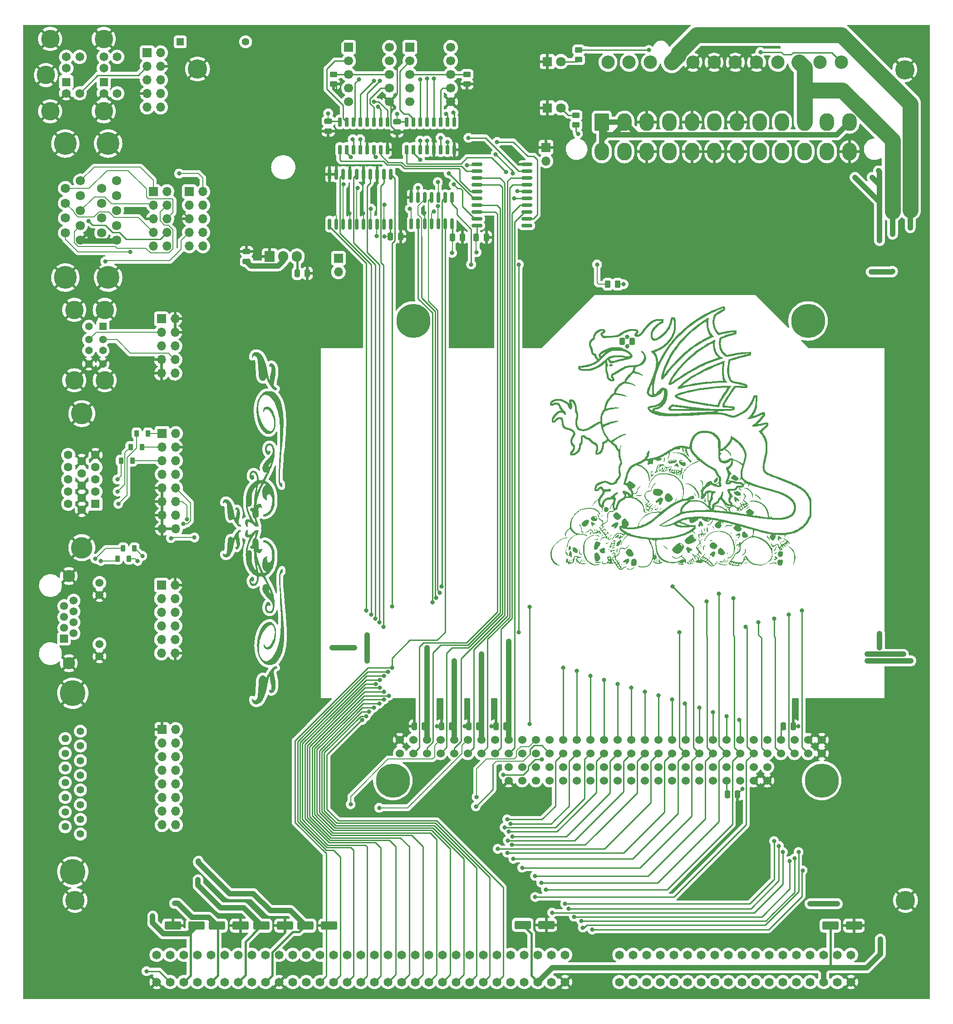
<source format=gbr>
%TF.GenerationSoftware,KiCad,Pcbnew,(6.0.11)*%
%TF.CreationDate,2023-04-06T16:38:06-06:00*%
%TF.ProjectId,isa-itx-pc104-backplane,6973612d-6974-4782-9d70-633130342d62,rev?*%
%TF.SameCoordinates,Original*%
%TF.FileFunction,Copper,L1,Top*%
%TF.FilePolarity,Positive*%
%FSLAX46Y46*%
G04 Gerber Fmt 4.6, Leading zero omitted, Abs format (unit mm)*
G04 Created by KiCad (PCBNEW (6.0.11)) date 2023-04-06 16:38:06*
%MOMM*%
%LPD*%
G01*
G04 APERTURE LIST*
G04 Aperture macros list*
%AMRoundRect*
0 Rectangle with rounded corners*
0 $1 Rounding radius*
0 $2 $3 $4 $5 $6 $7 $8 $9 X,Y pos of 4 corners*
0 Add a 4 corners polygon primitive as box body*
4,1,4,$2,$3,$4,$5,$6,$7,$8,$9,$2,$3,0*
0 Add four circle primitives for the rounded corners*
1,1,$1+$1,$2,$3*
1,1,$1+$1,$4,$5*
1,1,$1+$1,$6,$7*
1,1,$1+$1,$8,$9*
0 Add four rect primitives between the rounded corners*
20,1,$1+$1,$2,$3,$4,$5,0*
20,1,$1+$1,$4,$5,$6,$7,0*
20,1,$1+$1,$6,$7,$8,$9,0*
20,1,$1+$1,$8,$9,$2,$3,0*%
G04 Aperture macros list end*
%TA.AperFunction,NonConductor*%
%ADD10C,0.000000*%
%TD*%
%TA.AperFunction,SMDPad,CuDef*%
%ADD11RoundRect,0.250000X0.262500X0.450000X-0.262500X0.450000X-0.262500X-0.450000X0.262500X-0.450000X0*%
%TD*%
%TA.AperFunction,SMDPad,CuDef*%
%ADD12RoundRect,0.243750X0.243750X0.456250X-0.243750X0.456250X-0.243750X-0.456250X0.243750X-0.456250X0*%
%TD*%
%TA.AperFunction,ComponentPad*%
%ADD13R,1.397000X1.397000*%
%TD*%
%TA.AperFunction,ComponentPad*%
%ADD14C,1.397000*%
%TD*%
%TA.AperFunction,ComponentPad*%
%ADD15C,1.651000*%
%TD*%
%TA.AperFunction,SMDPad,CuDef*%
%ADD16RoundRect,0.250000X0.250000X0.475000X-0.250000X0.475000X-0.250000X-0.475000X0.250000X-0.475000X0*%
%TD*%
%TA.AperFunction,ComponentPad*%
%ADD17R,1.700000X1.700000*%
%TD*%
%TA.AperFunction,ComponentPad*%
%ADD18O,1.700000X1.700000*%
%TD*%
%TA.AperFunction,ComponentPad*%
%ADD19C,1.700000*%
%TD*%
%TA.AperFunction,ComponentPad*%
%ADD20C,2.500000*%
%TD*%
%TA.AperFunction,SMDPad,CuDef*%
%ADD21RoundRect,0.250000X-0.250000X-0.475000X0.250000X-0.475000X0.250000X0.475000X-0.250000X0.475000X0*%
%TD*%
%TA.AperFunction,SMDPad,CuDef*%
%ADD22RoundRect,0.250000X0.450000X-0.262500X0.450000X0.262500X-0.450000X0.262500X-0.450000X-0.262500X0*%
%TD*%
%TA.AperFunction,SMDPad,CuDef*%
%ADD23RoundRect,0.250000X-1.250000X-0.550000X1.250000X-0.550000X1.250000X0.550000X-1.250000X0.550000X0*%
%TD*%
%TA.AperFunction,SMDPad,CuDef*%
%ADD24RoundRect,0.250000X-0.475000X0.250000X-0.475000X-0.250000X0.475000X-0.250000X0.475000X0.250000X0*%
%TD*%
%TA.AperFunction,ComponentPad*%
%ADD25C,3.600000*%
%TD*%
%TA.AperFunction,SMDPad,CuDef*%
%ADD26RoundRect,0.218750X0.218750X0.381250X-0.218750X0.381250X-0.218750X-0.381250X0.218750X-0.381250X0*%
%TD*%
%TA.AperFunction,ComponentPad*%
%ADD27C,1.524000*%
%TD*%
%TA.AperFunction,SMDPad,CuDef*%
%ADD28RoundRect,0.150000X0.150000X-0.725000X0.150000X0.725000X-0.150000X0.725000X-0.150000X-0.725000X0*%
%TD*%
%TA.AperFunction,SMDPad,CuDef*%
%ADD29RoundRect,0.150000X-0.150000X0.875000X-0.150000X-0.875000X0.150000X-0.875000X0.150000X0.875000X0*%
%TD*%
%TA.AperFunction,SMDPad,CuDef*%
%ADD30RoundRect,0.250000X-0.450000X0.262500X-0.450000X-0.262500X0.450000X-0.262500X0.450000X0.262500X0*%
%TD*%
%TA.AperFunction,ComponentPad*%
%ADD31C,6.350000*%
%TD*%
%TA.AperFunction,ComponentPad*%
%ADD32R,1.431000X1.431000*%
%TD*%
%TA.AperFunction,ComponentPad*%
%ADD33C,1.431000*%
%TD*%
%TA.AperFunction,ComponentPad*%
%ADD34C,3.450000*%
%TD*%
%TA.AperFunction,SMDPad,CuDef*%
%ADD35RoundRect,0.250000X1.250000X0.550000X-1.250000X0.550000X-1.250000X-0.550000X1.250000X-0.550000X0*%
%TD*%
%TA.AperFunction,ComponentPad*%
%ADD36R,1.650000X1.650000*%
%TD*%
%TA.AperFunction,ComponentPad*%
%ADD37C,1.650000*%
%TD*%
%TA.AperFunction,SMDPad,CuDef*%
%ADD38RoundRect,0.218750X-0.218750X-0.381250X0.218750X-0.381250X0.218750X0.381250X-0.218750X0.381250X0*%
%TD*%
%TA.AperFunction,ComponentPad*%
%ADD39RoundRect,0.250001X-1.099999X-1.399999X1.099999X-1.399999X1.099999X1.399999X-1.099999X1.399999X0*%
%TD*%
%TA.AperFunction,ComponentPad*%
%ADD40O,2.700000X3.300000*%
%TD*%
%TA.AperFunction,SMDPad,CuDef*%
%ADD41RoundRect,0.150000X-0.150000X0.825000X-0.150000X-0.825000X0.150000X-0.825000X0.150000X0.825000X0*%
%TD*%
%TA.AperFunction,ComponentPad*%
%ADD42C,1.400000*%
%TD*%
%TA.AperFunction,ComponentPad*%
%ADD43C,4.800000*%
%TD*%
%TA.AperFunction,ComponentPad*%
%ADD44R,1.800000X1.800000*%
%TD*%
%TA.AperFunction,ComponentPad*%
%ADD45C,1.800000*%
%TD*%
%TA.AperFunction,SMDPad,CuDef*%
%ADD46RoundRect,0.150000X0.875000X0.150000X-0.875000X0.150000X-0.875000X-0.150000X0.875000X-0.150000X0*%
%TD*%
%TA.AperFunction,ComponentPad*%
%ADD47C,4.000000*%
%TD*%
%TA.AperFunction,ComponentPad*%
%ADD48R,1.600000X1.600000*%
%TD*%
%TA.AperFunction,ComponentPad*%
%ADD49C,1.600000*%
%TD*%
%TA.AperFunction,ComponentPad*%
%ADD50C,1.725000*%
%TD*%
%TA.AperFunction,ComponentPad*%
%ADD51C,4.266000*%
%TD*%
%TA.AperFunction,ComponentPad*%
%ADD52R,1.905000X2.000000*%
%TD*%
%TA.AperFunction,ComponentPad*%
%ADD53O,1.905000X2.000000*%
%TD*%
%TA.AperFunction,ComponentPad*%
%ADD54R,1.500000X1.500000*%
%TD*%
%TA.AperFunction,ComponentPad*%
%ADD55C,1.500000*%
%TD*%
%TA.AperFunction,ComponentPad*%
%ADD56C,2.300000*%
%TD*%
%TA.AperFunction,ViaPad*%
%ADD57C,0.800000*%
%TD*%
%TA.AperFunction,Conductor*%
%ADD58C,0.200000*%
%TD*%
%TA.AperFunction,Conductor*%
%ADD59C,1.000000*%
%TD*%
%TA.AperFunction,Conductor*%
%ADD60C,0.250000*%
%TD*%
%TA.AperFunction,Conductor*%
%ADD61C,0.400000*%
%TD*%
%TA.AperFunction,Conductor*%
%ADD62C,3.000000*%
%TD*%
G04 APERTURE END LIST*
D10*
G36*
X98914832Y83600459D02*
G01*
X99003658Y83590992D01*
X99090553Y83575158D01*
X99175545Y83552913D01*
X99258661Y83524209D01*
X99339927Y83489002D01*
X99419372Y83447246D01*
X99497023Y83398896D01*
X99572906Y83343907D01*
X99647049Y83282231D01*
X99719479Y83213825D01*
X99790224Y83138643D01*
X99859310Y83056639D01*
X99926764Y82967767D01*
X99992615Y82871983D01*
X100056888Y82769240D01*
X100119612Y82659493D01*
X100180813Y82542697D01*
X100240519Y82418806D01*
X100298757Y82287775D01*
X100355554Y82149557D01*
X100410937Y82004108D01*
X100464933Y81851383D01*
X100517570Y81691334D01*
X100568875Y81523918D01*
X100618876Y81349088D01*
X100715070Y80977007D01*
X100806371Y80574725D01*
X100892996Y80141879D01*
X100992318Y79644139D01*
X101093451Y79188490D01*
X101140997Y78992206D01*
X101184557Y78825353D01*
X101222649Y78694235D01*
X101253795Y78605153D01*
X101385574Y78285338D01*
X101388874Y78679379D01*
X101390090Y78722879D01*
X101393005Y78771752D01*
X101403571Y78883483D01*
X101419861Y79010298D01*
X101441163Y79147925D01*
X101466764Y79292092D01*
X101495952Y79438525D01*
X101528014Y79582952D01*
X101562239Y79721100D01*
X101601900Y79877533D01*
X101635482Y80021746D01*
X101662964Y80153987D01*
X101684324Y80274503D01*
X101699538Y80383542D01*
X101708583Y80481353D01*
X101711438Y80568183D01*
X101708079Y80644280D01*
X101698484Y80709892D01*
X101682630Y80765267D01*
X101672349Y80789193D01*
X101660495Y80810653D01*
X101647064Y80829677D01*
X101632055Y80846297D01*
X101615464Y80860543D01*
X101597289Y80872447D01*
X101577526Y80882039D01*
X101556173Y80889351D01*
X101533227Y80894414D01*
X101508685Y80897258D01*
X101454802Y80896414D01*
X101432349Y80894694D01*
X101411132Y80893697D01*
X101391143Y80893445D01*
X101372375Y80893959D01*
X101354820Y80895262D01*
X101338470Y80897375D01*
X101323319Y80900320D01*
X101309357Y80904119D01*
X101296579Y80908794D01*
X101284975Y80914366D01*
X101274539Y80920857D01*
X101265264Y80928289D01*
X101257140Y80936684D01*
X101250162Y80946063D01*
X101244321Y80956448D01*
X101239610Y80967862D01*
X101236021Y80980325D01*
X101233547Y80993860D01*
X101232179Y81008488D01*
X101231911Y81024232D01*
X101232736Y81041112D01*
X101234644Y81059151D01*
X101237629Y81078371D01*
X101241684Y81098792D01*
X101246800Y81120438D01*
X101252970Y81143330D01*
X101260187Y81167489D01*
X101268443Y81192938D01*
X101288040Y81247791D01*
X101311703Y81308062D01*
X101322370Y81331720D01*
X101334484Y81353970D01*
X101347979Y81374811D01*
X101362789Y81394238D01*
X101378848Y81412247D01*
X101396088Y81428835D01*
X101414444Y81443998D01*
X101433848Y81457732D01*
X101454236Y81470033D01*
X101475540Y81480898D01*
X101497694Y81490323D01*
X101520632Y81498305D01*
X101544286Y81504838D01*
X101568592Y81509921D01*
X101593482Y81513549D01*
X101618890Y81515718D01*
X101644750Y81516425D01*
X101670995Y81515665D01*
X101697559Y81513436D01*
X101724376Y81509733D01*
X101751379Y81504553D01*
X101778502Y81497892D01*
X101805678Y81489746D01*
X101832841Y81480111D01*
X101859924Y81468984D01*
X101886862Y81456362D01*
X101913588Y81442239D01*
X101940035Y81426614D01*
X101966138Y81409481D01*
X101991829Y81390837D01*
X102017042Y81370678D01*
X102041711Y81349002D01*
X102083292Y81308226D01*
X102122794Y81264382D01*
X102160214Y81217516D01*
X102195545Y81167679D01*
X102228783Y81114918D01*
X102259923Y81059282D01*
X102288960Y81000820D01*
X102315888Y80939580D01*
X102340702Y80875611D01*
X102363397Y80808962D01*
X102383968Y80739681D01*
X102402410Y80667817D01*
X102432884Y80516533D01*
X102454780Y80355499D01*
X102468056Y80185104D01*
X102472670Y80005737D01*
X102468581Y79817788D01*
X102455748Y79621644D01*
X102434129Y79417694D01*
X102403684Y79206328D01*
X102364371Y78987935D01*
X102316150Y78762902D01*
X102264039Y78528938D01*
X102220887Y78316640D01*
X102186405Y78123819D01*
X102160308Y77948289D01*
X102142307Y77787860D01*
X102132116Y77640345D01*
X102129447Y77503555D01*
X102134013Y77375302D01*
X102134915Y77367750D01*
X102136648Y77359798D01*
X102139191Y77351467D01*
X102142523Y77342778D01*
X102146623Y77333753D01*
X102151469Y77324414D01*
X102157039Y77314781D01*
X102163312Y77304876D01*
X102177882Y77284336D01*
X102195006Y77262965D01*
X102214514Y77240935D01*
X102236233Y77218416D01*
X102259992Y77195580D01*
X102285619Y77172598D01*
X102312942Y77149641D01*
X102341790Y77126881D01*
X102371992Y77104489D01*
X102403375Y77082636D01*
X102435767Y77061493D01*
X102468998Y77041232D01*
X102516505Y77012764D01*
X102558955Y76986129D01*
X102596514Y76961072D01*
X102629347Y76937337D01*
X102657620Y76914670D01*
X102681501Y76892815D01*
X102691845Y76882113D01*
X102701154Y76871518D01*
X102709447Y76860998D01*
X102716745Y76850522D01*
X102723070Y76840057D01*
X102728442Y76829573D01*
X102732881Y76819036D01*
X102736409Y76808415D01*
X102739046Y76797678D01*
X102740813Y76786793D01*
X102741731Y76775729D01*
X102741820Y76764453D01*
X102741102Y76752934D01*
X102739596Y76741139D01*
X102737324Y76729036D01*
X102734307Y76716595D01*
X102726118Y76690567D01*
X102715197Y76662799D01*
X102715237Y76662812D01*
X102706489Y76643785D01*
X102696721Y76625291D01*
X102686036Y76607426D01*
X102674539Y76590286D01*
X102662336Y76573967D01*
X102649530Y76558565D01*
X102636226Y76544175D01*
X102622529Y76530893D01*
X102608543Y76518815D01*
X102594373Y76508037D01*
X102580123Y76498654D01*
X102565898Y76490762D01*
X102551803Y76484458D01*
X102544836Y76481930D01*
X102537941Y76479836D01*
X102531131Y76478186D01*
X102524418Y76476992D01*
X102517816Y76476268D01*
X102511338Y76476023D01*
X102470396Y76478918D01*
X102427072Y76487467D01*
X102381539Y76501470D01*
X102333970Y76520725D01*
X102284539Y76545030D01*
X102233418Y76574186D01*
X102180782Y76607989D01*
X102126802Y76646239D01*
X102015505Y76735274D01*
X101900914Y76839681D01*
X101784413Y76957848D01*
X101667387Y77088165D01*
X101551221Y77229021D01*
X101437301Y77378806D01*
X101327011Y77535910D01*
X101221736Y77698720D01*
X101122862Y77865628D01*
X101031773Y78035022D01*
X100949855Y78205291D01*
X100878493Y78374825D01*
X100715648Y78793282D01*
X100547205Y78511895D01*
X100515717Y78463188D01*
X100482398Y78419018D01*
X100447395Y78379333D01*
X100410853Y78344080D01*
X100372918Y78313206D01*
X100333734Y78286660D01*
X100293446Y78264388D01*
X100252202Y78246339D01*
X100210144Y78232459D01*
X100167420Y78222697D01*
X100124175Y78216998D01*
X100080553Y78215313D01*
X100036701Y78217586D01*
X99992763Y78223767D01*
X99948885Y78233802D01*
X99905213Y78247639D01*
X99861891Y78265226D01*
X99819066Y78286510D01*
X99776882Y78311438D01*
X99735485Y78339959D01*
X99695020Y78372018D01*
X99655632Y78407565D01*
X99617468Y78446546D01*
X99580672Y78488909D01*
X99545390Y78534602D01*
X99511767Y78583571D01*
X99479949Y78635765D01*
X99450080Y78691131D01*
X99422307Y78749616D01*
X99396774Y78811168D01*
X99373628Y78875735D01*
X99353012Y78943263D01*
X99346439Y78973383D01*
X99339412Y79017923D01*
X99324254Y79146743D01*
X99308046Y79322670D01*
X99291298Y79538656D01*
X99274518Y79787650D01*
X99258214Y80062600D01*
X99242895Y80356458D01*
X99229069Y80662173D01*
X99202337Y81209225D01*
X99170284Y81651352D01*
X99151195Y81837302D01*
X99129495Y82002098D01*
X99104756Y82147436D01*
X99076553Y82275006D01*
X99044458Y82386502D01*
X99008044Y82483617D01*
X98966883Y82568044D01*
X98920550Y82641476D01*
X98868617Y82705605D01*
X98810657Y82762124D01*
X98746243Y82812726D01*
X98674948Y82859105D01*
X98643775Y82877076D01*
X98614887Y82892111D01*
X98601203Y82898499D01*
X98587974Y82904120D01*
X98575162Y82908962D01*
X98562728Y82913015D01*
X98550634Y82916266D01*
X98538842Y82918706D01*
X98527312Y82920323D01*
X98516006Y82921105D01*
X98504885Y82921043D01*
X98493912Y82920123D01*
X98483048Y82918337D01*
X98472253Y82915671D01*
X98461490Y82912116D01*
X98450719Y82907660D01*
X98439903Y82902292D01*
X98429003Y82896000D01*
X98417980Y82888775D01*
X98406796Y82880604D01*
X98395412Y82871476D01*
X98383789Y82861381D01*
X98371890Y82850308D01*
X98359675Y82838244D01*
X98334145Y82811103D01*
X98306890Y82779870D01*
X98277604Y82744454D01*
X98232915Y82690045D01*
X98192989Y82643207D01*
X98157646Y82603987D01*
X98126711Y82572431D01*
X98112841Y82559542D01*
X98100006Y82548586D01*
X98088185Y82539570D01*
X98077355Y82532499D01*
X98067493Y82527379D01*
X98058579Y82524217D01*
X98050590Y82523017D01*
X98043503Y82523786D01*
X98037296Y82526529D01*
X98031948Y82531253D01*
X98027436Y82537963D01*
X98023739Y82546666D01*
X98020833Y82557366D01*
X98018697Y82570070D01*
X98017309Y82584784D01*
X98016647Y82601513D01*
X98016688Y82620263D01*
X98017410Y82641041D01*
X98020810Y82688701D01*
X98026669Y82744541D01*
X98034812Y82808606D01*
X98050547Y82905518D01*
X98070682Y82996054D01*
X98095233Y83080230D01*
X98109170Y83119939D01*
X98124218Y83158064D01*
X98140378Y83194608D01*
X98157653Y83229572D01*
X98176045Y83262960D01*
X98195557Y83294773D01*
X98216189Y83325013D01*
X98237944Y83353682D01*
X98260825Y83380783D01*
X98284834Y83406318D01*
X98309972Y83430288D01*
X98336242Y83452697D01*
X98363646Y83473545D01*
X98392186Y83492836D01*
X98421864Y83510572D01*
X98452682Y83526753D01*
X98484643Y83541384D01*
X98517748Y83554465D01*
X98552000Y83566000D01*
X98587401Y83575989D01*
X98623952Y83584436D01*
X98661657Y83591342D01*
X98700517Y83596710D01*
X98740534Y83600541D01*
X98824049Y83603604D01*
X98914832Y83600459D01*
G37*
G36*
X101437303Y76308914D02*
G01*
X101528187Y76306172D01*
X101610315Y76301807D01*
X101684663Y76295551D01*
X101752209Y76287137D01*
X101813930Y76276299D01*
X101870801Y76262771D01*
X101923802Y76246285D01*
X101973907Y76226576D01*
X102022095Y76203376D01*
X102069343Y76176418D01*
X102116626Y76145436D01*
X102164922Y76110164D01*
X102215209Y76070335D01*
X102268462Y76025681D01*
X102391680Y75915616D01*
X102509743Y75800772D01*
X102622701Y75680944D01*
X102730600Y75555932D01*
X102833488Y75425533D01*
X102931413Y75289544D01*
X103024423Y75147764D01*
X103112564Y74999989D01*
X103195885Y74846018D01*
X103274434Y74685648D01*
X103348257Y74518677D01*
X103417403Y74344903D01*
X103481919Y74164123D01*
X103541852Y73976135D01*
X103597251Y73780737D01*
X103648163Y73577726D01*
X103736716Y73148056D01*
X103807892Y72685509D01*
X103862071Y72188464D01*
X103899636Y71655303D01*
X103920966Y71084409D01*
X103926442Y70474161D01*
X103916446Y69822942D01*
X103891359Y69129134D01*
X103891361Y69129136D01*
X103846562Y68384939D01*
X103770617Y67371915D01*
X103674142Y66223193D01*
X103567755Y65071901D01*
X103433070Y63607658D01*
X103334150Y62351872D01*
X103271000Y61304928D01*
X103243626Y60467213D01*
X103252031Y59839110D01*
X103269653Y59603784D01*
X103296222Y59421006D01*
X103331738Y59290824D01*
X103376202Y59213285D01*
X103401789Y59194273D01*
X103429614Y59188440D01*
X103491977Y59216334D01*
X103503219Y59224440D01*
X103514405Y59230490D01*
X103525516Y59234530D01*
X103536531Y59236604D01*
X103547431Y59236757D01*
X103558198Y59235032D01*
X103568811Y59231474D01*
X103579252Y59226128D01*
X103589500Y59219038D01*
X103599536Y59210248D01*
X103609342Y59199804D01*
X103618897Y59187749D01*
X103628182Y59174127D01*
X103637178Y59158984D01*
X103645866Y59142364D01*
X103654225Y59124311D01*
X103662237Y59104870D01*
X103669882Y59084084D01*
X103677141Y59062000D01*
X103683995Y59038660D01*
X103690423Y59014110D01*
X103696406Y58988393D01*
X103701926Y58961555D01*
X103706963Y58933639D01*
X103711496Y58904691D01*
X103715508Y58874755D01*
X103718978Y58843874D01*
X103721888Y58812094D01*
X103724216Y58779459D01*
X103725946Y58746014D01*
X103727056Y58711802D01*
X103727527Y58676869D01*
X103727334Y58631213D01*
X103726255Y58590275D01*
X103724160Y58553859D01*
X103720920Y58521769D01*
X103716403Y58493808D01*
X103710479Y58469780D01*
X103706950Y58459181D01*
X103703020Y58449491D01*
X103698673Y58440686D01*
X103693893Y58432742D01*
X103688665Y58425635D01*
X103682971Y58419340D01*
X103676795Y58413832D01*
X103670121Y58409086D01*
X103662933Y58405080D01*
X103655214Y58401787D01*
X103646949Y58399183D01*
X103638121Y58397245D01*
X103628713Y58395946D01*
X103618710Y58395264D01*
X103596851Y58395648D01*
X103572416Y58398203D01*
X103545272Y58402730D01*
X103535336Y58405066D01*
X103525137Y58408320D01*
X103514693Y58412469D01*
X103504023Y58417490D01*
X103493147Y58423362D01*
X103482084Y58430061D01*
X103470851Y58437566D01*
X103459469Y58445855D01*
X103436331Y58464691D01*
X103412822Y58486392D01*
X103389092Y58510779D01*
X103365293Y58537672D01*
X103341578Y58566892D01*
X103318096Y58598260D01*
X103295001Y58631598D01*
X103272443Y58666726D01*
X103250574Y58703466D01*
X103229546Y58741638D01*
X103209509Y58781063D01*
X103190616Y58821563D01*
X103164304Y58882949D01*
X103140774Y58943635D01*
X103119878Y59005151D01*
X103101469Y59069025D01*
X103085398Y59136787D01*
X103071516Y59209966D01*
X103059676Y59290090D01*
X103049729Y59378689D01*
X103041527Y59477292D01*
X103034922Y59587427D01*
X103029765Y59710623D01*
X103025908Y59848411D01*
X103023204Y60002317D01*
X103021504Y60173873D01*
X103020521Y60576045D01*
X103033161Y61301188D01*
X103066779Y62262329D01*
X103116265Y63334264D01*
X103176511Y64391789D01*
X103241294Y65580917D01*
X103283073Y66727119D01*
X103302103Y67813575D01*
X103298639Y68823460D01*
X103272935Y69739953D01*
X103225247Y70546232D01*
X103155828Y71225474D01*
X103064934Y71760857D01*
X102960703Y72198519D01*
X102847459Y72613180D01*
X102725668Y73004117D01*
X102595799Y73370608D01*
X102458321Y73711930D01*
X102313702Y74027362D01*
X102162408Y74316180D01*
X102004910Y74577664D01*
X101841674Y74811090D01*
X101673169Y75015735D01*
X101499863Y75190879D01*
X101322224Y75335798D01*
X101140721Y75449770D01*
X100955820Y75532073D01*
X100862242Y75561123D01*
X100767991Y75581985D01*
X100673125Y75594568D01*
X100577701Y75598782D01*
X100516852Y75598056D01*
X100460178Y75595770D01*
X100407299Y75591765D01*
X100357837Y75585882D01*
X100311414Y75577963D01*
X100267649Y75567847D01*
X100226165Y75555375D01*
X100186583Y75540388D01*
X100148524Y75522728D01*
X100111608Y75502233D01*
X100075458Y75478747D01*
X100039694Y75452108D01*
X100003937Y75422159D01*
X99967810Y75388739D01*
X99930932Y75351689D01*
X99892925Y75310851D01*
X99813588Y75216846D01*
X99739372Y75116139D01*
X99670277Y75009028D01*
X99606302Y74895814D01*
X99547448Y74776796D01*
X99493714Y74652273D01*
X99445100Y74522545D01*
X99401607Y74387912D01*
X99329981Y74105129D01*
X99278837Y73806320D01*
X99248172Y73493881D01*
X99237988Y73170210D01*
X99248283Y72837703D01*
X99279058Y72498757D01*
X99330311Y72155768D01*
X99402043Y71811133D01*
X99494252Y71467249D01*
X99606940Y71126513D01*
X99740104Y70791321D01*
X99893745Y70464070D01*
X99966915Y70323178D01*
X100039076Y70190618D01*
X100110547Y70066011D01*
X100181647Y69948975D01*
X100252693Y69839129D01*
X100324004Y69736095D01*
X100395898Y69639489D01*
X100468695Y69548934D01*
X100542712Y69464047D01*
X100618267Y69384448D01*
X100695681Y69309757D01*
X100775269Y69239593D01*
X100857352Y69173575D01*
X100942248Y69111324D01*
X101030275Y69052459D01*
X101121751Y68996598D01*
X101176611Y68965050D01*
X101226687Y68937428D01*
X101272480Y68913676D01*
X101314491Y68893739D01*
X101353220Y68877561D01*
X101389168Y68865086D01*
X101422836Y68856260D01*
X101438972Y68853198D01*
X101454725Y68851027D01*
X101470159Y68849740D01*
X101485336Y68849330D01*
X101500319Y68849791D01*
X101515170Y68851115D01*
X101529951Y68853296D01*
X101544726Y68856326D01*
X101574507Y68864908D01*
X101605013Y68876804D01*
X101636744Y68891960D01*
X101670203Y68910320D01*
X101705888Y68931828D01*
X101738796Y68953692D01*
X101770672Y68977561D01*
X101801506Y69003404D01*
X101831289Y69031190D01*
X101860011Y69060889D01*
X101887661Y69092469D01*
X101914230Y69125900D01*
X101939708Y69161150D01*
X101964086Y69198189D01*
X101987352Y69236985D01*
X102009498Y69277507D01*
X102030513Y69319725D01*
X102050388Y69363608D01*
X102069112Y69409124D01*
X102086676Y69456243D01*
X102103070Y69504934D01*
X102132307Y69606906D01*
X102156744Y69714793D01*
X102176303Y69828348D01*
X102190904Y69947322D01*
X102200468Y70071467D01*
X102204916Y70200536D01*
X102204168Y70334281D01*
X102198146Y70472455D01*
X102187060Y70608420D01*
X102170695Y70743361D01*
X102149035Y70877317D01*
X102122066Y71010324D01*
X102089773Y71142419D01*
X102052142Y71273639D01*
X102009158Y71404021D01*
X101960807Y71533602D01*
X101907073Y71662419D01*
X101847942Y71790509D01*
X101783399Y71917909D01*
X101713431Y72044657D01*
X101638021Y72170788D01*
X101557157Y72296341D01*
X101470822Y72421351D01*
X101379002Y72545857D01*
X101328108Y72611941D01*
X101281176Y72670983D01*
X101237672Y72723318D01*
X101197062Y72769283D01*
X101158810Y72809211D01*
X101122381Y72843439D01*
X101087243Y72872300D01*
X101069989Y72884824D01*
X101052858Y72896131D01*
X101035782Y72906265D01*
X101018693Y72915267D01*
X101001526Y72923179D01*
X100984213Y72930042D01*
X100966688Y72935900D01*
X100948884Y72940793D01*
X100930734Y72944763D01*
X100912170Y72947853D01*
X100873537Y72951558D01*
X100832451Y72952244D01*
X100788375Y72950245D01*
X100740777Y72945897D01*
X100699942Y72940675D01*
X100661810Y72934181D01*
X100626271Y72926336D01*
X100593216Y72917061D01*
X100562533Y72906278D01*
X100534114Y72893906D01*
X100507849Y72879869D01*
X100483627Y72864085D01*
X100461338Y72846478D01*
X100440873Y72826967D01*
X100422122Y72805474D01*
X100404975Y72781919D01*
X100389322Y72756225D01*
X100375052Y72728312D01*
X100362057Y72698101D01*
X100350225Y72665513D01*
X100330888Y72611138D01*
X100311627Y72563772D01*
X100302077Y72542722D01*
X100292606Y72523431D01*
X100283235Y72505899D01*
X100273985Y72490129D01*
X100264875Y72476124D01*
X100255925Y72463884D01*
X100247157Y72453412D01*
X100238589Y72444709D01*
X100230243Y72437779D01*
X100222138Y72432622D01*
X100214295Y72429240D01*
X100206733Y72427637D01*
X100199473Y72427812D01*
X100192535Y72429769D01*
X100185940Y72433509D01*
X100179707Y72439035D01*
X100173857Y72446348D01*
X100168409Y72455450D01*
X100163385Y72466343D01*
X100158804Y72479029D01*
X100154686Y72493510D01*
X100151051Y72509789D01*
X100147921Y72527866D01*
X100145314Y72547744D01*
X100143252Y72569424D01*
X100141754Y72592910D01*
X100140840Y72618202D01*
X100140531Y72645302D01*
X100142412Y72717792D01*
X100148073Y72786754D01*
X100157541Y72852229D01*
X100170845Y72914259D01*
X100188011Y72972886D01*
X100209067Y73028151D01*
X100234040Y73080097D01*
X100262957Y73128765D01*
X100295846Y73174196D01*
X100332735Y73216433D01*
X100373651Y73255517D01*
X100418620Y73291490D01*
X100467671Y73324393D01*
X100520831Y73354268D01*
X100578128Y73381158D01*
X100639588Y73405102D01*
X100695794Y73422867D01*
X100751871Y73436366D01*
X100807788Y73445632D01*
X100863509Y73450694D01*
X100919003Y73451581D01*
X100974234Y73448324D01*
X101029170Y73440952D01*
X101083777Y73429495D01*
X101138021Y73413984D01*
X101191869Y73394448D01*
X101245287Y73370917D01*
X101298242Y73343421D01*
X101350701Y73311990D01*
X101402629Y73276654D01*
X101453992Y73237442D01*
X101504759Y73194385D01*
X101554894Y73147513D01*
X101604365Y73096855D01*
X101653137Y73042441D01*
X101701178Y72984301D01*
X101748454Y72922466D01*
X101794930Y72856965D01*
X101840574Y72787828D01*
X101885353Y72715085D01*
X101929231Y72638765D01*
X101972177Y72558899D01*
X102014156Y72475517D01*
X102055135Y72388648D01*
X102133957Y72204571D01*
X102208377Y72006907D01*
X102270399Y71823029D01*
X102296743Y71737309D01*
X102320177Y71654360D01*
X102340854Y71573151D01*
X102358923Y71492652D01*
X102374536Y71411830D01*
X102387845Y71329656D01*
X102399001Y71245097D01*
X102408155Y71157123D01*
X102415458Y71064703D01*
X102421062Y70966806D01*
X102425118Y70862400D01*
X102427777Y70750455D01*
X102429511Y70499821D01*
X102427867Y70322358D01*
X102423241Y70157528D01*
X102415362Y70004396D01*
X102403959Y69862029D01*
X102388760Y69729491D01*
X102369494Y69605848D01*
X102345891Y69490166D01*
X102317678Y69381511D01*
X102284584Y69278948D01*
X102246339Y69181544D01*
X102202670Y69088363D01*
X102153307Y68998471D01*
X102097978Y68910935D01*
X102036413Y68824819D01*
X101968339Y68739189D01*
X101893485Y68653111D01*
X101800994Y68559879D01*
X101705624Y68481121D01*
X101607679Y68416548D01*
X101507461Y68365871D01*
X101405272Y68328801D01*
X101301413Y68305049D01*
X101196188Y68294326D01*
X101089898Y68296343D01*
X100982845Y68310812D01*
X100875333Y68337443D01*
X100767661Y68375947D01*
X100660134Y68426035D01*
X100553053Y68487419D01*
X100446720Y68559809D01*
X100341437Y68642916D01*
X100237507Y68736451D01*
X100135232Y68840126D01*
X100034913Y68953651D01*
X99936853Y69076738D01*
X99841355Y69209097D01*
X99748720Y69350439D01*
X99659251Y69500476D01*
X99573249Y69658919D01*
X99491017Y69825478D01*
X99412857Y69999864D01*
X99339071Y70181789D01*
X99269961Y70370964D01*
X99205830Y70567099D01*
X99146979Y70769906D01*
X99093711Y70979096D01*
X99046328Y71194379D01*
X99005132Y71415467D01*
X98959055Y71721781D01*
X98925228Y72024700D01*
X98903534Y72323524D01*
X98893861Y72617550D01*
X98896094Y72906078D01*
X98910118Y73188406D01*
X98935819Y73463833D01*
X98973082Y73731656D01*
X99021794Y73991175D01*
X99081839Y74241689D01*
X99153104Y74482495D01*
X99235474Y74712893D01*
X99328835Y74932180D01*
X99433072Y75139656D01*
X99548071Y75334619D01*
X99673718Y75516368D01*
X99764294Y75634776D01*
X99850273Y75741225D01*
X99932822Y75836312D01*
X100013110Y75920635D01*
X100052771Y75958948D01*
X100092304Y75994793D01*
X100131856Y76028247D01*
X100171573Y76059384D01*
X100211601Y76088277D01*
X100252085Y76115004D01*
X100293173Y76139637D01*
X100335009Y76162252D01*
X100377739Y76182923D01*
X100421511Y76201726D01*
X100466469Y76218734D01*
X100512760Y76234024D01*
X100560530Y76247668D01*
X100609924Y76259743D01*
X100661090Y76270323D01*
X100714172Y76279482D01*
X100826671Y76293838D01*
X100948590Y76303410D01*
X101081097Y76308795D01*
X101225359Y76310591D01*
X101437303Y76308914D01*
G37*
G36*
X93227999Y56171744D02*
G01*
X93271011Y56168060D01*
X93314565Y56161456D01*
X93358555Y56151880D01*
X93402876Y56139286D01*
X93447423Y56123623D01*
X93492090Y56104842D01*
X93536773Y56082894D01*
X93581366Y56057730D01*
X93625764Y56029300D01*
X93672268Y55996283D01*
X93717559Y55961211D01*
X93761680Y55923980D01*
X93804674Y55884491D01*
X93846587Y55842640D01*
X93887459Y55798326D01*
X93927336Y55751447D01*
X93966260Y55701903D01*
X94004274Y55649590D01*
X94041423Y55594408D01*
X94077750Y55536254D01*
X94113298Y55475027D01*
X94148110Y55410626D01*
X94182230Y55342948D01*
X94248568Y55197355D01*
X94312659Y55037436D01*
X94374849Y54862377D01*
X94435487Y54671364D01*
X94494920Y54463583D01*
X94553495Y54238221D01*
X94611560Y53994465D01*
X94669462Y53731500D01*
X94727547Y53448513D01*
X94912808Y52516490D01*
X95034032Y52900237D01*
X95059234Y52986836D01*
X95084394Y53086012D01*
X95108843Y53194281D01*
X95131912Y53308157D01*
X95152933Y53424154D01*
X95171237Y53538787D01*
X95186155Y53648570D01*
X95197019Y53750019D01*
X95208605Y53891113D01*
X95212242Y53949614D01*
X95214246Y54000734D01*
X95214473Y54044962D01*
X95212778Y54082785D01*
X95209015Y54114691D01*
X95203038Y54141167D01*
X95199175Y54152522D01*
X95194703Y54162702D01*
X95189606Y54171769D01*
X95183864Y54179783D01*
X95177460Y54186806D01*
X95170375Y54192898D01*
X95162591Y54198121D01*
X95154091Y54202535D01*
X95134866Y54209181D01*
X95112556Y54213324D01*
X95087015Y54215452D01*
X95058097Y54216053D01*
X95030716Y54216452D01*
X95006580Y54217769D01*
X94995706Y54218830D01*
X94985614Y54220189D01*
X94976296Y54221870D01*
X94967741Y54223895D01*
X94959941Y54226287D01*
X94952885Y54229069D01*
X94946565Y54232264D01*
X94940969Y54235896D01*
X94936090Y54239986D01*
X94931918Y54244558D01*
X94928442Y54249635D01*
X94925653Y54255239D01*
X94923543Y54261394D01*
X94922101Y54268123D01*
X94921317Y54275447D01*
X94921183Y54283391D01*
X94921688Y54291978D01*
X94922823Y54301229D01*
X94924579Y54311168D01*
X94926946Y54321818D01*
X94929914Y54333203D01*
X94933474Y54345343D01*
X94942331Y54371987D01*
X94953442Y54401932D01*
X94966729Y54435363D01*
X94978465Y54462254D01*
X94990993Y54487287D01*
X95004284Y54510466D01*
X95018311Y54531791D01*
X95033046Y54551265D01*
X95048461Y54568890D01*
X95064527Y54584670D01*
X95081218Y54598604D01*
X95098506Y54610697D01*
X95116361Y54620950D01*
X95134756Y54629366D01*
X95153664Y54635946D01*
X95173056Y54640693D01*
X95192905Y54643609D01*
X95213182Y54644696D01*
X95233860Y54643956D01*
X95254910Y54641393D01*
X95276305Y54637007D01*
X95298017Y54630801D01*
X95320018Y54622778D01*
X95342280Y54612939D01*
X95364774Y54601287D01*
X95387474Y54587824D01*
X95410350Y54572552D01*
X95433376Y54555473D01*
X95456523Y54536590D01*
X95479763Y54515905D01*
X95503069Y54493420D01*
X95526412Y54469137D01*
X95549764Y54443058D01*
X95573098Y54415186D01*
X95596386Y54385523D01*
X95618772Y54354045D01*
X95639909Y54320134D01*
X95659795Y54283871D01*
X95678425Y54245335D01*
X95711905Y54161771D01*
X95740322Y54070087D01*
X95763647Y53970928D01*
X95781851Y53864938D01*
X95794907Y53752762D01*
X95802785Y53635046D01*
X95805458Y53512433D01*
X95802898Y53385570D01*
X95795076Y53255100D01*
X95781963Y53121670D01*
X95763532Y52985923D01*
X95739754Y52848504D01*
X95710601Y52710059D01*
X95676044Y52571232D01*
X95642107Y52440424D01*
X95613470Y52320050D01*
X95590192Y52209594D01*
X95572330Y52108540D01*
X95559940Y52016369D01*
X95553080Y51932567D01*
X95551808Y51856615D01*
X95556179Y51787999D01*
X95566252Y51726200D01*
X95582084Y51670702D01*
X95603732Y51620990D01*
X95631254Y51576545D01*
X95664706Y51536852D01*
X95704145Y51501394D01*
X95749630Y51469654D01*
X95801216Y51441116D01*
X95846209Y51418171D01*
X95886377Y51396283D01*
X95921816Y51375291D01*
X95952622Y51355028D01*
X95978891Y51335332D01*
X95990354Y51325645D01*
X96000719Y51316038D01*
X96009998Y51306491D01*
X96018203Y51296983D01*
X96025346Y51287494D01*
X96031439Y51278003D01*
X96036494Y51268489D01*
X96040522Y51258932D01*
X96043537Y51249313D01*
X96045550Y51239609D01*
X96046573Y51229801D01*
X96046618Y51219868D01*
X96045697Y51209790D01*
X96043823Y51199546D01*
X96041006Y51189115D01*
X96037260Y51178478D01*
X96032596Y51167614D01*
X96027026Y51156502D01*
X96020562Y51145121D01*
X96013217Y51133452D01*
X95995929Y51109164D01*
X95995932Y51109160D01*
X95973679Y51083906D01*
X95949127Y51063429D01*
X95922395Y51047627D01*
X95893604Y51036398D01*
X95862876Y51029642D01*
X95830331Y51027255D01*
X95796090Y51029136D01*
X95760274Y51035183D01*
X95723003Y51045294D01*
X95684400Y51059368D01*
X95644583Y51077303D01*
X95603675Y51098996D01*
X95561796Y51124346D01*
X95519067Y51153252D01*
X95475609Y51185611D01*
X95431543Y51221321D01*
X95386989Y51260281D01*
X95342068Y51302389D01*
X95296902Y51347543D01*
X95251610Y51395641D01*
X95206315Y51446582D01*
X95161136Y51500263D01*
X95116196Y51556583D01*
X95071613Y51615440D01*
X95027510Y51676732D01*
X94984007Y51740357D01*
X94941225Y51806214D01*
X94899285Y51874200D01*
X94858307Y51944214D01*
X94818413Y52016154D01*
X94779724Y52089919D01*
X94742360Y52165405D01*
X94678266Y52296493D01*
X94651018Y52349472D01*
X94626427Y52394461D01*
X94604089Y52431751D01*
X94583598Y52461631D01*
X94573918Y52473884D01*
X94564548Y52484393D01*
X94555436Y52493195D01*
X94546533Y52500326D01*
X94537787Y52505822D01*
X94529149Y52509720D01*
X94520566Y52512055D01*
X94511988Y52512865D01*
X94503366Y52512185D01*
X94494647Y52510052D01*
X94485782Y52506502D01*
X94476719Y52501571D01*
X94467408Y52495295D01*
X94457799Y52487711D01*
X94437480Y52468765D01*
X94415358Y52445020D01*
X94391027Y52416768D01*
X94374933Y52398992D01*
X94357039Y52381714D01*
X94337537Y52365024D01*
X94316613Y52349012D01*
X94294456Y52333766D01*
X94271255Y52319377D01*
X94247199Y52305933D01*
X94222475Y52293524D01*
X94197273Y52282241D01*
X94171781Y52272171D01*
X94146187Y52263405D01*
X94120681Y52256032D01*
X94095450Y52250142D01*
X94070683Y52245824D01*
X94046569Y52243168D01*
X94023296Y52242262D01*
X93989892Y52243439D01*
X93957851Y52247043D01*
X93927137Y52253183D01*
X93897718Y52261969D01*
X93869557Y52273511D01*
X93842621Y52287919D01*
X93816874Y52305301D01*
X93792281Y52325768D01*
X93768809Y52349429D01*
X93746422Y52376394D01*
X93725086Y52406772D01*
X93704765Y52440674D01*
X93685426Y52478209D01*
X93667034Y52519485D01*
X93649553Y52564614D01*
X93632950Y52613705D01*
X93617188Y52666866D01*
X93602235Y52724209D01*
X93588055Y52785842D01*
X93574613Y52851876D01*
X93561875Y52922419D01*
X93549805Y52997581D01*
X93538370Y53077473D01*
X93527535Y53162204D01*
X93517264Y53251882D01*
X93507524Y53346619D01*
X93489494Y53551705D01*
X93473169Y53778338D01*
X93458270Y54027395D01*
X93409240Y54903661D01*
X93386031Y55282661D01*
X93385513Y55284174D01*
X93384455Y55286138D01*
X93380776Y55291365D01*
X93375105Y55298235D01*
X93367552Y55306644D01*
X93358228Y55316484D01*
X93347244Y55327651D01*
X93320738Y55353542D01*
X93288920Y55383469D01*
X93252677Y55416587D01*
X93212894Y55452050D01*
X93170456Y55489011D01*
X93135410Y55518867D01*
X93103985Y55544702D01*
X93075736Y55566498D01*
X93062663Y55575876D01*
X93050217Y55584239D01*
X93038342Y55591583D01*
X93026983Y55597906D01*
X93016085Y55603208D01*
X93005590Y55607484D01*
X92995445Y55610734D01*
X92985592Y55612955D01*
X92975977Y55614145D01*
X92966544Y55614302D01*
X92957237Y55613423D01*
X92948001Y55611507D01*
X92938780Y55608551D01*
X92929517Y55604554D01*
X92920159Y55599512D01*
X92910648Y55593424D01*
X92900930Y55586289D01*
X92890949Y55578102D01*
X92880648Y55568864D01*
X92869973Y55558570D01*
X92847276Y55534811D01*
X92822413Y55506808D01*
X92794939Y55474543D01*
X92766717Y55441140D01*
X92741914Y55412377D01*
X92720309Y55388372D01*
X92701683Y55369245D01*
X92693418Y55361548D01*
X92685814Y55355115D01*
X92678845Y55349961D01*
X92672483Y55346100D01*
X92666699Y55343549D01*
X92661468Y55342321D01*
X92656760Y55342431D01*
X92652548Y55343895D01*
X92648806Y55346727D01*
X92645505Y55350942D01*
X92642617Y55356556D01*
X92640115Y55363582D01*
X92637973Y55372036D01*
X92636161Y55381933D01*
X92634652Y55393288D01*
X92633420Y55406115D01*
X92631671Y55436246D01*
X92630696Y55472446D01*
X92630180Y55563529D01*
X92631696Y55613439D01*
X92636174Y55661560D01*
X92643508Y55707843D01*
X92653593Y55752240D01*
X92666325Y55794700D01*
X92681597Y55835174D01*
X92699304Y55873614D01*
X92719342Y55909969D01*
X92741606Y55944192D01*
X92765989Y55976231D01*
X92792386Y56006040D01*
X92820694Y56033567D01*
X92850805Y56058764D01*
X92882615Y56081582D01*
X92916019Y56101971D01*
X92950912Y56119882D01*
X92987187Y56135266D01*
X93024741Y56148074D01*
X93063468Y56158256D01*
X93103262Y56165763D01*
X93144019Y56170547D01*
X93185633Y56172557D01*
X93227999Y56171744D01*
G37*
G36*
X96915665Y54966538D02*
G01*
X96902996Y55129726D01*
X96894101Y55297330D01*
X96888809Y55470172D01*
X96886951Y55649077D01*
X96888707Y55821574D01*
X96894311Y55992525D01*
X96903706Y56161625D01*
X96916833Y56328567D01*
X96933633Y56493048D01*
X96954050Y56654762D01*
X96978025Y56813403D01*
X97005500Y56968666D01*
X97036417Y57120247D01*
X97070717Y57267839D01*
X97108343Y57411138D01*
X97149237Y57549838D01*
X97193341Y57683635D01*
X97240596Y57812222D01*
X97290944Y57935295D01*
X97344328Y58052549D01*
X97400689Y58162532D01*
X97464870Y58274737D01*
X97535934Y58388131D01*
X97612944Y58501682D01*
X97694963Y58614357D01*
X97781052Y58725125D01*
X97870274Y58832952D01*
X97961691Y58936807D01*
X98054367Y59035657D01*
X98147363Y59128470D01*
X98239742Y59214213D01*
X98330566Y59291855D01*
X98418897Y59360362D01*
X98503799Y59418702D01*
X98584333Y59465843D01*
X98659562Y59500753D01*
X98990371Y59630986D01*
X98947802Y60127306D01*
X98940157Y60199822D01*
X98929904Y60270412D01*
X98917165Y60338967D01*
X98902064Y60405378D01*
X98884723Y60469536D01*
X98865265Y60531332D01*
X98843813Y60590658D01*
X98820489Y60647403D01*
X98795417Y60701460D01*
X98768719Y60752719D01*
X98740517Y60801072D01*
X98710936Y60846408D01*
X98680097Y60888620D01*
X98648123Y60927598D01*
X98615138Y60963233D01*
X98581264Y60995417D01*
X98546623Y61024040D01*
X98511339Y61048993D01*
X98475534Y61070168D01*
X98439331Y61087455D01*
X98402853Y61100745D01*
X98366223Y61109930D01*
X98329564Y61114900D01*
X98292998Y61115547D01*
X98256648Y61111761D01*
X98220637Y61103434D01*
X98185087Y61090456D01*
X98150122Y61072718D01*
X98115865Y61050113D01*
X98082437Y61022529D01*
X98049963Y60989860D01*
X98018564Y60951995D01*
X98005241Y60933487D01*
X97992358Y60913624D01*
X97979979Y60892589D01*
X97968169Y60870565D01*
X97956991Y60847735D01*
X97946509Y60824280D01*
X97936786Y60800384D01*
X97927888Y60776230D01*
X97919877Y60752000D01*
X97912817Y60727877D01*
X97906773Y60704043D01*
X97901808Y60680682D01*
X97897986Y60657976D01*
X97895372Y60636108D01*
X97894028Y60615261D01*
X97894019Y60595617D01*
X97894954Y60575358D01*
X97896217Y60557363D01*
X97897798Y60541642D01*
X97899685Y60528205D01*
X97901871Y60517062D01*
X97904344Y60508221D01*
X97905685Y60504668D01*
X97907094Y60501694D01*
X97908570Y60499300D01*
X97910112Y60497488D01*
X97911718Y60496260D01*
X97913388Y60495615D01*
X97915119Y60495556D01*
X97916911Y60496084D01*
X97918763Y60497199D01*
X97920672Y60498904D01*
X97922639Y60501199D01*
X97924661Y60504085D01*
X97928868Y60511637D01*
X97933284Y60521570D01*
X97937896Y60533893D01*
X97942698Y60548615D01*
X97948692Y60565631D01*
X97955817Y60581459D01*
X97964013Y60596105D01*
X97973215Y60609572D01*
X97983363Y60621863D01*
X97994393Y60632982D01*
X98006244Y60642933D01*
X98018854Y60651719D01*
X98032160Y60659344D01*
X98046099Y60665811D01*
X98060611Y60671125D01*
X98075632Y60675288D01*
X98091100Y60678305D01*
X98106953Y60680179D01*
X98123129Y60680914D01*
X98139566Y60680513D01*
X98156201Y60678980D01*
X98172972Y60676319D01*
X98189818Y60672533D01*
X98206675Y60667626D01*
X98223481Y60661602D01*
X98240175Y60654463D01*
X98256693Y60646215D01*
X98272975Y60636860D01*
X98288957Y60626402D01*
X98304578Y60614845D01*
X98319774Y60602193D01*
X98334485Y60588448D01*
X98348647Y60573615D01*
X98362199Y60557698D01*
X98375078Y60540699D01*
X98387222Y60522623D01*
X98397853Y60504022D01*
X98407583Y60483408D01*
X98416390Y60460961D01*
X98424254Y60436861D01*
X98431154Y60411286D01*
X98437071Y60384417D01*
X98441982Y60356432D01*
X98445868Y60327511D01*
X98448708Y60297835D01*
X98450482Y60267582D01*
X98451168Y60236931D01*
X98450747Y60206063D01*
X98449197Y60175156D01*
X98446498Y60144391D01*
X98442629Y60113947D01*
X98437571Y60084003D01*
X98429207Y60043467D01*
X98420234Y60006931D01*
X98410417Y59974205D01*
X98405118Y59959211D01*
X98399521Y59945097D01*
X98393595Y59931840D01*
X98387311Y59919416D01*
X98380641Y59907800D01*
X98373554Y59896970D01*
X98366021Y59886901D01*
X98358013Y59877570D01*
X98349501Y59868951D01*
X98340455Y59861023D01*
X98330846Y59853760D01*
X98320644Y59847138D01*
X98309821Y59841135D01*
X98298347Y59835725D01*
X98286192Y59830885D01*
X98273328Y59826592D01*
X98259724Y59822821D01*
X98245352Y59819548D01*
X98230182Y59816750D01*
X98214185Y59814403D01*
X98179593Y59810964D01*
X98141340Y59809040D01*
X98099191Y59808442D01*
X98055296Y59810074D01*
X98013075Y59814913D01*
X97972557Y59822869D01*
X97933774Y59833855D01*
X97896758Y59847781D01*
X97861538Y59864560D01*
X97828145Y59884103D01*
X97796612Y59906322D01*
X97766968Y59931127D01*
X97739245Y59958432D01*
X97713474Y59988146D01*
X97689685Y60020183D01*
X97667909Y60054453D01*
X97648178Y60090867D01*
X97630522Y60129339D01*
X97614973Y60169778D01*
X97601561Y60212098D01*
X97590317Y60256208D01*
X97581272Y60302022D01*
X97574457Y60349449D01*
X97569904Y60398403D01*
X97567642Y60448795D01*
X97567703Y60500535D01*
X97570118Y60553537D01*
X97574918Y60607710D01*
X97582134Y60662967D01*
X97591796Y60719220D01*
X97603936Y60776380D01*
X97618585Y60834359D01*
X97635773Y60893067D01*
X97655532Y60952418D01*
X97677892Y61012321D01*
X97697513Y61058294D01*
X97719256Y61102048D01*
X97743017Y61143560D01*
X97768691Y61182806D01*
X97796174Y61219765D01*
X97825363Y61254412D01*
X97856152Y61286726D01*
X97888438Y61316682D01*
X97922116Y61344258D01*
X97957082Y61369431D01*
X97993233Y61392178D01*
X98030463Y61412477D01*
X98068668Y61430303D01*
X98107745Y61445634D01*
X98147590Y61458448D01*
X98188097Y61468721D01*
X98229163Y61476430D01*
X98270683Y61481552D01*
X98312554Y61484065D01*
X98354671Y61483945D01*
X98396930Y61481169D01*
X98439227Y61475714D01*
X98481457Y61467558D01*
X98523516Y61456677D01*
X98565301Y61443049D01*
X98606706Y61426650D01*
X98647628Y61407458D01*
X98687963Y61385449D01*
X98727606Y61360601D01*
X98766453Y61332890D01*
X98804400Y61302294D01*
X98841342Y61268790D01*
X98884404Y61222490D01*
X98927240Y61166954D01*
X98969499Y61103165D01*
X99010829Y61032107D01*
X99050878Y60954765D01*
X99089292Y60872123D01*
X99125720Y60785165D01*
X99159809Y60694875D01*
X99191207Y60602237D01*
X99219562Y60508235D01*
X99244521Y60413855D01*
X99265732Y60320079D01*
X99282843Y60227891D01*
X99295501Y60138277D01*
X99303354Y60052220D01*
X99306050Y59970705D01*
X99306490Y59926705D01*
X99308077Y59887684D01*
X99311211Y59853346D01*
X99313483Y59837841D01*
X99316293Y59823396D01*
X99319690Y59809974D01*
X99323724Y59797538D01*
X99328446Y59786052D01*
X99333905Y59775479D01*
X99340152Y59765781D01*
X99347237Y59756921D01*
X99355209Y59748863D01*
X99364120Y59741571D01*
X99374018Y59735006D01*
X99384954Y59729132D01*
X99396979Y59723912D01*
X99410142Y59719309D01*
X99424493Y59715287D01*
X99440083Y59711808D01*
X99456961Y59708836D01*
X99475178Y59706333D01*
X99515828Y59702589D01*
X99562434Y59700279D01*
X99615396Y59699110D01*
X99675115Y59698786D01*
X99738737Y59699159D01*
X99795385Y59700920D01*
X99821411Y59702622D01*
X99846072Y59705033D01*
X99869497Y59708274D01*
X99891812Y59712464D01*
X99913142Y59717725D01*
X99933615Y59724177D01*
X99953358Y59731941D01*
X99972496Y59741137D01*
X99991157Y59751886D01*
X100009467Y59764309D01*
X100027553Y59778525D01*
X100045541Y59794657D01*
X100063557Y59812823D01*
X100081730Y59833145D01*
X100100184Y59855744D01*
X100119047Y59880740D01*
X100138445Y59908253D01*
X100158505Y59938404D01*
X100201117Y60007103D01*
X100247895Y60087802D01*
X100299853Y60181466D01*
X100423355Y60411544D01*
X100802529Y61124301D01*
X100560941Y61124301D01*
X100533788Y61124933D01*
X100507307Y61126830D01*
X100481494Y61129996D01*
X100456347Y61134432D01*
X100431865Y61140141D01*
X100408047Y61147125D01*
X100384888Y61155386D01*
X100362389Y61164927D01*
X100340547Y61175750D01*
X100319360Y61187857D01*
X100298827Y61201251D01*
X100278944Y61215934D01*
X100259711Y61231908D01*
X100241125Y61249176D01*
X100223185Y61267740D01*
X100205888Y61287602D01*
X100189233Y61308764D01*
X100173217Y61331230D01*
X100157840Y61355001D01*
X100143098Y61380079D01*
X100128990Y61406468D01*
X100115514Y61434168D01*
X100102668Y61463183D01*
X100090450Y61493516D01*
X100078858Y61525167D01*
X100067890Y61558140D01*
X100057545Y61592437D01*
X100047821Y61628060D01*
X100030225Y61703295D01*
X100015087Y61783862D01*
X100007776Y61833981D01*
X100002616Y61884125D01*
X99999632Y61934344D01*
X99998851Y61984687D01*
X100000298Y62035203D01*
X100003997Y62085944D01*
X100009977Y62136957D01*
X100018260Y62188293D01*
X100028874Y62240002D01*
X100041844Y62292133D01*
X100042029Y62292766D01*
X101171801Y62292766D01*
X101173158Y62270869D01*
X101177634Y62250836D01*
X101185182Y62232554D01*
X101195755Y62215912D01*
X101201859Y62208526D01*
X101208107Y62202236D01*
X101214505Y62197053D01*
X101221063Y62192986D01*
X101227789Y62190044D01*
X101234690Y62188236D01*
X101241775Y62187573D01*
X101249052Y62188063D01*
X101256530Y62189716D01*
X101264216Y62192541D01*
X101272119Y62196548D01*
X101280247Y62201747D01*
X101288608Y62208146D01*
X101297211Y62215756D01*
X101306062Y62224585D01*
X101315172Y62234644D01*
X101324547Y62245941D01*
X101334196Y62258486D01*
X101344128Y62272289D01*
X101354350Y62287359D01*
X101364871Y62303705D01*
X101375698Y62321337D01*
X101386840Y62340264D01*
X101398306Y62360497D01*
X101410103Y62382043D01*
X101422240Y62404913D01*
X101447564Y62454663D01*
X101474345Y62509820D01*
X101502648Y62570462D01*
X101596897Y62778438D01*
X101662405Y62930570D01*
X101684181Y62986091D01*
X101698530Y63028126D01*
X101705373Y63056836D01*
X101705955Y63066243D01*
X101704629Y63072378D01*
X101701387Y63075261D01*
X101696218Y63074912D01*
X101689112Y63071350D01*
X101680059Y63064595D01*
X101656072Y63041587D01*
X101624176Y63006047D01*
X101584292Y62958132D01*
X101536338Y62898002D01*
X101415901Y62741732D01*
X101415900Y62741731D01*
X101376165Y62688719D01*
X101340112Y62638917D01*
X101307695Y62592212D01*
X101278866Y62548494D01*
X101253580Y62507649D01*
X101231788Y62469565D01*
X101213445Y62434130D01*
X101198502Y62401233D01*
X101186913Y62370760D01*
X101178631Y62342599D01*
X101173609Y62316638D01*
X101171801Y62292766D01*
X100042029Y62292766D01*
X100057195Y62344736D01*
X100074953Y62397860D01*
X100117793Y62505872D01*
X100170569Y62616567D01*
X100233484Y62730341D01*
X100306744Y62847591D01*
X100390554Y62968717D01*
X100485119Y63094114D01*
X100590642Y63224180D01*
X100707330Y63359312D01*
X100835386Y63499908D01*
X100975016Y63646366D01*
X101127048Y63805348D01*
X101264308Y63954929D01*
X101387222Y64096027D01*
X101496216Y64229558D01*
X101591719Y64356438D01*
X101674158Y64477583D01*
X101743958Y64593910D01*
X101801548Y64706334D01*
X101847355Y64815774D01*
X101881805Y64923144D01*
X101905325Y65029361D01*
X101918343Y65135342D01*
X101921286Y65242002D01*
X101914580Y65350259D01*
X101898653Y65461028D01*
X101873931Y65575225D01*
X101846840Y65672078D01*
X101815805Y65761679D01*
X101798885Y65803702D01*
X101781071Y65843843D01*
X101762394Y65882079D01*
X101742885Y65918386D01*
X101722574Y65952742D01*
X101701492Y65985124D01*
X101679671Y66015508D01*
X101657140Y66043872D01*
X101633931Y66070193D01*
X101610074Y66094446D01*
X101585600Y66116610D01*
X101560540Y66136662D01*
X101534925Y66154577D01*
X101508785Y66170334D01*
X101482151Y66183909D01*
X101455054Y66195279D01*
X101427525Y66204421D01*
X101399595Y66211312D01*
X101371293Y66215929D01*
X101342652Y66218249D01*
X101313701Y66218249D01*
X101284472Y66215905D01*
X101254995Y66211195D01*
X101225301Y66204096D01*
X101195421Y66194584D01*
X101165386Y66182637D01*
X101135226Y66168232D01*
X101104972Y66151345D01*
X101081578Y66136421D01*
X101059129Y66120256D01*
X101037638Y66102899D01*
X101017117Y66084398D01*
X100997579Y66064804D01*
X100979036Y66044164D01*
X100961501Y66022529D01*
X100944986Y65999946D01*
X100929505Y65976466D01*
X100915069Y65952137D01*
X100901691Y65927008D01*
X100889383Y65901128D01*
X100878159Y65874547D01*
X100868031Y65847312D01*
X100859011Y65819475D01*
X100851112Y65791082D01*
X100844346Y65762184D01*
X100838726Y65732830D01*
X100834265Y65703068D01*
X100830975Y65672948D01*
X100828868Y65642519D01*
X100827958Y65611829D01*
X100828257Y65580928D01*
X100829776Y65549865D01*
X100832530Y65518688D01*
X100836530Y65487448D01*
X100841789Y65456192D01*
X100848319Y65424971D01*
X100856134Y65393832D01*
X100865245Y65362826D01*
X100875665Y65332001D01*
X100887408Y65301406D01*
X100897483Y65278176D01*
X100908264Y65256172D01*
X100919714Y65235403D01*
X100931796Y65215875D01*
X100944472Y65197596D01*
X100957706Y65180574D01*
X100971460Y65164816D01*
X100985696Y65150329D01*
X101000379Y65137121D01*
X101015470Y65125200D01*
X101030932Y65114572D01*
X101046728Y65105245D01*
X101062822Y65097227D01*
X101079175Y65090526D01*
X101095751Y65085148D01*
X101112512Y65081101D01*
X101129422Y65078392D01*
X101146442Y65077030D01*
X101163537Y65077021D01*
X101180668Y65078373D01*
X101197799Y65081094D01*
X101214892Y65085190D01*
X101231910Y65090669D01*
X101248816Y65097540D01*
X101265573Y65105808D01*
X101282143Y65115483D01*
X101298490Y65126570D01*
X101314576Y65139078D01*
X101330364Y65153014D01*
X101345817Y65168386D01*
X101360897Y65185200D01*
X101375568Y65203465D01*
X101382708Y65212614D01*
X101389528Y65220861D01*
X101396035Y65228193D01*
X101402233Y65234596D01*
X101408131Y65240056D01*
X101413732Y65244560D01*
X101419045Y65248095D01*
X101424074Y65250647D01*
X101426484Y65251550D01*
X101428826Y65252202D01*
X101431100Y65252602D01*
X101433307Y65252747D01*
X101435448Y65252637D01*
X101437523Y65252269D01*
X101439534Y65251641D01*
X101441481Y65250753D01*
X101443364Y65249602D01*
X101445185Y65248186D01*
X101446945Y65246505D01*
X101448644Y65244556D01*
X101451862Y65239848D01*
X101454845Y65234048D01*
X101457601Y65227144D01*
X101460134Y65219121D01*
X101462451Y65209966D01*
X101464559Y65199666D01*
X101466463Y65188207D01*
X101468169Y65175576D01*
X101469683Y65161759D01*
X101471013Y65146742D01*
X101472163Y65130512D01*
X101473139Y65113056D01*
X101473949Y65094360D01*
X101474598Y65074410D01*
X101475437Y65030695D01*
X101475706Y64981804D01*
X101475118Y64932873D01*
X101473291Y64887457D01*
X101470135Y64845345D01*
X101465557Y64806328D01*
X101459467Y64770196D01*
X101451771Y64736740D01*
X101442379Y64705751D01*
X101431199Y64677017D01*
X101418138Y64650330D01*
X101403106Y64625481D01*
X101386011Y64602259D01*
X101366760Y64580455D01*
X101345263Y64559859D01*
X101321427Y64540262D01*
X101295161Y64521454D01*
X101266373Y64503226D01*
X101224796Y64481166D01*
X101183402Y64464734D01*
X101142289Y64453767D01*
X101101554Y64448099D01*
X101061294Y64447569D01*
X101021606Y64452011D01*
X100982588Y64461263D01*
X100944337Y64475160D01*
X100906950Y64493540D01*
X100870525Y64516237D01*
X100835158Y64543089D01*
X100800948Y64573932D01*
X100767992Y64608601D01*
X100736386Y64646934D01*
X100706229Y64688767D01*
X100677617Y64733936D01*
X100650648Y64782277D01*
X100625419Y64833626D01*
X100602028Y64887820D01*
X100580571Y64944695D01*
X100561146Y65004088D01*
X100543850Y65065834D01*
X100528781Y65129770D01*
X100516036Y65195733D01*
X100505713Y65263558D01*
X100497908Y65333081D01*
X100492718Y65404140D01*
X100490242Y65476570D01*
X100490577Y65550208D01*
X100493819Y65624890D01*
X100500066Y65700452D01*
X100509416Y65776731D01*
X100524296Y65864843D01*
X100543039Y65947553D01*
X100565709Y66024930D01*
X100592370Y66097044D01*
X100623084Y66163963D01*
X100639982Y66195496D01*
X100657917Y66225756D01*
X100676897Y66254752D01*
X100696930Y66282493D01*
X100718024Y66308986D01*
X100740188Y66334241D01*
X100763428Y66358266D01*
X100787754Y66381071D01*
X100813172Y66402662D01*
X100839692Y66423050D01*
X100867320Y66442242D01*
X100896065Y66460248D01*
X100925934Y66477076D01*
X100956936Y66492734D01*
X100989079Y66507231D01*
X101022370Y66520576D01*
X101092429Y66543844D01*
X101167178Y66562607D01*
X101246679Y66576933D01*
X101347262Y66585572D01*
X101443034Y66581261D01*
X101533942Y66564408D01*
X101619929Y66535421D01*
X101700941Y66494710D01*
X101776921Y66442684D01*
X101847815Y66379750D01*
X101913567Y66306317D01*
X101974121Y66222794D01*
X102029423Y66129591D01*
X102079416Y66027114D01*
X102124047Y65915774D01*
X102163258Y65795978D01*
X102196995Y65668136D01*
X102225202Y65532656D01*
X102247825Y65389946D01*
X102264807Y65240416D01*
X102276093Y65084474D01*
X102281628Y64922528D01*
X102281356Y64754988D01*
X102275223Y64582262D01*
X102263172Y64404758D01*
X102245149Y64222885D01*
X102221097Y64037053D01*
X102190962Y63847669D01*
X102154689Y63655142D01*
X102112221Y63459882D01*
X102063503Y63262296D01*
X102008480Y63062793D01*
X101947098Y62861782D01*
X101879299Y62659671D01*
X101805029Y62456870D01*
X101730424Y62268262D01*
X101641034Y62053558D01*
X101540232Y61820226D01*
X101431389Y61575739D01*
X101317877Y61327564D01*
X101203067Y61083172D01*
X101090330Y60850034D01*
X100983038Y60635619D01*
X100481484Y59653492D01*
X100874284Y59393847D01*
X100959596Y59335429D01*
X101042062Y59274823D01*
X101121699Y59211990D01*
X101198524Y59146889D01*
X101272555Y59079483D01*
X101343810Y59009732D01*
X101412305Y58937596D01*
X101478059Y58863037D01*
X101541089Y58786015D01*
X101601412Y58706492D01*
X101659046Y58624427D01*
X101714008Y58539782D01*
X101766316Y58452517D01*
X101815987Y58362594D01*
X101863039Y58269973D01*
X101907489Y58174615D01*
X101949355Y58076480D01*
X101988655Y57975530D01*
X102025405Y57871725D01*
X102059623Y57765027D01*
X102091327Y57655395D01*
X102120534Y57542791D01*
X102171528Y57308509D01*
X102212745Y57061868D01*
X102244324Y56802553D01*
X102266405Y56530252D01*
X102279129Y56244650D01*
X102283208Y56040808D01*
X102284294Y55839826D01*
X102282556Y55646875D01*
X102278164Y55467127D01*
X102271288Y55305756D01*
X102262097Y55167932D01*
X102250761Y55058829D01*
X102237450Y54983617D01*
X102237453Y54983637D01*
X102186151Y54793335D01*
X102130480Y54612935D01*
X102070346Y54442310D01*
X102005658Y54281332D01*
X101936322Y54129873D01*
X101862246Y53987805D01*
X101783336Y53854999D01*
X101699501Y53731327D01*
X101610646Y53616662D01*
X101516680Y53510876D01*
X101417510Y53413840D01*
X101313042Y53325425D01*
X101203184Y53245505D01*
X101087844Y53173952D01*
X100966928Y53110636D01*
X100840343Y53055430D01*
X100743076Y53017888D01*
X100654505Y52985744D01*
X100574295Y52959027D01*
X100502114Y52937767D01*
X100437626Y52921996D01*
X100380498Y52911745D01*
X100330395Y52907043D01*
X100307875Y52906782D01*
X100286985Y52907921D01*
X100267685Y52910462D01*
X100249933Y52914409D01*
X100233686Y52919767D01*
X100218904Y52926540D01*
X100205544Y52934730D01*
X100193565Y52944342D01*
X100182925Y52955379D01*
X100173583Y52967846D01*
X100165495Y52981747D01*
X100158622Y52997084D01*
X100152920Y53013862D01*
X100148349Y53032085D01*
X100142430Y53072881D01*
X100140532Y53119501D01*
X100141185Y53144197D01*
X100143124Y53167683D01*
X100146315Y53189909D01*
X100150724Y53210825D01*
X100156318Y53230380D01*
X100163064Y53248523D01*
X100170929Y53265204D01*
X100179879Y53280373D01*
X100184751Y53287375D01*
X100189882Y53293979D01*
X100195268Y53300180D01*
X100200904Y53305972D01*
X100206786Y53311347D01*
X100212911Y53316300D01*
X100219274Y53320825D01*
X100225870Y53324915D01*
X100232697Y53328563D01*
X100239749Y53331765D01*
X100247022Y53334512D01*
X100254513Y53336799D01*
X100262217Y53338620D01*
X100270130Y53339968D01*
X100278248Y53340836D01*
X100286567Y53341220D01*
X100309217Y53342672D01*
X100333794Y53346257D01*
X100388190Y53359471D01*
X100448692Y53380166D01*
X100514235Y53407640D01*
X100583756Y53441195D01*
X100656191Y53480132D01*
X100730475Y53523751D01*
X100805546Y53571353D01*
X100880339Y53622240D01*
X100953791Y53675712D01*
X101024837Y53731070D01*
X101092413Y53787615D01*
X101155457Y53844647D01*
X101212903Y53901468D01*
X101263688Y53957378D01*
X101306749Y54011678D01*
X101396342Y54148762D01*
X101478261Y54302382D01*
X101552196Y54469995D01*
X101617833Y54649056D01*
X101674860Y54837022D01*
X101722965Y55031347D01*
X101761836Y55229487D01*
X101791161Y55428900D01*
X101810626Y55627040D01*
X101819921Y55821363D01*
X101818733Y56009325D01*
X101806749Y56188382D01*
X101783657Y56355990D01*
X101749146Y56509604D01*
X101702902Y56646681D01*
X101675283Y56708223D01*
X101644614Y56764676D01*
X101624660Y56797095D01*
X101604589Y56827881D01*
X101584404Y56857035D01*
X101564112Y56884554D01*
X101543716Y56910436D01*
X101523222Y56934681D01*
X101502633Y56957287D01*
X101481955Y56978252D01*
X101461192Y56997574D01*
X101440349Y57015253D01*
X101419431Y57031286D01*
X101398441Y57045673D01*
X101377386Y57058411D01*
X101356269Y57069499D01*
X101335095Y57078935D01*
X101313869Y57086719D01*
X101292595Y57092848D01*
X101271278Y57097321D01*
X101249923Y57100136D01*
X101228535Y57101293D01*
X101207118Y57100789D01*
X101185676Y57098622D01*
X101164215Y57094792D01*
X101142739Y57089297D01*
X101121252Y57082135D01*
X101099760Y57073305D01*
X101078267Y57062805D01*
X101056778Y57050634D01*
X101035297Y57036790D01*
X101013828Y57021272D01*
X100992378Y57004077D01*
X100970950Y56985206D01*
X100944356Y56959714D01*
X100920597Y56934589D01*
X100909751Y56922038D01*
X100899579Y56909426D01*
X100890067Y56896703D01*
X100881205Y56883819D01*
X100872981Y56870722D01*
X100865382Y56857362D01*
X100858397Y56843688D01*
X100852014Y56829649D01*
X100846220Y56815196D01*
X100841005Y56800276D01*
X100836356Y56784839D01*
X100832262Y56768836D01*
X100828710Y56752214D01*
X100825688Y56734923D01*
X100823185Y56716912D01*
X100821189Y56698132D01*
X100819688Y56678530D01*
X100818669Y56658057D01*
X100818034Y56614292D01*
X100819189Y56566432D01*
X100822037Y56514072D01*
X100826485Y56456804D01*
X100832438Y56394224D01*
X100843672Y56271985D01*
X100847170Y56220570D01*
X100849128Y56175156D01*
X100849452Y56135393D01*
X100848047Y56100930D01*
X100844818Y56071415D01*
X100839671Y56046497D01*
X100832510Y56025826D01*
X100828145Y56016973D01*
X100823241Y56009050D01*
X100817786Y56002013D01*
X100811769Y55995818D01*
X100805177Y55990422D01*
X100797999Y55985779D01*
X100790223Y55981848D01*
X100781837Y55978583D01*
X100763187Y55973877D01*
X100741955Y55971310D01*
X100718046Y55970533D01*
X100709618Y55970942D01*
X100700607Y55972155D01*
X100691040Y55974153D01*
X100680945Y55976915D01*
X100659279Y55984651D01*
X100635826Y55995204D01*
X100610803Y56008414D01*
X100584428Y56024120D01*
X100556917Y56042161D01*
X100528488Y56062379D01*
X100499360Y56084611D01*
X100469748Y56108698D01*
X100439870Y56134480D01*
X100409944Y56161796D01*
X100380187Y56190486D01*
X100350817Y56220390D01*
X100322050Y56251347D01*
X100294105Y56283198D01*
X100252559Y56332995D01*
X100215333Y56380151D01*
X100182144Y56425588D01*
X100152711Y56470226D01*
X100139316Y56492534D01*
X100126754Y56514987D01*
X100114991Y56537701D01*
X100103992Y56560792D01*
X100093721Y56584374D01*
X100084142Y56608562D01*
X100075222Y56633471D01*
X100066925Y56659218D01*
X100059216Y56685916D01*
X100052059Y56713681D01*
X100039262Y56772872D01*
X100028254Y56837713D01*
X100018754Y56909125D01*
X100010480Y56988028D01*
X100003151Y57075344D01*
X99996486Y57171995D01*
X99990205Y57278900D01*
X99983605Y57424216D01*
X99980584Y57558508D01*
X99981369Y57682471D01*
X99986183Y57796799D01*
X99995250Y57902187D01*
X100008795Y57999327D01*
X100027042Y58088916D01*
X100050216Y58171646D01*
X100078541Y58248213D01*
X100112242Y58319310D01*
X100151543Y58385633D01*
X100196668Y58447874D01*
X100247843Y58506729D01*
X100305291Y58562892D01*
X100369236Y58617057D01*
X100439904Y58669918D01*
X100466439Y58689251D01*
X100490988Y58708274D01*
X100513556Y58726969D01*
X100534150Y58745315D01*
X100552776Y58763293D01*
X100569438Y58780884D01*
X100584142Y58798069D01*
X100596894Y58814829D01*
X100607700Y58831143D01*
X100616566Y58846994D01*
X100623496Y58862361D01*
X100628497Y58877225D01*
X100631574Y58891567D01*
X100632733Y58905367D01*
X100631979Y58918607D01*
X100629319Y58931267D01*
X100624757Y58943328D01*
X100618300Y58954770D01*
X100609952Y58965574D01*
X100599721Y58975720D01*
X100587610Y58985191D01*
X100573627Y58993965D01*
X100557776Y59002025D01*
X100540064Y59009350D01*
X100520495Y59015921D01*
X100499076Y59021719D01*
X100475812Y59026725D01*
X100450709Y59030920D01*
X100423773Y59034283D01*
X100395008Y59036796D01*
X100364421Y59038440D01*
X100332017Y59039195D01*
X100318979Y59038771D01*
X100305986Y59037234D01*
X100293012Y59034546D01*
X100280031Y59030669D01*
X100267016Y59025566D01*
X100253941Y59019198D01*
X100240780Y59011530D01*
X100227507Y59002523D01*
X100214095Y58992139D01*
X100200520Y58980342D01*
X100186753Y58967094D01*
X100172770Y58952356D01*
X100158543Y58936092D01*
X100144048Y58918265D01*
X100129257Y58898836D01*
X100114144Y58877768D01*
X100098684Y58855023D01*
X100082849Y58830565D01*
X100066615Y58804355D01*
X100049954Y58776357D01*
X100015248Y58714843D01*
X99978523Y58645723D01*
X99939568Y58568697D01*
X99898175Y58483465D01*
X99854134Y58389726D01*
X99807236Y58287182D01*
X99667422Y57959616D01*
X99528255Y57599583D01*
X99393852Y57220291D01*
X99268332Y56834949D01*
X99155813Y56456766D01*
X99060412Y56098950D01*
X98986247Y55774710D01*
X98958416Y55629308D01*
X98937437Y55497253D01*
X98919939Y55366833D01*
X98913667Y55313913D01*
X98909220Y55268705D01*
X98906727Y55230845D01*
X98906318Y55199970D01*
X98908123Y55175719D01*
X98909896Y55165964D01*
X98912271Y55157729D01*
X98915265Y55150969D01*
X98918893Y55145637D01*
X98923172Y55141690D01*
X98928118Y55139082D01*
X98933748Y55137766D01*
X98940076Y55137699D01*
X98947121Y55138835D01*
X98954897Y55141128D01*
X98972710Y55149005D01*
X98993646Y55160968D01*
X99017833Y55176655D01*
X99045402Y55195703D01*
X99063652Y55207611D01*
X99083972Y55219185D01*
X99106148Y55230365D01*
X99129964Y55241092D01*
X99155204Y55251305D01*
X99181654Y55260944D01*
X99209098Y55269949D01*
X99237322Y55278261D01*
X99266108Y55285819D01*
X99295244Y55292564D01*
X99324512Y55298436D01*
X99353698Y55303374D01*
X99382587Y55307320D01*
X99410963Y55310212D01*
X99438611Y55311991D01*
X99465316Y55312598D01*
X99500898Y55311718D01*
X99534067Y55308976D01*
X99549803Y55306859D01*
X99565003Y55304218D01*
X99579691Y55301035D01*
X99593888Y55297291D01*
X99607618Y55292966D01*
X99620902Y55288041D01*
X99633765Y55282497D01*
X99646227Y55276315D01*
X99658312Y55269475D01*
X99670043Y55261959D01*
X99681441Y55253747D01*
X99692530Y55244820D01*
X99703332Y55235158D01*
X99713870Y55224743D01*
X99724167Y55213556D01*
X99734244Y55201577D01*
X99744125Y55188786D01*
X99753832Y55175166D01*
X99763388Y55160696D01*
X99772816Y55145358D01*
X99791376Y55111998D01*
X99809692Y55074934D01*
X99827947Y55034012D01*
X99846320Y54989079D01*
X99903266Y54841198D01*
X99924733Y54781127D01*
X99941237Y54729663D01*
X99952559Y54686328D01*
X99956209Y54667560D01*
X99958481Y54650645D01*
X99959347Y54635522D01*
X99958781Y54622133D01*
X99956756Y54610417D01*
X99953243Y54600315D01*
X99948216Y54591767D01*
X99941646Y54584713D01*
X99933508Y54579093D01*
X99923772Y54574847D01*
X99912412Y54571916D01*
X99899401Y54570240D01*
X99884711Y54569758D01*
X99868314Y54570412D01*
X99830293Y54574886D01*
X99785117Y54583182D01*
X99732568Y54594822D01*
X99672428Y54609328D01*
X99635846Y54617842D01*
X99601207Y54624802D01*
X99568472Y54630115D01*
X99537601Y54633688D01*
X99508557Y54635429D01*
X99481300Y54635246D01*
X99455793Y54633045D01*
X99431996Y54628733D01*
X99409871Y54622219D01*
X99389381Y54613409D01*
X99370485Y54602211D01*
X99353145Y54588532D01*
X99337324Y54572279D01*
X99322982Y54553360D01*
X99310080Y54531682D01*
X99298581Y54507152D01*
X99288446Y54479678D01*
X99279636Y54449167D01*
X99272112Y54415526D01*
X99265837Y54378663D01*
X99260771Y54338485D01*
X99256876Y54294899D01*
X99254113Y54247813D01*
X99252444Y54197134D01*
X99251831Y54142769D01*
X99252234Y54084625D01*
X99255936Y53956632D01*
X99263243Y53812413D01*
X99273845Y53651227D01*
X99288501Y53431241D01*
X99296753Y53257626D01*
X99298189Y53186063D01*
X99297678Y53123517D01*
X99295104Y53069132D01*
X99290353Y53022048D01*
X99283308Y52981408D01*
X99273855Y52946353D01*
X99261878Y52916026D01*
X99247261Y52889567D01*
X99229889Y52866120D01*
X99209647Y52844824D01*
X99186420Y52824824D01*
X99160092Y52805259D01*
X99142920Y52793734D01*
X99125693Y52783237D01*
X99108523Y52773793D01*
X99091522Y52765425D01*
X99074802Y52758158D01*
X99058476Y52752016D01*
X99042655Y52747024D01*
X99027452Y52743206D01*
X99012978Y52740585D01*
X98999346Y52739188D01*
X98986667Y52739037D01*
X98975055Y52740157D01*
X98969683Y52741202D01*
X98964620Y52742573D01*
X98959879Y52744274D01*
X98955475Y52746309D01*
X98951421Y52748679D01*
X98947732Y52751388D01*
X98944421Y52754440D01*
X98941503Y52757836D01*
X98931469Y52770084D01*
X98922515Y52779069D01*
X98914629Y52784858D01*
X98907801Y52787516D01*
X98902019Y52787110D01*
X98897270Y52783705D01*
X98893545Y52777367D01*
X98890830Y52768162D01*
X98889116Y52756156D01*
X98888389Y52741414D01*
X98888638Y52724004D01*
X98889853Y52703990D01*
X98895131Y52656415D01*
X98904131Y52599218D01*
X98916759Y52532924D01*
X98932925Y52458062D01*
X98952534Y52375158D01*
X98975497Y52284739D01*
X99001719Y52187333D01*
X99031109Y52083466D01*
X99063574Y51973667D01*
X99099022Y51858461D01*
X99179137Y51596510D01*
X99244802Y51369639D01*
X99289238Y51202137D01*
X99301375Y51148238D01*
X99305662Y51118289D01*
X99303849Y51106987D01*
X99298448Y51096569D01*
X99289686Y51087026D01*
X99277792Y51078348D01*
X99262992Y51070525D01*
X99245513Y51063549D01*
X99225583Y51057409D01*
X99203430Y51052096D01*
X99153361Y51043914D01*
X99097125Y51038926D01*
X99036541Y51037056D01*
X98973427Y51038228D01*
X98909601Y51042366D01*
X98846882Y51049394D01*
X98787090Y51059235D01*
X98732041Y51071814D01*
X98683556Y51087055D01*
X98662343Y51095650D01*
X98643452Y51104881D01*
X98627112Y51114740D01*
X98613549Y51125217D01*
X98602990Y51136302D01*
X98595664Y51147986D01*
X98584994Y51167305D01*
X98570318Y51188641D01*
X98529941Y51236679D01*
X98476516Y51290721D01*
X98412025Y51349387D01*
X98338450Y51411300D01*
X98257775Y51475081D01*
X98171982Y51539350D01*
X98083054Y51602729D01*
X97992972Y51663839D01*
X97903721Y51721301D01*
X97817282Y51773736D01*
X97735639Y51819767D01*
X97660774Y51858013D01*
X97594669Y51887096D01*
X97539307Y51905638D01*
X97516274Y51910525D01*
X97496671Y51912259D01*
X97477042Y51911516D01*
X97458117Y51909083D01*
X97439904Y51904991D01*
X97422415Y51899272D01*
X97405660Y51891958D01*
X97389648Y51883079D01*
X97374391Y51872667D01*
X97359898Y51860755D01*
X97346179Y51847373D01*
X97333246Y51832552D01*
X97321107Y51816325D01*
X97309773Y51798723D01*
X97299255Y51779777D01*
X97289562Y51759519D01*
X97280705Y51737980D01*
X97272694Y51715192D01*
X97265539Y51691186D01*
X97259251Y51665994D01*
X97253839Y51639648D01*
X97249314Y51612178D01*
X97245686Y51583616D01*
X97242965Y51553995D01*
X97241162Y51523344D01*
X97240286Y51491697D01*
X97240349Y51459083D01*
X97241359Y51425536D01*
X97243328Y51391085D01*
X97246265Y51355763D01*
X97250180Y51319602D01*
X97255085Y51282632D01*
X97260989Y51244886D01*
X97267902Y51206394D01*
X97284489Y51115832D01*
X97290193Y51079434D01*
X97293904Y51048687D01*
X97295421Y51023389D01*
X97295295Y51012720D01*
X97294544Y51003337D01*
X97293146Y50995216D01*
X97291073Y50988330D01*
X97288302Y50982654D01*
X97284807Y50978163D01*
X97280563Y50974832D01*
X97275545Y50972636D01*
X97269729Y50971548D01*
X97263088Y50971544D01*
X97255599Y50972598D01*
X97247235Y50974686D01*
X97237973Y50977781D01*
X97227786Y50981859D01*
X97204540Y50992860D01*
X97177296Y51007487D01*
X97110017Y51046809D01*
X97087849Y51061372D01*
X97065319Y51078648D01*
X97042585Y51098415D01*
X97019806Y51120451D01*
X96997141Y51144532D01*
X96974747Y51170436D01*
X96952784Y51197941D01*
X96931410Y51226825D01*
X96910784Y51256864D01*
X96891065Y51287836D01*
X96872410Y51319519D01*
X96854979Y51351691D01*
X96838931Y51384128D01*
X96824423Y51416608D01*
X96811614Y51448909D01*
X96800664Y51480808D01*
X96784318Y51536789D01*
X96770819Y51591830D01*
X96760116Y51645856D01*
X96752157Y51698789D01*
X96746891Y51750553D01*
X96744266Y51801072D01*
X96744232Y51850268D01*
X96746736Y51898066D01*
X96751728Y51944388D01*
X96759156Y51989159D01*
X96768969Y52032301D01*
X96781115Y52073739D01*
X96795544Y52113395D01*
X96812203Y52151193D01*
X96831042Y52187056D01*
X96852009Y52220909D01*
X96875053Y52252674D01*
X96900122Y52282274D01*
X96927165Y52309634D01*
X96956131Y52334677D01*
X96986968Y52357326D01*
X97019626Y52377505D01*
X97054052Y52395136D01*
X97090195Y52410145D01*
X97128005Y52422453D01*
X97167429Y52431985D01*
X97208416Y52438663D01*
X97250916Y52442412D01*
X97294876Y52443155D01*
X97340246Y52440815D01*
X97386973Y52435316D01*
X97435008Y52426581D01*
X97710732Y52367792D01*
X97424008Y53053240D01*
X97352776Y53227613D01*
X97287361Y53396528D01*
X97227591Y53560809D01*
X97173298Y53721278D01*
X97124311Y53878758D01*
X97080460Y54034071D01*
X97041573Y54188042D01*
X97007482Y54341491D01*
X96978016Y54495243D01*
X96953005Y54650119D01*
X96947106Y54694750D01*
X97255591Y54694750D01*
X97256569Y54664410D01*
X97259875Y54629548D01*
X97265216Y54589854D01*
X97272295Y54545018D01*
X97294233Y54431288D01*
X97323799Y54308119D01*
X97360434Y54176809D01*
X97403583Y54038655D01*
X97452689Y53894956D01*
X97507195Y53747009D01*
X97566544Y53596113D01*
X97630180Y53443566D01*
X97697546Y53290664D01*
X97768086Y53138707D01*
X97841242Y52988992D01*
X97916459Y52842817D01*
X97993179Y52701481D01*
X98070845Y52566280D01*
X98148902Y52438513D01*
X98226792Y52319478D01*
X98314355Y52192882D01*
X98397619Y52076852D01*
X98474651Y51973777D01*
X98543514Y51886050D01*
X98602275Y51816061D01*
X98627262Y51788466D01*
X98648997Y51766203D01*
X98667239Y51749570D01*
X98681746Y51738866D01*
X98692276Y51734391D01*
X98695973Y51734582D01*
X98698586Y51736442D01*
X98703460Y51745794D01*
X98706846Y51758849D01*
X98709440Y51795016D01*
X98706939Y51842845D01*
X98699916Y51900238D01*
X98688943Y51965097D01*
X98674591Y52035324D01*
X98657432Y52108821D01*
X98638038Y52183489D01*
X98616981Y52257230D01*
X98594833Y52327946D01*
X98572166Y52393540D01*
X98549551Y52451912D01*
X98527560Y52500965D01*
X98506766Y52538601D01*
X98496996Y52552481D01*
X98487740Y52562721D01*
X98479069Y52569057D01*
X98471054Y52571227D01*
X98456801Y52572266D01*
X98442406Y52575331D01*
X98427907Y52580346D01*
X98413343Y52587233D01*
X98398754Y52595916D01*
X98384178Y52606318D01*
X98369654Y52618361D01*
X98355222Y52631969D01*
X98340920Y52647065D01*
X98326788Y52663573D01*
X98312864Y52681414D01*
X98299188Y52700512D01*
X98285799Y52720791D01*
X98272735Y52742173D01*
X98260036Y52764581D01*
X98247740Y52787939D01*
X98235888Y52812170D01*
X98224517Y52837196D01*
X98213667Y52862940D01*
X98203377Y52889327D01*
X98193685Y52916278D01*
X98184632Y52943717D01*
X98176256Y52971567D01*
X98168595Y52999752D01*
X98161690Y53028193D01*
X98155579Y53056815D01*
X98150300Y53085540D01*
X98145894Y53114291D01*
X98142400Y53142992D01*
X98139855Y53171565D01*
X98138299Y53199934D01*
X98137772Y53228021D01*
X98136804Y53310775D01*
X98133841Y53387893D01*
X98128793Y53459603D01*
X98121570Y53526134D01*
X98112084Y53587712D01*
X98100244Y53644564D01*
X98085960Y53696919D01*
X98069145Y53745003D01*
X98049707Y53789044D01*
X98027558Y53829270D01*
X98002608Y53865908D01*
X97974767Y53899185D01*
X97943947Y53929328D01*
X97910056Y53956566D01*
X97873007Y53981126D01*
X97832709Y54003235D01*
X97801807Y54019101D01*
X97774654Y54034122D01*
X97762456Y54041409D01*
X97751162Y54048597D01*
X97740762Y54055724D01*
X97731244Y54062827D01*
X97722598Y54069944D01*
X97714812Y54077113D01*
X97707875Y54084370D01*
X97701777Y54091754D01*
X97696506Y54099302D01*
X97692052Y54107051D01*
X97688403Y54115040D01*
X97685549Y54123305D01*
X97683479Y54131884D01*
X97682181Y54140815D01*
X97681645Y54150135D01*
X97681859Y54159882D01*
X97682813Y54170093D01*
X97684496Y54180806D01*
X97686897Y54192059D01*
X97690004Y54203888D01*
X97693808Y54216332D01*
X97698296Y54229428D01*
X97709282Y54257727D01*
X97722877Y54289083D01*
X97738991Y54323799D01*
X97745609Y54337172D01*
X97752559Y54350143D01*
X97759839Y54362711D01*
X97767447Y54374874D01*
X97775380Y54386630D01*
X97783635Y54397978D01*
X97792211Y54408917D01*
X97801104Y54419445D01*
X97810313Y54429561D01*
X97819835Y54439263D01*
X97829667Y54448550D01*
X97839807Y54457420D01*
X97850253Y54465872D01*
X97861002Y54473904D01*
X97872051Y54481515D01*
X97883399Y54488703D01*
X97895043Y54495467D01*
X97906980Y54501805D01*
X97919208Y54507716D01*
X97931724Y54513199D01*
X97944527Y54518251D01*
X97957613Y54522872D01*
X97970980Y54527060D01*
X97984626Y54530813D01*
X97998549Y54534130D01*
X98012745Y54537010D01*
X98027213Y54539451D01*
X98041949Y54541451D01*
X98056953Y54543010D01*
X98072220Y54544125D01*
X98087749Y54544795D01*
X98103537Y54545018D01*
X98362946Y54545018D01*
X98418025Y55559326D01*
X98432325Y55780984D01*
X98451921Y56022383D01*
X98475938Y56275765D01*
X98503499Y56533372D01*
X98533729Y56787444D01*
X98565750Y57030225D01*
X98598686Y57253955D01*
X98631661Y57450876D01*
X98642041Y57508405D01*
X98975791Y57508405D01*
X98977601Y57498652D01*
X98983486Y57498329D01*
X99006406Y57523712D01*
X99042398Y57580028D01*
X99089306Y57662754D01*
X99207249Y57889338D01*
X99342990Y58167269D01*
X99479289Y58460355D01*
X99598901Y58732402D01*
X99684585Y58947216D01*
X99709315Y59021850D01*
X99719097Y59068603D01*
X99718964Y59072648D01*
X99718145Y59076272D01*
X99716656Y59079481D01*
X99714513Y59082276D01*
X99711735Y59084663D01*
X99708338Y59086645D01*
X99704337Y59088226D01*
X99699752Y59089410D01*
X99694596Y59090200D01*
X99688889Y59090601D01*
X99682646Y59090617D01*
X99675884Y59090250D01*
X99668621Y59089506D01*
X99660871Y59088387D01*
X99652654Y59086898D01*
X99643985Y59085043D01*
X99634880Y59082825D01*
X99625358Y59080249D01*
X99605125Y59074034D01*
X99583421Y59066431D01*
X99560378Y59057470D01*
X99536132Y59047181D01*
X99510817Y59035596D01*
X99484566Y59022744D01*
X99457514Y59008657D01*
X99457514Y59008652D01*
X99416770Y58985828D01*
X99397838Y58974370D01*
X99379815Y58962778D01*
X99362662Y58950974D01*
X99346339Y58938881D01*
X99330808Y58926420D01*
X99316029Y58913513D01*
X99301963Y58900084D01*
X99288571Y58886055D01*
X99275815Y58871347D01*
X99263655Y58855883D01*
X99252052Y58839586D01*
X99240968Y58822377D01*
X99230362Y58804179D01*
X99220196Y58784914D01*
X99210432Y58764505D01*
X99201029Y58742873D01*
X99191949Y58719941D01*
X99183153Y58695632D01*
X99174602Y58669867D01*
X99166257Y58642569D01*
X99158078Y58613660D01*
X99150028Y58583062D01*
X99134153Y58516490D01*
X99118320Y58442232D01*
X99102217Y58359664D01*
X99085532Y58268166D01*
X99044017Y58023216D01*
X99009487Y57798320D01*
X98985545Y57618406D01*
X98978669Y57553108D01*
X98975791Y57508405D01*
X98642041Y57508405D01*
X98700473Y57832253D01*
X98748623Y58111859D01*
X98764537Y58216466D01*
X98774789Y58299194D01*
X98779214Y58361229D01*
X98777647Y58403760D01*
X98774565Y58418082D01*
X98769923Y58427973D01*
X98763700Y58433582D01*
X98755876Y58435057D01*
X98746430Y58432547D01*
X98735341Y58426200D01*
X98708153Y58402588D01*
X98674145Y58365410D01*
X98633154Y58315853D01*
X98529558Y58184354D01*
X98457201Y58085967D01*
X98389779Y57981540D01*
X98327365Y57871364D01*
X98270030Y57755732D01*
X98217847Y57634936D01*
X98170887Y57509268D01*
X98129222Y57379022D01*
X98092924Y57244489D01*
X98062065Y57105962D01*
X98036716Y56963734D01*
X98016951Y56818096D01*
X98002840Y56669340D01*
X97994456Y56517761D01*
X97991871Y56363649D01*
X97995156Y56207297D01*
X98004383Y56048999D01*
X98015269Y55884614D01*
X98021513Y55733822D01*
X98022955Y55596211D01*
X98019439Y55471369D01*
X98010806Y55358883D01*
X97996898Y55258341D01*
X97977557Y55169331D01*
X97952625Y55091440D01*
X97921945Y55024257D01*
X97904399Y54994552D01*
X97885357Y54967369D01*
X97864799Y54942657D01*
X97842704Y54920364D01*
X97819054Y54900439D01*
X97793828Y54882830D01*
X97767007Y54867485D01*
X97738571Y54854354D01*
X97708501Y54843384D01*
X97676775Y54834524D01*
X97608282Y54822929D01*
X97532933Y54819155D01*
X97482946Y54818861D01*
X97438829Y54817769D01*
X97400287Y54815570D01*
X97367025Y54811954D01*
X97352281Y54809518D01*
X97338747Y54806610D01*
X97326386Y54803193D01*
X97315160Y54799228D01*
X97305032Y54794676D01*
X97295966Y54789497D01*
X97287926Y54783654D01*
X97280873Y54777107D01*
X97274771Y54769818D01*
X97269584Y54761748D01*
X97265273Y54752858D01*
X97261804Y54743109D01*
X97259137Y54732463D01*
X97257238Y54720880D01*
X97256068Y54708322D01*
X97255591Y54694750D01*
X96947106Y54694750D01*
X96932278Y54806943D01*
X96915665Y54966538D01*
G37*
G36*
X95812422Y50449060D02*
G01*
X95823435Y50447636D01*
X95834086Y50445034D01*
X95844444Y50441271D01*
X95854578Y50436360D01*
X95864557Y50430318D01*
X95874451Y50423159D01*
X95884328Y50414899D01*
X95904309Y50395135D01*
X95925054Y50371148D01*
X95947117Y50343059D01*
X95968485Y50314504D01*
X95986708Y50288831D01*
X96001686Y50265725D01*
X96007927Y50255035D01*
X96013318Y50244869D01*
X96017848Y50235186D01*
X96021503Y50225948D01*
X96024272Y50217114D01*
X96026141Y50208646D01*
X96027099Y50200505D01*
X96027131Y50192649D01*
X96026227Y50185041D01*
X96024372Y50177641D01*
X96021555Y50170409D01*
X96017764Y50163306D01*
X96012984Y50156293D01*
X96007205Y50149329D01*
X96000413Y50142376D01*
X95992595Y50135394D01*
X95983740Y50128344D01*
X95973834Y50121186D01*
X95962865Y50113881D01*
X95950821Y50106389D01*
X95923454Y50090689D01*
X95891634Y50073769D01*
X95855259Y50055313D01*
X95855258Y50055312D01*
X95826723Y50040486D01*
X95799798Y50025268D01*
X95774467Y50009570D01*
X95750714Y49993302D01*
X95728524Y49976375D01*
X95707883Y49958700D01*
X95688774Y49940189D01*
X95671182Y49920751D01*
X95655092Y49900299D01*
X95640489Y49878742D01*
X95627358Y49855992D01*
X95615682Y49831959D01*
X95605448Y49806555D01*
X95596638Y49779691D01*
X95589239Y49751277D01*
X95583235Y49721225D01*
X95578610Y49689444D01*
X95575349Y49655847D01*
X95573437Y49620344D01*
X95572859Y49582845D01*
X95573599Y49543263D01*
X95575642Y49501508D01*
X95578973Y49457490D01*
X95583575Y49411121D01*
X95589435Y49362311D01*
X95596537Y49310972D01*
X95604865Y49257014D01*
X95614403Y49200349D01*
X95637053Y49078538D01*
X95664363Y48944828D01*
X95701174Y48763504D01*
X95732346Y48593632D01*
X95757845Y48434609D01*
X95777635Y48285831D01*
X95791683Y48146696D01*
X95799954Y48016600D01*
X95802413Y47894939D01*
X95799026Y47781110D01*
X95789757Y47674510D01*
X95774572Y47574536D01*
X95753437Y47480584D01*
X95726317Y47392051D01*
X95693178Y47308333D01*
X95653983Y47228828D01*
X95608700Y47152931D01*
X95557293Y47080040D01*
X95507228Y47015315D01*
X95461367Y46958544D01*
X95419271Y46909610D01*
X95380499Y46868390D01*
X95362223Y46850636D01*
X95344612Y46834766D01*
X95327613Y46820764D01*
X95311170Y46808616D01*
X95295228Y46798307D01*
X95279732Y46789822D01*
X95264628Y46783145D01*
X95249859Y46778262D01*
X95235373Y46775158D01*
X95221112Y46773817D01*
X95207022Y46774225D01*
X95193049Y46776367D01*
X95179137Y46780227D01*
X95165231Y46785791D01*
X95151277Y46793043D01*
X95137219Y46801969D01*
X95123002Y46812554D01*
X95108571Y46824782D01*
X95093872Y46838639D01*
X95078849Y46854109D01*
X95047612Y46889830D01*
X95014421Y46931825D01*
X94985865Y46971563D01*
X94960891Y47010762D01*
X94939519Y47049014D01*
X94921769Y47085906D01*
X94907660Y47121030D01*
X94897210Y47153973D01*
X94890440Y47184327D01*
X94887370Y47211681D01*
X94887227Y47224105D01*
X94888017Y47235624D01*
X94889741Y47246189D01*
X94892402Y47255747D01*
X94896003Y47264247D01*
X94900545Y47271637D01*
X94906031Y47277868D01*
X94912463Y47282886D01*
X94919845Y47286642D01*
X94928178Y47289083D01*
X94937465Y47290159D01*
X94947708Y47289818D01*
X94958910Y47288008D01*
X94971073Y47284679D01*
X94984199Y47279779D01*
X94998291Y47273257D01*
X95025465Y47260921D01*
X95050886Y47252207D01*
X95074555Y47247127D01*
X95096470Y47245694D01*
X95106771Y47246348D01*
X95116633Y47247918D01*
X95126057Y47250405D01*
X95135043Y47253811D01*
X95143590Y47258138D01*
X95151700Y47263386D01*
X95159371Y47269558D01*
X95166604Y47276654D01*
X95179755Y47293626D01*
X95191154Y47314315D01*
X95200799Y47338731D01*
X95208692Y47366887D01*
X95214832Y47398794D01*
X95219219Y47434464D01*
X95221854Y47473908D01*
X95222735Y47517139D01*
X95221864Y47564168D01*
X95219240Y47615007D01*
X95214863Y47669666D01*
X95208733Y47728159D01*
X95200851Y47790497D01*
X95191216Y47856691D01*
X95179827Y47926753D01*
X95166686Y48000694D01*
X95151793Y48078527D01*
X95135146Y48160264D01*
X95096595Y48335492D01*
X95051032Y48526474D01*
X94998458Y48733301D01*
X94992271Y48755283D01*
X94985957Y48774238D01*
X94979497Y48790108D01*
X94972872Y48802836D01*
X94966063Y48812363D01*
X94962583Y48815909D01*
X94959051Y48818632D01*
X94955462Y48820527D01*
X94951816Y48821586D01*
X94948110Y48821801D01*
X94944342Y48821166D01*
X94940508Y48819672D01*
X94936607Y48817314D01*
X94932637Y48814083D01*
X94928594Y48809973D01*
X94920284Y48799085D01*
X94911657Y48784593D01*
X94902694Y48766438D01*
X94893378Y48744562D01*
X94883688Y48718908D01*
X94873607Y48689418D01*
X94863114Y48656035D01*
X94852192Y48618700D01*
X94840821Y48577355D01*
X94828982Y48531944D01*
X94803826Y48428688D01*
X94776572Y48308471D01*
X94747069Y48170829D01*
X94715166Y48015301D01*
X94680712Y47841424D01*
X94643555Y47648736D01*
X94584419Y47356980D01*
X94522179Y47086262D01*
X94456648Y46836274D01*
X94387637Y46606712D01*
X94314960Y46397271D01*
X94238428Y46207644D01*
X94157853Y46037527D01*
X94073048Y45886614D01*
X93983824Y45754599D01*
X93889994Y45641178D01*
X93791369Y45546043D01*
X93687763Y45468891D01*
X93578986Y45409416D01*
X93464851Y45367311D01*
X93345171Y45342273D01*
X93219757Y45333995D01*
X93140863Y45335638D01*
X93068508Y45340689D01*
X93002493Y45349330D01*
X92971800Y45355054D01*
X92942617Y45361743D01*
X92914919Y45369422D01*
X92888681Y45378112D01*
X92863878Y45387836D01*
X92840484Y45398617D01*
X92818476Y45410478D01*
X92797827Y45423441D01*
X92778513Y45437530D01*
X92760509Y45452767D01*
X92743790Y45469175D01*
X92728330Y45486777D01*
X92714106Y45505595D01*
X92701091Y45525653D01*
X92689261Y45546972D01*
X92678591Y45569577D01*
X92669056Y45593489D01*
X92660631Y45618732D01*
X92653290Y45645328D01*
X92647010Y45673300D01*
X92641764Y45702670D01*
X92637528Y45733463D01*
X92631986Y45799403D01*
X92630183Y45871304D01*
X92630452Y45909166D01*
X92631291Y45942844D01*
X92632750Y45972405D01*
X92634877Y45997921D01*
X92637722Y46019460D01*
X92641332Y46037093D01*
X92643440Y46044466D01*
X92645758Y46050888D01*
X92648291Y46056368D01*
X92651047Y46060916D01*
X92654031Y46064538D01*
X92657249Y46067245D01*
X92660707Y46069045D01*
X92664412Y46069946D01*
X92668370Y46069958D01*
X92672586Y46069089D01*
X92677067Y46067347D01*
X92681819Y46064742D01*
X92686848Y46061282D01*
X92692160Y46056976D01*
X92703658Y46045859D01*
X92716362Y46031463D01*
X92730320Y46013855D01*
X92746035Y45994544D01*
X92762521Y45976833D01*
X92779718Y45960710D01*
X92797564Y45946162D01*
X92815997Y45933178D01*
X92834956Y45921745D01*
X92854380Y45911851D01*
X92874207Y45903484D01*
X92894375Y45896632D01*
X92914822Y45891281D01*
X92935488Y45887421D01*
X92956311Y45885040D01*
X92977229Y45884123D01*
X92998181Y45884661D01*
X93019105Y45886640D01*
X93039940Y45890048D01*
X93060623Y45894873D01*
X93081095Y45901103D01*
X93101292Y45908725D01*
X93121154Y45917728D01*
X93140619Y45928099D01*
X93159625Y45939826D01*
X93178111Y45952896D01*
X93196016Y45967299D01*
X93213278Y45983020D01*
X93229835Y46000049D01*
X93245626Y46018373D01*
X93260589Y46037979D01*
X93274663Y46058857D01*
X93287786Y46080992D01*
X93299897Y46104374D01*
X93310934Y46128989D01*
X93321657Y46160239D01*
X93332633Y46202612D01*
X93343782Y46255378D01*
X93355025Y46317807D01*
X93377465Y46468727D01*
X93399311Y46649526D01*
X93419918Y46854356D01*
X93438643Y47077370D01*
X93454842Y47312721D01*
X93467872Y47554562D01*
X93484014Y47869818D01*
X93501322Y48134329D01*
X93520577Y48353398D01*
X93542558Y48532326D01*
X93568044Y48676415D01*
X93582345Y48737052D01*
X93597815Y48790967D01*
X93614550Y48838823D01*
X93632649Y48881283D01*
X93652208Y48919009D01*
X93673326Y48952664D01*
X93690566Y48976167D01*
X93708942Y48998327D01*
X93728378Y49019138D01*
X93748797Y49038595D01*
X93770123Y49056692D01*
X93792280Y49073422D01*
X93815193Y49088781D01*
X93838784Y49102762D01*
X93862978Y49115358D01*
X93887699Y49126565D01*
X93912870Y49136377D01*
X93938416Y49144787D01*
X93964259Y49151789D01*
X93990326Y49157379D01*
X94016538Y49161549D01*
X94042820Y49164295D01*
X94069096Y49165609D01*
X94095289Y49165487D01*
X94121324Y49163922D01*
X94147125Y49160909D01*
X94172615Y49156441D01*
X94197718Y49150513D01*
X94222359Y49143119D01*
X94246460Y49134253D01*
X94269946Y49123909D01*
X94292741Y49112082D01*
X94314768Y49098765D01*
X94335952Y49083952D01*
X94356217Y49067637D01*
X94375485Y49049816D01*
X94393682Y49030481D01*
X94410731Y49009627D01*
X94420776Y48996755D01*
X94430498Y48985033D01*
X94439943Y48974509D01*
X94449157Y48965228D01*
X94458188Y48957236D01*
X94467081Y48950579D01*
X94475883Y48945303D01*
X94480265Y48943198D01*
X94484641Y48941455D01*
X94489018Y48940080D01*
X94493401Y48939079D01*
X94497797Y48938458D01*
X94502210Y48938222D01*
X94506648Y48938378D01*
X94511114Y48938930D01*
X94515617Y48939886D01*
X94520161Y48941250D01*
X94524751Y48943028D01*
X94529395Y48945226D01*
X94534097Y48947850D01*
X94538864Y48950905D01*
X94548615Y48958333D01*
X94558694Y48967556D01*
X94569147Y48978620D01*
X94580022Y48991570D01*
X94591364Y49006454D01*
X94603220Y49023316D01*
X94615637Y49042203D01*
X94628661Y49063161D01*
X94642338Y49086236D01*
X94656716Y49111473D01*
X94671841Y49138919D01*
X94687759Y49168620D01*
X94722161Y49234969D01*
X94760296Y49310889D01*
X94802534Y49396748D01*
X94833841Y49458661D01*
X94867165Y49520406D01*
X94902324Y49581741D01*
X94939131Y49642426D01*
X94977404Y49702219D01*
X95016956Y49760880D01*
X95057604Y49818168D01*
X95099163Y49873842D01*
X95141449Y49927662D01*
X95184277Y49979385D01*
X95227462Y50028772D01*
X95270821Y50075580D01*
X95314169Y50119571D01*
X95357321Y50160502D01*
X95400093Y50198132D01*
X95442300Y50232221D01*
X95556689Y50318812D01*
X95604791Y50353524D01*
X95647569Y50382676D01*
X95685577Y50406390D01*
X95719369Y50424787D01*
X95734856Y50432029D01*
X95749497Y50437988D01*
X95763360Y50442679D01*
X95776515Y50446116D01*
X95789031Y50448315D01*
X95800977Y50449291D01*
X95812422Y50449060D01*
G37*
G36*
X99996197Y39355529D02*
G01*
X99991716Y39456869D01*
X99995536Y39558708D01*
X100007381Y39661589D01*
X100021639Y39747202D01*
X100037344Y39825449D01*
X100054706Y39896584D01*
X100073935Y39960862D01*
X100095241Y40018537D01*
X100118835Y40069863D01*
X100131556Y40093225D01*
X100144927Y40115095D01*
X100158975Y40135505D01*
X100173726Y40154486D01*
X100189207Y40172071D01*
X100205444Y40188291D01*
X100222463Y40203178D01*
X100240290Y40216764D01*
X100258952Y40229080D01*
X100278474Y40240159D01*
X100298884Y40250032D01*
X100320207Y40258730D01*
X100342470Y40266287D01*
X100365699Y40272732D01*
X100415160Y40282419D01*
X100468801Y40288045D01*
X100526830Y40289863D01*
X100809219Y40289863D01*
X100454026Y41000339D01*
X100336313Y41234136D01*
X100287084Y41328816D01*
X100242819Y41410061D01*
X100202431Y41478904D01*
X100164830Y41536379D01*
X100128926Y41583517D01*
X100111270Y41603533D01*
X100093630Y41621353D01*
X100075870Y41637105D01*
X100057854Y41650919D01*
X100039445Y41662923D01*
X100020507Y41673248D01*
X100000905Y41682021D01*
X99980501Y41689373D01*
X99936746Y41700327D01*
X99888153Y41707144D01*
X99833633Y41710856D01*
X99702454Y41713097D01*
X99637198Y41713193D01*
X99579487Y41712473D01*
X99528861Y41710618D01*
X99484860Y41707308D01*
X99447024Y41702223D01*
X99430274Y41698915D01*
X99414892Y41695044D01*
X99400821Y41690569D01*
X99388004Y41685451D01*
X99376383Y41679649D01*
X99365900Y41673124D01*
X99356499Y41665835D01*
X99348120Y41657743D01*
X99340708Y41648808D01*
X99334204Y41638989D01*
X99328551Y41628247D01*
X99323692Y41616542D01*
X99319568Y41603834D01*
X99316122Y41590082D01*
X99311036Y41559290D01*
X99307973Y41523845D01*
X99306472Y41483428D01*
X99306074Y41437719D01*
X99303896Y41365543D01*
X99297530Y41289627D01*
X99287230Y41210726D01*
X99273249Y41129597D01*
X99255842Y41046998D01*
X99235261Y40963684D01*
X99211760Y40880413D01*
X99185593Y40797942D01*
X99157013Y40717027D01*
X99126274Y40638424D01*
X99093630Y40562892D01*
X99059333Y40491186D01*
X99023639Y40424063D01*
X98986799Y40362281D01*
X98949068Y40306595D01*
X98910700Y40257763D01*
X98888532Y40233263D01*
X98864843Y40209783D01*
X98839730Y40187341D01*
X98813291Y40165955D01*
X98785622Y40145644D01*
X98756820Y40126426D01*
X98696209Y40091343D01*
X98632232Y40060854D01*
X98565668Y40035107D01*
X98497293Y40014250D01*
X98427884Y39998430D01*
X98358218Y39987796D01*
X98289072Y39982494D01*
X98221222Y39982674D01*
X98188025Y39984865D01*
X98155445Y39988482D01*
X98123576Y39993543D01*
X98092518Y40000066D01*
X98062366Y40008071D01*
X98033218Y40017575D01*
X98005171Y40028597D01*
X97978322Y40041155D01*
X97952768Y40055268D01*
X97928607Y40070955D01*
X97911020Y40084321D01*
X97893469Y40099617D01*
X97875989Y40116754D01*
X97858614Y40135646D01*
X97824316Y40178347D01*
X97790848Y40227023D01*
X97758484Y40280980D01*
X97727499Y40339520D01*
X97698165Y40401949D01*
X97670757Y40467570D01*
X97645547Y40535688D01*
X97622811Y40605607D01*
X97602822Y40676630D01*
X97585853Y40748063D01*
X97572179Y40819209D01*
X97562072Y40889372D01*
X97555808Y40957857D01*
X97553659Y41023968D01*
X97554744Y41043774D01*
X97557926Y41065116D01*
X97563097Y41087851D01*
X97570146Y41111837D01*
X97589442Y41162997D01*
X97614941Y41217460D01*
X97645768Y41274091D01*
X97681047Y41331755D01*
X97719905Y41389315D01*
X97761467Y41445637D01*
X97804857Y41499585D01*
X97849201Y41550024D01*
X97893625Y41595818D01*
X97937254Y41635832D01*
X97979212Y41668930D01*
X97999291Y41682532D01*
X98018625Y41693978D01*
X98037105Y41703128D01*
X98054620Y41709839D01*
X98071061Y41713970D01*
X98086319Y41715378D01*
X98100995Y41714524D01*
X98116064Y41712007D01*
X98131470Y41707901D01*
X98147158Y41702278D01*
X98163069Y41695210D01*
X98179149Y41686769D01*
X98195341Y41677028D01*
X98211588Y41666057D01*
X98227834Y41653931D01*
X98244023Y41640721D01*
X98260098Y41626498D01*
X98276003Y41611336D01*
X98307077Y41578482D01*
X98336795Y41542735D01*
X98364705Y41504673D01*
X98390357Y41464874D01*
X98413299Y41423915D01*
X98423614Y41403180D01*
X98433082Y41382373D01*
X98441647Y41361564D01*
X98449253Y41340826D01*
X98455843Y41320231D01*
X98461362Y41299852D01*
X98465752Y41279760D01*
X98468958Y41260028D01*
X98470923Y41240727D01*
X98471590Y41221931D01*
X98470877Y41195646D01*
X98468777Y41169771D01*
X98465348Y41144357D01*
X98460647Y41119456D01*
X98454734Y41095121D01*
X98447665Y41071404D01*
X98439500Y41048357D01*
X98430295Y41026031D01*
X98420110Y41004480D01*
X98409001Y40983754D01*
X98397028Y40963907D01*
X98384247Y40944990D01*
X98370718Y40927055D01*
X98356498Y40910155D01*
X98341645Y40894342D01*
X98326217Y40879666D01*
X98310273Y40866182D01*
X98293870Y40853940D01*
X98277066Y40842993D01*
X98259919Y40833393D01*
X98242488Y40825192D01*
X98224830Y40818443D01*
X98207004Y40813196D01*
X98189067Y40809505D01*
X98171077Y40807421D01*
X98153093Y40806996D01*
X98135173Y40808283D01*
X98117374Y40811334D01*
X98099755Y40816200D01*
X98082373Y40822934D01*
X98065287Y40831588D01*
X98048554Y40842214D01*
X98026506Y40856790D01*
X98006064Y40868451D01*
X97987218Y40877316D01*
X97969957Y40883504D01*
X97954269Y40887134D01*
X97940144Y40888326D01*
X97927569Y40887198D01*
X97916535Y40883871D01*
X97907030Y40878463D01*
X97899043Y40871093D01*
X97892563Y40861881D01*
X97887578Y40850945D01*
X97884078Y40838406D01*
X97882051Y40824382D01*
X97881486Y40808993D01*
X97882372Y40792357D01*
X97884698Y40774594D01*
X97888453Y40755823D01*
X97893626Y40736163D01*
X97900205Y40715734D01*
X97908179Y40694655D01*
X97917538Y40673045D01*
X97928270Y40651023D01*
X97940364Y40628708D01*
X97953809Y40606220D01*
X97968594Y40583677D01*
X97984707Y40561200D01*
X98002138Y40538907D01*
X98020875Y40516917D01*
X98040908Y40495350D01*
X98062224Y40474324D01*
X98084813Y40453960D01*
X98121617Y40425172D01*
X98158946Y40401580D01*
X98196690Y40383058D01*
X98234737Y40369476D01*
X98272978Y40360706D01*
X98311300Y40356622D01*
X98349593Y40357095D01*
X98387744Y40361996D01*
X98425644Y40371199D01*
X98463182Y40384575D01*
X98500245Y40401996D01*
X98536723Y40423335D01*
X98572504Y40448463D01*
X98607479Y40477252D01*
X98641535Y40509575D01*
X98674561Y40545303D01*
X98706447Y40584309D01*
X98737080Y40626465D01*
X98766351Y40671643D01*
X98794148Y40719714D01*
X98820359Y40770552D01*
X98844875Y40824027D01*
X98867582Y40880012D01*
X98888372Y40938380D01*
X98907131Y40999002D01*
X98923750Y41061750D01*
X98938117Y41126496D01*
X98950121Y41193113D01*
X98959651Y41261472D01*
X98966595Y41331446D01*
X98970844Y41402907D01*
X98972284Y41475726D01*
X98971653Y41525242D01*
X98969542Y41570295D01*
X98965629Y41611328D01*
X98962896Y41630476D01*
X98959591Y41648784D01*
X98955673Y41666308D01*
X98951104Y41683103D01*
X98945841Y41699226D01*
X98939844Y41714730D01*
X98933074Y41729672D01*
X98925490Y41744106D01*
X98917051Y41758089D01*
X98907717Y41771675D01*
X98897447Y41784919D01*
X98886202Y41797877D01*
X98873940Y41810605D01*
X98860622Y41823157D01*
X98846206Y41835589D01*
X98830653Y41847955D01*
X98795973Y41872716D01*
X98756258Y41897881D01*
X98711184Y41923892D01*
X98660429Y41951192D01*
X98603669Y41980224D01*
X98499572Y42037251D01*
X98396373Y42103255D01*
X98294355Y42177872D01*
X98193805Y42260738D01*
X98095006Y42351488D01*
X97998245Y42449760D01*
X97903806Y42555187D01*
X97811975Y42667408D01*
X97723036Y42786057D01*
X97637274Y42910771D01*
X97554975Y43041186D01*
X97476423Y43176937D01*
X97401903Y43317660D01*
X97331701Y43462992D01*
X97266102Y43612569D01*
X97205390Y43766026D01*
X97115671Y44032314D01*
X97040615Y44311663D01*
X96980118Y44602218D01*
X96934078Y44902124D01*
X96902391Y45209528D01*
X96884955Y45522575D01*
X96881665Y45839410D01*
X96892420Y46158178D01*
X96917116Y46477027D01*
X96948078Y46731794D01*
X97256935Y46731794D01*
X97257096Y46700404D01*
X97258199Y46686771D01*
X97260035Y46674448D01*
X97262642Y46663388D01*
X97266059Y46653542D01*
X97270325Y46644861D01*
X97275479Y46637297D01*
X97281558Y46630802D01*
X97288602Y46625328D01*
X97296650Y46620825D01*
X97305739Y46617247D01*
X97315909Y46614544D01*
X97327198Y46612668D01*
X97339644Y46611571D01*
X97353287Y46611204D01*
X97384318Y46612468D01*
X97420597Y46616074D01*
X97462434Y46621635D01*
X97510139Y46628764D01*
X97549848Y46633734D01*
X97587852Y46636172D01*
X97624165Y46636039D01*
X97658802Y46633299D01*
X97691777Y46627914D01*
X97723106Y46619844D01*
X97752803Y46609054D01*
X97780882Y46595504D01*
X97807358Y46579156D01*
X97832246Y46559974D01*
X97855560Y46537919D01*
X97877316Y46512954D01*
X97897527Y46485040D01*
X97916209Y46454139D01*
X97933376Y46420215D01*
X97949043Y46383228D01*
X97963224Y46343142D01*
X97975934Y46299918D01*
X97987188Y46253518D01*
X97997000Y46203905D01*
X98005385Y46151040D01*
X98012358Y46094887D01*
X98017934Y46035406D01*
X98022126Y45972561D01*
X98024950Y45906313D01*
X98026420Y45836624D01*
X98026552Y45763458D01*
X98025359Y45686775D01*
X98022856Y45606538D01*
X98019058Y45522709D01*
X98007636Y45344124D01*
X97991429Y45107180D01*
X97986127Y45005034D01*
X97982911Y44911903D01*
X97981948Y44826383D01*
X97983400Y44747072D01*
X97987434Y44672566D01*
X97994214Y44601465D01*
X98003905Y44532364D01*
X98016670Y44463862D01*
X98032676Y44394555D01*
X98052087Y44323041D01*
X98075068Y44247918D01*
X98101782Y44167783D01*
X98167074Y43986865D01*
X98205043Y43890319D01*
X98248162Y43790061D01*
X98295383Y43687795D01*
X98345656Y43585222D01*
X98451168Y43385972D01*
X98556308Y43205932D01*
X98606116Y43127373D01*
X98652686Y43058726D01*
X98694968Y43001693D01*
X98731915Y42957978D01*
X98762476Y42929282D01*
X98775034Y42921099D01*
X98785604Y42917310D01*
X98794052Y42918127D01*
X98800249Y42923763D01*
X98804064Y42934432D01*
X98805364Y42950345D01*
X98801960Y42982409D01*
X98792203Y43048289D01*
X98756368Y43265443D01*
X98703332Y43569697D01*
X98638568Y43928941D01*
X98638562Y43928945D01*
X98603968Y44133454D01*
X98596958Y44180788D01*
X98928486Y44180788D01*
X98932015Y44130645D01*
X98940635Y44059603D01*
X98954364Y43967004D01*
X98973217Y43852193D01*
X99026360Y43553299D01*
X99100196Y43157661D01*
X99142493Y42932396D01*
X99175668Y42766154D01*
X99190655Y42701885D01*
X99205547Y42648433D01*
X99221073Y42604485D01*
X99237960Y42568729D01*
X99256937Y42539852D01*
X99267436Y42527583D01*
X99278732Y42516541D01*
X99304074Y42497483D01*
X99333692Y42481366D01*
X99368314Y42466876D01*
X99408668Y42452702D01*
X99509486Y42420046D01*
X99754311Y42339302D01*
X99513478Y42877168D01*
X99404893Y43124947D01*
X99287271Y43401985D01*
X99174783Y43674443D01*
X99081601Y43908480D01*
X99081606Y43908479D01*
X99044987Y44001856D01*
X99013329Y44079595D01*
X98986649Y44141036D01*
X98964963Y44185524D01*
X98955998Y44201205D01*
X98948288Y44212401D01*
X98941834Y44219029D01*
X98936639Y44221009D01*
X98934514Y44220229D01*
X98932705Y44218256D01*
X98930033Y44210690D01*
X98928626Y44198228D01*
X98928486Y44180788D01*
X98596958Y44180788D01*
X98569591Y44365590D01*
X98536335Y44617315D01*
X98505102Y44880591D01*
X98476794Y45147383D01*
X98452316Y45409652D01*
X98432568Y45659362D01*
X98418455Y45888476D01*
X98365146Y46936406D01*
X98136594Y46892321D01*
X98105815Y46887273D01*
X98076621Y46884364D01*
X98062582Y46883732D01*
X98048896Y46883660D01*
X98035549Y46884155D01*
X98022527Y46885227D01*
X98009815Y46886884D01*
X97997400Y46889133D01*
X97985266Y46891984D01*
X97973400Y46895444D01*
X97961787Y46899521D01*
X97950413Y46904225D01*
X97939264Y46909564D01*
X97928325Y46915544D01*
X97917583Y46922176D01*
X97907022Y46929468D01*
X97896629Y46937426D01*
X97886390Y46946061D01*
X97876289Y46955380D01*
X97866313Y46965392D01*
X97856448Y46976104D01*
X97846680Y46987526D01*
X97827374Y47012529D01*
X97808282Y47040470D01*
X97789289Y47071412D01*
X97770282Y47105425D01*
X97727975Y47185830D01*
X97711414Y47219084D01*
X97697931Y47248172D01*
X97687540Y47273441D01*
X97680253Y47295242D01*
X97677777Y47304950D01*
X97676081Y47313923D01*
X97675168Y47322202D01*
X97675039Y47329833D01*
X97675695Y47336859D01*
X97677138Y47343322D01*
X97679369Y47349268D01*
X97682391Y47354739D01*
X97686204Y47359779D01*
X97690810Y47364433D01*
X97696211Y47368742D01*
X97702408Y47372752D01*
X97709403Y47376506D01*
X97717198Y47380046D01*
X97735192Y47386665D01*
X97756402Y47392957D01*
X97780842Y47399271D01*
X97800502Y47404861D01*
X97819758Y47411793D01*
X97838594Y47420039D01*
X97856995Y47429572D01*
X97874949Y47440362D01*
X97892440Y47452381D01*
X97909453Y47465601D01*
X97925976Y47479993D01*
X97941993Y47495530D01*
X97957489Y47512182D01*
X97972451Y47529922D01*
X97986865Y47548722D01*
X98000715Y47568552D01*
X98013988Y47589385D01*
X98026669Y47611192D01*
X98038744Y47633946D01*
X98050198Y47657616D01*
X98061017Y47682176D01*
X98071187Y47707597D01*
X98080693Y47733851D01*
X98089521Y47760909D01*
X98097657Y47788743D01*
X98105086Y47817325D01*
X98111795Y47846626D01*
X98117767Y47876618D01*
X98122990Y47907273D01*
X98127449Y47938562D01*
X98131129Y47970457D01*
X98134017Y48002930D01*
X98136097Y48035952D01*
X98137356Y48069495D01*
X98137778Y48103531D01*
X98139342Y48176945D01*
X98143921Y48248739D01*
X98151345Y48318483D01*
X98161445Y48385747D01*
X98174050Y48450101D01*
X98188992Y48511115D01*
X98206100Y48568359D01*
X98225205Y48621402D01*
X98246137Y48669816D01*
X98268726Y48713169D01*
X98292803Y48751033D01*
X98318199Y48782976D01*
X98344742Y48808570D01*
X98358392Y48818851D01*
X98372264Y48827383D01*
X98386339Y48834113D01*
X98400596Y48838986D01*
X98415012Y48841950D01*
X98429566Y48842950D01*
X98436135Y48843514D01*
X98442809Y48845195D01*
X98449579Y48847970D01*
X98456435Y48851817D01*
X98463368Y48856717D01*
X98470367Y48862647D01*
X98477422Y48869587D01*
X98484525Y48877515D01*
X98491665Y48886410D01*
X98498832Y48896250D01*
X98506018Y48907014D01*
X98513211Y48918682D01*
X98520402Y48931232D01*
X98527582Y48944642D01*
X98541867Y48973960D01*
X98555989Y49006465D01*
X98569870Y49041989D01*
X98583431Y49080360D01*
X98596594Y49121408D01*
X98609281Y49164965D01*
X98621415Y49210860D01*
X98632916Y49258923D01*
X98643708Y49308984D01*
X98684399Y49498588D01*
X98724874Y49670331D01*
X98743566Y49743601D01*
X98760448Y49805322D01*
X98774935Y49853133D01*
X98786440Y49884672D01*
X98801940Y49925644D01*
X98804661Y49938305D01*
X98804219Y49946006D01*
X98802856Y49948057D01*
X98800757Y49948941D01*
X98794416Y49947303D01*
X98785340Y49941285D01*
X98773669Y49931080D01*
X98743115Y49898882D01*
X98703892Y49852255D01*
X98657138Y49792743D01*
X98603989Y49721891D01*
X98545585Y49641244D01*
X98483061Y49552347D01*
X98417557Y49456745D01*
X98350209Y49355984D01*
X98282156Y49251608D01*
X98214534Y49145162D01*
X98148482Y49038191D01*
X98085137Y48932240D01*
X97935425Y48665456D01*
X97795634Y48392979D01*
X97667776Y48119826D01*
X97553861Y47851011D01*
X97455903Y47591550D01*
X97413536Y47466894D01*
X97375912Y47346458D01*
X97343283Y47230869D01*
X97315900Y47120752D01*
X97294014Y47016735D01*
X97277878Y46919446D01*
X97263706Y46812429D01*
X97259241Y46769007D01*
X97256935Y46731794D01*
X96948078Y46731794D01*
X96955650Y46794101D01*
X97007919Y47107545D01*
X97073819Y47415506D01*
X97153248Y47716129D01*
X97246102Y48007560D01*
X97352279Y48287944D01*
X97471676Y48555426D01*
X97730418Y49090310D01*
X97503472Y49033295D01*
X97475012Y49026955D01*
X97446158Y49022099D01*
X97416983Y49018691D01*
X97387561Y49016696D01*
X97328268Y49016803D01*
X97268866Y49022138D01*
X97209939Y49032418D01*
X97152076Y49047360D01*
X97095863Y49066683D01*
X97041886Y49090103D01*
X96990731Y49117338D01*
X96942985Y49148105D01*
X96899235Y49182123D01*
X96860066Y49219107D01*
X96842384Y49238623D01*
X96826067Y49258776D01*
X96811188Y49279529D01*
X96797822Y49300847D01*
X96786041Y49322695D01*
X96775918Y49345038D01*
X96767528Y49367839D01*
X96760943Y49391065D01*
X96749299Y49449834D01*
X96741893Y49511369D01*
X96738570Y49575067D01*
X96739180Y49640327D01*
X96743569Y49706546D01*
X96751584Y49773120D01*
X96763073Y49839447D01*
X96777884Y49904925D01*
X96795863Y49968951D01*
X96816859Y50030922D01*
X96840718Y50090236D01*
X96867288Y50146289D01*
X96896417Y50198480D01*
X96927951Y50246206D01*
X96961739Y50288864D01*
X96997628Y50325851D01*
X97042614Y50366542D01*
X97082637Y50400922D01*
X97100870Y50415673D01*
X97117962Y50428760D01*
X97133946Y50440154D01*
X97148856Y50449828D01*
X97162725Y50457752D01*
X97175587Y50463898D01*
X97187474Y50468236D01*
X97198420Y50470739D01*
X97208459Y50471379D01*
X97217623Y50470125D01*
X97225947Y50466950D01*
X97233463Y50461825D01*
X97240205Y50454722D01*
X97246207Y50445612D01*
X97251500Y50434466D01*
X97256120Y50421255D01*
X97260099Y50405952D01*
X97263470Y50388527D01*
X97266268Y50368953D01*
X97268524Y50347199D01*
X97270273Y50323238D01*
X97271549Y50297042D01*
X97272810Y50237826D01*
X97272576Y50169324D01*
X97271113Y50091306D01*
X97270758Y49987594D01*
X97275055Y49895092D01*
X97279000Y49853015D01*
X97284171Y49813706D01*
X97290588Y49777151D01*
X97298272Y49743340D01*
X97307245Y49712260D01*
X97317526Y49683899D01*
X97329137Y49658246D01*
X97342099Y49635290D01*
X97356432Y49615017D01*
X97372158Y49597416D01*
X97389297Y49582475D01*
X97407871Y49570183D01*
X97427899Y49560527D01*
X97449403Y49553496D01*
X97472404Y49549078D01*
X97496922Y49547260D01*
X97522979Y49548032D01*
X97550595Y49551381D01*
X97579791Y49557296D01*
X97610588Y49565764D01*
X97643008Y49576773D01*
X97677069Y49590312D01*
X97712795Y49606370D01*
X97750205Y49624933D01*
X97830161Y49669530D01*
X97917106Y49724010D01*
X97998099Y49779392D01*
X98079075Y49838924D01*
X98157873Y49900739D01*
X98232336Y49962973D01*
X98300302Y50023761D01*
X98331175Y50053029D01*
X98359613Y50081236D01*
X98385348Y50108148D01*
X98408109Y50133533D01*
X98427626Y50157158D01*
X98443630Y50178788D01*
X98452514Y50191186D01*
X98461812Y50203177D01*
X98471526Y50214762D01*
X98481658Y50225943D01*
X98492209Y50236721D01*
X98503183Y50247095D01*
X98514580Y50257067D01*
X98526404Y50266638D01*
X98538656Y50275808D01*
X98551339Y50284579D01*
X98564454Y50292951D01*
X98578004Y50300925D01*
X98591990Y50308501D01*
X98606415Y50315682D01*
X98621281Y50322467D01*
X98636591Y50328857D01*
X98652345Y50334854D01*
X98668546Y50340458D01*
X98702299Y50350490D01*
X98737865Y50358960D01*
X98775263Y50365875D01*
X98814507Y50371242D01*
X98855616Y50375067D01*
X98898606Y50377358D01*
X98943494Y50378120D01*
X99016329Y50376933D01*
X99084279Y50373532D01*
X99145854Y50368156D01*
X99199569Y50361042D01*
X99223014Y50356909D01*
X99243936Y50352430D01*
X99262149Y50347637D01*
X99277468Y50342558D01*
X99289706Y50337224D01*
X99298678Y50331664D01*
X99304197Y50325909D01*
X99305604Y50322967D01*
X99306078Y50319987D01*
X99304996Y50310687D01*
X99301820Y50295017D01*
X99289617Y50246023D01*
X99270324Y50175916D01*
X99244796Y50087606D01*
X99213890Y49984003D01*
X99178461Y49868016D01*
X99139365Y49742557D01*
X99097457Y49610534D01*
X99014047Y49348208D01*
X98954203Y49148966D01*
X98933043Y49069647D01*
X98917685Y49002072D01*
X98908099Y48944901D01*
X98904254Y48896790D01*
X98906121Y48856399D01*
X98909187Y48838678D01*
X98913670Y48822384D01*
X98919565Y48807348D01*
X98926870Y48793404D01*
X98945692Y48768116D01*
X98970106Y48745180D01*
X99000081Y48723252D01*
X99076597Y48677055D01*
X99092061Y48667899D01*
X99106662Y48658694D01*
X99120423Y48649323D01*
X99133370Y48639668D01*
X99145527Y48629613D01*
X99156918Y48619043D01*
X99167568Y48607839D01*
X99177502Y48595887D01*
X99186742Y48583068D01*
X99195315Y48569267D01*
X99203244Y48554367D01*
X99210554Y48538251D01*
X99217270Y48520804D01*
X99223415Y48501908D01*
X99229014Y48481446D01*
X99234092Y48459303D01*
X99238673Y48435362D01*
X99242781Y48409505D01*
X99246441Y48381618D01*
X99249677Y48351582D01*
X99252515Y48319282D01*
X99254977Y48284601D01*
X99257089Y48247422D01*
X99258875Y48207630D01*
X99261566Y48119735D01*
X99263246Y48019986D01*
X99264111Y47907449D01*
X99264356Y47781192D01*
X99265366Y47615154D01*
X99268598Y47466405D01*
X99274356Y47334321D01*
X99282941Y47218279D01*
X99294659Y47117653D01*
X99309812Y47031821D01*
X99328704Y46960157D01*
X99351637Y46902038D01*
X99364714Y46877864D01*
X99378916Y46856841D01*
X99394279Y46838893D01*
X99410842Y46823940D01*
X99428643Y46811906D01*
X99447720Y46802713D01*
X99468111Y46796281D01*
X99489853Y46792534D01*
X99512985Y46791393D01*
X99537544Y46792781D01*
X99591097Y46802828D01*
X99650814Y46822052D01*
X99716999Y46849829D01*
X99745635Y46862417D01*
X99772605Y46873190D01*
X99797910Y46882154D01*
X99821547Y46889319D01*
X99843516Y46894691D01*
X99863814Y46898279D01*
X99882440Y46900089D01*
X99899394Y46900131D01*
X99914673Y46898411D01*
X99928277Y46894938D01*
X99940203Y46889718D01*
X99950450Y46882761D01*
X99959018Y46874073D01*
X99965904Y46863662D01*
X99971107Y46851537D01*
X99974626Y46837704D01*
X99976459Y46822171D01*
X99976605Y46804947D01*
X99975063Y46786038D01*
X99971831Y46765454D01*
X99966907Y46743200D01*
X99960291Y46719286D01*
X99951980Y46693719D01*
X99941974Y46666506D01*
X99930271Y46637656D01*
X99916870Y46607175D01*
X99901769Y46575073D01*
X99884966Y46541356D01*
X99866462Y46506032D01*
X99846253Y46469109D01*
X99800717Y46390498D01*
X99783087Y46362249D01*
X99764888Y46335442D01*
X99746139Y46310080D01*
X99726856Y46286167D01*
X99707058Y46263706D01*
X99686762Y46242703D01*
X99665985Y46223160D01*
X99644746Y46205082D01*
X99623062Y46188473D01*
X99600951Y46173337D01*
X99578430Y46159677D01*
X99555516Y46147498D01*
X99532228Y46136803D01*
X99508583Y46127596D01*
X99484598Y46119882D01*
X99460292Y46113664D01*
X99435682Y46108946D01*
X99410785Y46105733D01*
X99385619Y46104027D01*
X99360202Y46103834D01*
X99334551Y46105156D01*
X99308684Y46107998D01*
X99282619Y46112365D01*
X99256373Y46118259D01*
X99229964Y46125684D01*
X99203409Y46134646D01*
X99176726Y46145147D01*
X99149933Y46157191D01*
X99123047Y46170783D01*
X99096086Y46185926D01*
X99069067Y46202625D01*
X99042009Y46220883D01*
X99013987Y46240280D01*
X98989384Y46256398D01*
X98978323Y46263136D01*
X98968066Y46268945D01*
X98958598Y46273788D01*
X98949900Y46277628D01*
X98941957Y46280429D01*
X98934751Y46282155D01*
X98928267Y46282769D01*
X98922486Y46282235D01*
X98919855Y46281526D01*
X98917394Y46280516D01*
X98915100Y46279200D01*
X98912972Y46277575D01*
X98911007Y46275635D01*
X98909204Y46273377D01*
X98906074Y46267883D01*
X98903564Y46261059D01*
X98901658Y46252868D01*
X98900340Y46243272D01*
X98899592Y46232236D01*
X98899397Y46219724D01*
X98899740Y46205697D01*
X98900604Y46190121D01*
X98901971Y46172958D01*
X98906149Y46133726D01*
X98912140Y46087711D01*
X98919813Y46034619D01*
X98929031Y45974159D01*
X98956256Y45815734D01*
X98990415Y45646366D01*
X99077857Y45279897D01*
X99188000Y44884942D01*
X99317488Y44471691D01*
X99462963Y44050334D01*
X99621068Y43631062D01*
X99788446Y43224064D01*
X99961739Y42839531D01*
X100042958Y42669360D01*
X100076935Y42601243D01*
X100107629Y42543742D01*
X100135899Y42496334D01*
X100149392Y42476251D01*
X100162599Y42458496D01*
X100175627Y42443002D01*
X100188584Y42429705D01*
X100201577Y42418539D01*
X100214712Y42409439D01*
X100228096Y42402340D01*
X100241836Y42397175D01*
X100256040Y42393881D01*
X100270814Y42392390D01*
X100286265Y42392639D01*
X100302500Y42394562D01*
X100319627Y42398093D01*
X100337751Y42403167D01*
X100377422Y42417683D01*
X100422369Y42437588D01*
X100531514Y42491471D01*
X100766430Y42609641D01*
X100505930Y42754400D01*
X100471800Y42774157D01*
X100438886Y42794830D01*
X100407178Y42816439D01*
X100376668Y42839003D01*
X100347348Y42862542D01*
X100319208Y42887074D01*
X100292239Y42912618D01*
X100266435Y42939194D01*
X100241785Y42966821D01*
X100218281Y42995518D01*
X100195914Y43025304D01*
X100174676Y43056199D01*
X100154559Y43088221D01*
X100135553Y43121390D01*
X100117650Y43155725D01*
X100100841Y43191245D01*
X100085118Y43227970D01*
X100070471Y43265917D01*
X100056893Y43305108D01*
X100044375Y43345560D01*
X100032908Y43387294D01*
X100022483Y43430327D01*
X100013092Y43474680D01*
X100004727Y43520372D01*
X99997378Y43567421D01*
X99991036Y43615847D01*
X99981343Y43716907D01*
X99975578Y43823704D01*
X99973671Y43936392D01*
X99975693Y44027109D01*
X99981509Y44124583D01*
X99990744Y44227073D01*
X100003023Y44332840D01*
X100035213Y44547246D01*
X100075079Y44753880D01*
X100119620Y44938825D01*
X100142706Y45018814D01*
X100165835Y45088161D01*
X100188634Y45145126D01*
X100210726Y45187969D01*
X100231737Y45214951D01*
X100241720Y45221951D01*
X100251291Y45224332D01*
X100256465Y45225172D01*
X100264495Y45227635D01*
X100275211Y45231639D01*
X100288442Y45237101D01*
X100321778Y45252067D01*
X100363145Y45271868D01*
X100411188Y45295842D01*
X100464552Y45323323D01*
X100521880Y45353649D01*
X100581817Y45386155D01*
X100876553Y45547978D01*
X100863213Y45044771D01*
X100862169Y44940847D01*
X100864837Y44845813D01*
X100871296Y44759558D01*
X100881626Y44681974D01*
X100895904Y44612951D01*
X100904549Y44581615D01*
X100914210Y44552378D01*
X100924898Y44525227D01*
X100936622Y44500148D01*
X100949393Y44477126D01*
X100963220Y44456149D01*
X100978113Y44437203D01*
X100994082Y44420273D01*
X101011137Y44405346D01*
X101029287Y44392409D01*
X101048543Y44381448D01*
X101068914Y44372449D01*
X101090410Y44365399D01*
X101113041Y44360283D01*
X101136817Y44357088D01*
X101161747Y44355800D01*
X101187842Y44356406D01*
X101215112Y44358892D01*
X101243566Y44363244D01*
X101273214Y44369449D01*
X101336131Y44387361D01*
X101368280Y44399320D01*
X101399275Y44413606D01*
X101429115Y44430218D01*
X101457798Y44449152D01*
X101485325Y44470407D01*
X101511694Y44493979D01*
X101536904Y44519867D01*
X101560956Y44548068D01*
X101583847Y44578579D01*
X101605578Y44611397D01*
X101626148Y44646522D01*
X101645556Y44683948D01*
X101663800Y44723675D01*
X101680882Y44765700D01*
X101696799Y44810021D01*
X101711550Y44856634D01*
X101725137Y44905537D01*
X101737556Y44956728D01*
X101748809Y45010204D01*
X101758893Y45065964D01*
X101767809Y45124003D01*
X101775555Y45184321D01*
X101782131Y45246913D01*
X101787535Y45311779D01*
X101791769Y45378915D01*
X101794829Y45448318D01*
X101797430Y45593919D01*
X101795333Y45748561D01*
X101788530Y45912224D01*
X101774817Y46123339D01*
X101757528Y46306039D01*
X101747124Y46388514D01*
X101735324Y46466022D01*
X101721961Y46539276D01*
X101706868Y46608988D01*
X101689876Y46675871D01*
X101670820Y46740637D01*
X101649530Y46803998D01*
X101625842Y46866667D01*
X101599586Y46929355D01*
X101570595Y46992777D01*
X101538703Y47057643D01*
X101503742Y47124667D01*
X101449452Y47220029D01*
X101390118Y47312957D01*
X101326347Y47402942D01*
X101258748Y47489475D01*
X101187927Y47572048D01*
X101114492Y47650153D01*
X101039051Y47723281D01*
X100962212Y47790923D01*
X100884581Y47852572D01*
X100806767Y47907717D01*
X100729376Y47955852D01*
X100653017Y47996467D01*
X100578298Y48029053D01*
X100505824Y48053104D01*
X100470620Y48061768D01*
X100436205Y48068108D01*
X100402656Y48072060D01*
X100370048Y48073560D01*
X100338896Y48074439D01*
X100310404Y48076642D01*
X100284482Y48080254D01*
X100272457Y48082615D01*
X100261041Y48085361D01*
X100250222Y48088503D01*
X100239990Y48092051D01*
X100230332Y48096015D01*
X100221239Y48100408D01*
X100212699Y48105239D01*
X100204701Y48110519D01*
X100197233Y48116260D01*
X100190284Y48122471D01*
X100183843Y48129164D01*
X100177898Y48136349D01*
X100172440Y48144038D01*
X100167455Y48152240D01*
X100162934Y48160967D01*
X100158865Y48170229D01*
X100155237Y48180038D01*
X100152038Y48190403D01*
X100149257Y48201337D01*
X100146884Y48212849D01*
X100144906Y48224950D01*
X100143313Y48237651D01*
X100141237Y48264897D01*
X100140565Y48294672D01*
X100143368Y48339855D01*
X100151607Y48380072D01*
X100165025Y48415417D01*
X100183364Y48445984D01*
X100206368Y48471867D01*
X100233779Y48493159D01*
X100265341Y48509956D01*
X100300796Y48522350D01*
X100339888Y48530435D01*
X100382359Y48534305D01*
X100427952Y48534055D01*
X100476411Y48529777D01*
X100527478Y48521566D01*
X100580896Y48509515D01*
X100636408Y48493719D01*
X100693758Y48474270D01*
X100752688Y48451264D01*
X100812941Y48424794D01*
X100874260Y48394954D01*
X100936388Y48361837D01*
X100999069Y48325538D01*
X101062044Y48286149D01*
X101125057Y48243766D01*
X101187852Y48198482D01*
X101250170Y48150391D01*
X101311755Y48099586D01*
X101372350Y48046162D01*
X101431698Y47990212D01*
X101489542Y47931830D01*
X101545625Y47871111D01*
X101599689Y47808147D01*
X101651478Y47743033D01*
X101744641Y47615659D01*
X101829882Y47487358D01*
X101907385Y47357398D01*
X101977332Y47225047D01*
X102039909Y47089574D01*
X102095298Y46950247D01*
X102143684Y46806335D01*
X102185251Y46657106D01*
X102220181Y46501828D01*
X102248660Y46339771D01*
X102270870Y46170202D01*
X102286996Y45992390D01*
X102297221Y45805603D01*
X102301729Y45609110D01*
X102300703Y45402179D01*
X102294329Y45184079D01*
X102278029Y44910696D01*
X102251515Y44646640D01*
X102214887Y44392132D01*
X102168248Y44147395D01*
X102111699Y43912653D01*
X102045342Y43688127D01*
X101969278Y43474040D01*
X101883608Y43270615D01*
X101788436Y43078074D01*
X101683862Y42896641D01*
X101569987Y42726536D01*
X101446915Y42567984D01*
X101314745Y42421207D01*
X101173581Y42286427D01*
X101023523Y42163866D01*
X100864673Y42053749D01*
X100485880Y41812791D01*
X101115137Y40544622D01*
X101365888Y40032258D01*
X101570542Y39595558D01*
X101735491Y39216825D01*
X101805074Y39043666D01*
X101867127Y38878364D01*
X101922450Y38718706D01*
X101971841Y38562481D01*
X102016099Y38407475D01*
X102056024Y38251478D01*
X102126069Y37927662D01*
X102188367Y37573336D01*
X102232594Y37286183D01*
X102264825Y37041125D01*
X102276496Y36931020D01*
X102285232Y36827406D01*
X102291055Y36728938D01*
X102293987Y36634271D01*
X102294049Y36542062D01*
X102291263Y36450964D01*
X102285650Y36359636D01*
X102277231Y36266730D01*
X102252065Y36070814D01*
X102215936Y35852459D01*
X102215900Y35852466D01*
X102185555Y35706802D01*
X102167860Y35638110D01*
X102148514Y35572201D01*
X102127538Y35509093D01*
X102104954Y35448804D01*
X102080786Y35391349D01*
X102055055Y35336747D01*
X102027783Y35285016D01*
X101998994Y35236171D01*
X101968708Y35190231D01*
X101936949Y35147214D01*
X101903739Y35107135D01*
X101869099Y35070014D01*
X101833053Y35035866D01*
X101795622Y35004710D01*
X101756829Y34976562D01*
X101716696Y34951440D01*
X101675246Y34929362D01*
X101632500Y34910345D01*
X101588481Y34894405D01*
X101543211Y34881561D01*
X101496713Y34871829D01*
X101449008Y34865228D01*
X101400120Y34861774D01*
X101350070Y34861484D01*
X101298880Y34864377D01*
X101246573Y34870468D01*
X101193171Y34879777D01*
X101138697Y34892320D01*
X101083172Y34908114D01*
X101026620Y34927176D01*
X100978695Y34946781D01*
X100932761Y34970010D01*
X100888852Y34996719D01*
X100846999Y35026765D01*
X100807234Y35060008D01*
X100769590Y35096302D01*
X100734098Y35135506D01*
X100700791Y35177477D01*
X100669700Y35222073D01*
X100640859Y35269150D01*
X100614298Y35318566D01*
X100590050Y35370178D01*
X100568148Y35423844D01*
X100548623Y35479420D01*
X100531507Y35536765D01*
X100516833Y35595734D01*
X100504633Y35656187D01*
X100494938Y35717979D01*
X100487782Y35780968D01*
X100483195Y35845012D01*
X100481211Y35909967D01*
X100481860Y35975692D01*
X100485176Y36042042D01*
X100491191Y36108877D01*
X100499936Y36176052D01*
X100511444Y36243425D01*
X100525747Y36310854D01*
X100542876Y36378195D01*
X100562865Y36445307D01*
X100585745Y36512045D01*
X100611548Y36578269D01*
X100640307Y36643834D01*
X100665890Y36695099D01*
X100693119Y36742422D01*
X100721831Y36785832D01*
X100751867Y36825362D01*
X100783065Y36861042D01*
X100815263Y36892903D01*
X100848301Y36920977D01*
X100882018Y36945294D01*
X100916252Y36965886D01*
X100950841Y36982783D01*
X100985626Y36996017D01*
X101020445Y37005619D01*
X101055136Y37011619D01*
X101089538Y37014050D01*
X101123491Y37012941D01*
X101156833Y37008325D01*
X101189402Y37000232D01*
X101221039Y36988693D01*
X101251581Y36973739D01*
X101280867Y36955401D01*
X101308737Y36933712D01*
X101335029Y36908700D01*
X101359582Y36880399D01*
X101382234Y36848838D01*
X101402825Y36814048D01*
X101421194Y36776062D01*
X101437179Y36734910D01*
X101450618Y36690622D01*
X101461352Y36643231D01*
X101469219Y36592767D01*
X101474057Y36539261D01*
X101475705Y36482744D01*
X101475315Y36444282D01*
X101474029Y36410112D01*
X101471677Y36380083D01*
X101468086Y36354043D01*
X101465773Y36342471D01*
X101463086Y36331840D01*
X101460004Y36322131D01*
X101456505Y36313324D01*
X101452567Y36305401D01*
X101448171Y36298343D01*
X101443293Y36292130D01*
X101437913Y36286745D01*
X101432008Y36282168D01*
X101425559Y36278379D01*
X101418543Y36275362D01*
X101410938Y36273095D01*
X101402724Y36271561D01*
X101393879Y36270740D01*
X101384381Y36270614D01*
X101374209Y36271163D01*
X101363342Y36272369D01*
X101351758Y36274213D01*
X101326354Y36279738D01*
X101297825Y36287588D01*
X101266001Y36297610D01*
X101242205Y36304692D01*
X101218748Y36310155D01*
X101195657Y36314023D01*
X101172960Y36316325D01*
X101150684Y36317086D01*
X101128855Y36316334D01*
X101107503Y36314094D01*
X101086653Y36310393D01*
X101066333Y36305259D01*
X101046571Y36298716D01*
X101027394Y36290793D01*
X101008829Y36281514D01*
X100990903Y36270908D01*
X100973643Y36259001D01*
X100957078Y36245819D01*
X100941234Y36231388D01*
X100926139Y36215736D01*
X100911820Y36198888D01*
X100898304Y36180872D01*
X100885618Y36161714D01*
X100873791Y36141441D01*
X100862848Y36120078D01*
X100852818Y36097653D01*
X100843728Y36074192D01*
X100835605Y36049722D01*
X100828477Y36024269D01*
X100822370Y35997860D01*
X100817312Y35970522D01*
X100813331Y35942280D01*
X100810453Y35913162D01*
X100808707Y35883194D01*
X100808119Y35852402D01*
X100810174Y35797798D01*
X100816196Y35745292D01*
X100825969Y35694962D01*
X100839279Y35646880D01*
X100855909Y35601123D01*
X100875646Y35557764D01*
X100898274Y35516878D01*
X100923577Y35478540D01*
X100951341Y35442825D01*
X100981350Y35409808D01*
X101013388Y35379562D01*
X101047242Y35352164D01*
X101082696Y35327686D01*
X101119533Y35306206D01*
X101157541Y35287795D01*
X101196502Y35272531D01*
X101236202Y35260487D01*
X101276426Y35251738D01*
X101316959Y35246359D01*
X101357585Y35244424D01*
X101398089Y35246008D01*
X101438256Y35251186D01*
X101477871Y35260033D01*
X101516718Y35272623D01*
X101554583Y35289031D01*
X101591250Y35309332D01*
X101626504Y35333600D01*
X101660131Y35361910D01*
X101691913Y35394337D01*
X101721638Y35430955D01*
X101749088Y35471840D01*
X101774050Y35517066D01*
X101805922Y35587700D01*
X101833617Y35662951D01*
X101857134Y35742145D01*
X101876468Y35824611D01*
X101891615Y35909676D01*
X101902573Y35996669D01*
X101909338Y36084917D01*
X101911906Y36173748D01*
X101910274Y36262490D01*
X101904438Y36350472D01*
X101894395Y36437020D01*
X101880142Y36521464D01*
X101861674Y36603130D01*
X101838988Y36681347D01*
X101812081Y36755443D01*
X101780950Y36824746D01*
X101762593Y36858013D01*
X101737618Y36897689D01*
X101706460Y36943257D01*
X101669551Y36994196D01*
X101580214Y37110119D01*
X101473073Y37241312D01*
X101351596Y37383626D01*
X101219248Y37532916D01*
X101079496Y37685033D01*
X100935807Y37835832D01*
X100798223Y37980216D01*
X100672539Y38118024D01*
X100558477Y38249801D01*
X100455760Y38376089D01*
X100364112Y38497434D01*
X100283256Y38614380D01*
X100212915Y38727471D01*
X100152813Y38837251D01*
X100102673Y38944263D01*
X100062218Y39049053D01*
X100031172Y39152165D01*
X100021957Y39195043D01*
X101141911Y39195043D01*
X101143331Y39180608D01*
X101147470Y39163001D01*
X101163184Y39119323D01*
X101187607Y39066119D01*
X101219295Y39005500D01*
X101256802Y38939574D01*
X101298683Y38870452D01*
X101343494Y38800244D01*
X101389788Y38731060D01*
X101436122Y38665009D01*
X101481049Y38604201D01*
X101523125Y38550746D01*
X101560904Y38506754D01*
X101592942Y38474335D01*
X101606356Y38463125D01*
X101617793Y38455599D01*
X101627072Y38452021D01*
X101634013Y38452655D01*
X101638434Y38457764D01*
X101640156Y38467613D01*
X101639513Y38479381D01*
X101637117Y38494578D01*
X101633058Y38512966D01*
X101627423Y38534305D01*
X101620299Y38558358D01*
X101611775Y38584884D01*
X101590879Y38644403D01*
X101565440Y38710950D01*
X101536160Y38782614D01*
X101503745Y38857484D01*
X101468899Y38933647D01*
X101437576Y38997819D01*
X101406675Y39056435D01*
X101376416Y39109321D01*
X101347021Y39156299D01*
X101318709Y39197193D01*
X101291702Y39231826D01*
X101266220Y39260023D01*
X101242484Y39281607D01*
X101231339Y39289864D01*
X101220714Y39296402D01*
X101210635Y39301198D01*
X101201131Y39304230D01*
X101192228Y39305477D01*
X101183955Y39304917D01*
X101176339Y39302526D01*
X101169407Y39298284D01*
X101163188Y39292169D01*
X101157709Y39284157D01*
X101152997Y39274228D01*
X101149079Y39262359D01*
X101145985Y39248528D01*
X101143740Y39232713D01*
X101142373Y39214892D01*
X101141911Y39195043D01*
X100021957Y39195043D01*
X100009257Y39254142D01*
X99996197Y39355529D01*
G37*
G36*
X103676255Y43173802D02*
G01*
X103698224Y43159879D01*
X103718556Y43138457D01*
X103737082Y43109300D01*
X103753631Y43072174D01*
X103768036Y43026843D01*
X103780125Y42973073D01*
X103789730Y42910627D01*
X103796681Y42839271D01*
X103800101Y42786365D01*
X103802147Y42738203D01*
X103802689Y42694457D01*
X103801596Y42654798D01*
X103798737Y42618899D01*
X103793982Y42586431D01*
X103787200Y42557064D01*
X103778261Y42530472D01*
X103772942Y42518114D01*
X103767034Y42506326D01*
X103760522Y42495067D01*
X103753389Y42484297D01*
X103745618Y42473973D01*
X103737194Y42464056D01*
X103718320Y42445276D01*
X103696635Y42427628D01*
X103672009Y42410784D01*
X103644312Y42394415D01*
X103613412Y42378194D01*
X103599314Y42370845D01*
X103585678Y42363109D01*
X103572494Y42354967D01*
X103559754Y42346401D01*
X103547448Y42337393D01*
X103535566Y42327925D01*
X103524100Y42317979D01*
X103513040Y42307537D01*
X103502377Y42296582D01*
X103492101Y42285094D01*
X103482203Y42273057D01*
X103472674Y42260452D01*
X103463504Y42247261D01*
X103454685Y42233467D01*
X103446206Y42219051D01*
X103438058Y42203995D01*
X103430233Y42188282D01*
X103422720Y42171893D01*
X103415511Y42154810D01*
X103408595Y42137016D01*
X103401965Y42118493D01*
X103395609Y42099221D01*
X103389520Y42079185D01*
X103383688Y42058365D01*
X103372756Y42014302D01*
X103362739Y41966889D01*
X103353562Y41915983D01*
X103345151Y41861440D01*
X103334000Y41748635D01*
X103327647Y41600249D01*
X103329275Y41197632D01*
X103349915Y40655386D01*
X103389452Y39975310D01*
X103447766Y39159198D01*
X103524742Y38208849D01*
X103620260Y37126060D01*
X103734205Y35912627D01*
X103826341Y34877221D01*
X103902211Y33860752D01*
X103961129Y32882060D01*
X104002411Y31959988D01*
X104025373Y31113375D01*
X104029331Y30361063D01*
X104013599Y29721893D01*
X103977495Y29214707D01*
X103977498Y29214703D01*
X103934505Y28862450D01*
X103882941Y28531805D01*
X103822170Y28220355D01*
X103788134Y28071075D01*
X103751556Y27925690D01*
X103712359Y27783897D01*
X103670462Y27645396D01*
X103625786Y27509886D01*
X103578251Y27377063D01*
X103527779Y27246628D01*
X103474288Y27118279D01*
X103417700Y26991714D01*
X103357936Y26866631D01*
X103251156Y26659369D01*
X103142423Y26466756D01*
X103031535Y26288631D01*
X102918291Y26124834D01*
X102802492Y25975202D01*
X102683936Y25839577D01*
X102562423Y25717796D01*
X102437752Y25609698D01*
X102309722Y25515124D01*
X102178134Y25433911D01*
X102110943Y25398265D01*
X102042786Y25365899D01*
X101973639Y25336793D01*
X101903478Y25310927D01*
X101832276Y25288281D01*
X101760009Y25268835D01*
X101686651Y25252568D01*
X101612178Y25239460D01*
X101459785Y25222643D01*
X101302630Y25218222D01*
X101135163Y25228103D01*
X100972540Y25253738D01*
X100814945Y25294615D01*
X100662565Y25350226D01*
X100515585Y25420061D01*
X100374190Y25503610D01*
X100238566Y25600362D01*
X100108898Y25709809D01*
X99985371Y25831440D01*
X99868171Y25964745D01*
X99757483Y26109214D01*
X99653493Y26264339D01*
X99556387Y26429608D01*
X99466348Y26604511D01*
X99383564Y26788540D01*
X99308219Y26981184D01*
X99240499Y27181934D01*
X99180590Y27390278D01*
X99128676Y27605709D01*
X99084943Y27827715D01*
X99049576Y28055787D01*
X99022761Y28289415D01*
X99004684Y28528088D01*
X98995530Y28771299D01*
X98995483Y29018535D01*
X99004731Y29269288D01*
X99023457Y29523048D01*
X99051848Y29779305D01*
X99090088Y30037548D01*
X99138364Y30297269D01*
X99196861Y30557957D01*
X99265763Y30819102D01*
X99349250Y31095256D01*
X99438286Y31355344D01*
X99532785Y31599260D01*
X99632664Y31826898D01*
X99737836Y32038151D01*
X99848216Y32232913D01*
X99963718Y32411078D01*
X100084258Y32572540D01*
X100209749Y32717192D01*
X100340107Y32844929D01*
X100475246Y32955643D01*
X100615081Y33049230D01*
X100759525Y33125582D01*
X100908495Y33184594D01*
X101061905Y33226159D01*
X101219668Y33250170D01*
X101298395Y33257247D01*
X101369020Y33262457D01*
X101432425Y33265462D01*
X101489486Y33265922D01*
X101541084Y33263500D01*
X101588098Y33257857D01*
X101610160Y33253722D01*
X101631406Y33248654D01*
X101651945Y33242613D01*
X101671887Y33235554D01*
X101691343Y33227436D01*
X101710421Y33218216D01*
X101729233Y33207853D01*
X101747887Y33196303D01*
X101785163Y33169477D01*
X101823128Y33137398D01*
X101862662Y33099728D01*
X101904643Y33056129D01*
X101949951Y33006262D01*
X101999465Y32949788D01*
X102075673Y32856522D01*
X102146051Y32759228D01*
X102210641Y32657751D01*
X102269481Y32551936D01*
X102322615Y32441628D01*
X102370081Y32326672D01*
X102411922Y32206912D01*
X102448177Y32082193D01*
X102478889Y31952361D01*
X102504097Y31817259D01*
X102523842Y31676733D01*
X102538166Y31530627D01*
X102547109Y31378787D01*
X102550711Y31221056D01*
X102549015Y31057281D01*
X102542060Y30887305D01*
X102512867Y30547584D01*
X102464536Y30222182D01*
X102398520Y29913056D01*
X102316273Y29622160D01*
X102219249Y29351449D01*
X102108902Y29102879D01*
X101986684Y28878403D01*
X101854050Y28679978D01*
X101712452Y28509559D01*
X101638746Y28435462D01*
X101563345Y28369100D01*
X101486430Y28310716D01*
X101408182Y28260556D01*
X101328784Y28218863D01*
X101248417Y28185883D01*
X101167263Y28161859D01*
X101085503Y28147036D01*
X101003320Y28141658D01*
X100920894Y28145969D01*
X100838408Y28160214D01*
X100756043Y28184638D01*
X100673981Y28219485D01*
X100592404Y28264998D01*
X100560469Y28286116D01*
X100529666Y28308700D01*
X100500066Y28332652D01*
X100471744Y28357871D01*
X100444770Y28384260D01*
X100419218Y28411717D01*
X100395161Y28440144D01*
X100372671Y28469441D01*
X100351820Y28499508D01*
X100332681Y28530248D01*
X100315328Y28561559D01*
X100299831Y28593343D01*
X100286265Y28625500D01*
X100274701Y28657931D01*
X100265213Y28690536D01*
X100257872Y28723216D01*
X100245352Y28796580D01*
X100237244Y28861770D01*
X100233373Y28918682D01*
X100232971Y28944002D01*
X100233561Y28967213D01*
X100235123Y28988303D01*
X100237632Y29007259D01*
X100241068Y29024068D01*
X100245409Y29038716D01*
X100250631Y29051192D01*
X100256714Y29061482D01*
X100263635Y29069573D01*
X100271372Y29075452D01*
X100279902Y29079106D01*
X100289204Y29080522D01*
X100299256Y29079687D01*
X100310035Y29076589D01*
X100321520Y29071214D01*
X100333688Y29063550D01*
X100346517Y29053583D01*
X100359986Y29041300D01*
X100374071Y29026689D01*
X100388751Y29009736D01*
X100404004Y28990430D01*
X100419807Y28968755D01*
X100452978Y28918253D01*
X100488086Y28858126D01*
X100507598Y28824199D01*
X100527350Y28792394D01*
X100547356Y28762710D01*
X100567631Y28735147D01*
X100588186Y28709703D01*
X100609038Y28686379D01*
X100630197Y28665174D01*
X100651680Y28646087D01*
X100673498Y28629118D01*
X100695667Y28614265D01*
X100718198Y28601529D01*
X100741107Y28590909D01*
X100764406Y28582403D01*
X100788110Y28576013D01*
X100812232Y28571736D01*
X100836785Y28569572D01*
X100861784Y28569521D01*
X100887242Y28571582D01*
X100913172Y28575755D01*
X100939588Y28582039D01*
X100966505Y28590432D01*
X100993935Y28600936D01*
X101021892Y28613548D01*
X101050389Y28628269D01*
X101079442Y28645098D01*
X101109062Y28664034D01*
X101139264Y28685076D01*
X101170061Y28708224D01*
X101201468Y28733478D01*
X101233497Y28760837D01*
X101266162Y28790299D01*
X101299478Y28821866D01*
X101378897Y28902558D01*
X101455617Y28987882D01*
X101600672Y29171259D01*
X101734069Y29369664D01*
X101855231Y29580761D01*
X101963583Y29802219D01*
X102058552Y30031703D01*
X102139560Y30266882D01*
X102206034Y30505420D01*
X102257399Y30744984D01*
X102293078Y30983243D01*
X102312498Y31217861D01*
X102315082Y31446505D01*
X102300256Y31666843D01*
X102267445Y31876540D01*
X102244116Y31976670D01*
X102216074Y32073264D01*
X102183248Y32166032D01*
X102145567Y32254681D01*
X102113894Y32318628D01*
X102080566Y32377572D01*
X102045612Y32431519D01*
X102009066Y32480478D01*
X101970960Y32524457D01*
X101931325Y32563462D01*
X101890193Y32597501D01*
X101847596Y32626583D01*
X101803567Y32650714D01*
X101758137Y32669901D01*
X101711337Y32684154D01*
X101663201Y32693479D01*
X101613760Y32697884D01*
X101563046Y32697376D01*
X101511090Y32691963D01*
X101457926Y32681652D01*
X101403584Y32666452D01*
X101348096Y32646370D01*
X101291496Y32621413D01*
X101233814Y32591588D01*
X101175082Y32556905D01*
X101115333Y32517369D01*
X101054599Y32472989D01*
X100992910Y32423772D01*
X100930300Y32369726D01*
X100866801Y32310858D01*
X100802443Y32247176D01*
X100737260Y32178688D01*
X100671282Y32105401D01*
X100604543Y32027322D01*
X100537074Y31944460D01*
X100468906Y31856822D01*
X100251695Y31546126D01*
X100056668Y31215995D01*
X99884202Y30869812D01*
X99734673Y30510962D01*
X99608460Y30142828D01*
X99505938Y29768795D01*
X99427484Y29392246D01*
X99373476Y29016565D01*
X99344289Y28645136D01*
X99340302Y28281343D01*
X99361889Y27928571D01*
X99409430Y27590202D01*
X99483300Y27269621D01*
X99583876Y26970213D01*
X99644296Y26829505D01*
X99711535Y26695360D01*
X99785638Y26568199D01*
X99866653Y26448447D01*
X99970909Y26318299D01*
X100078720Y26208459D01*
X100189747Y26118533D01*
X100303650Y26048127D01*
X100420088Y25996846D01*
X100538721Y25964298D01*
X100659210Y25950087D01*
X100781214Y25953820D01*
X100904392Y25975103D01*
X101028406Y26013542D01*
X101152915Y26068743D01*
X101277578Y26140311D01*
X101402056Y26227854D01*
X101526008Y26330976D01*
X101649095Y26449284D01*
X101770976Y26582383D01*
X101891311Y26729881D01*
X102009760Y26891382D01*
X102125983Y27066493D01*
X102239640Y27254820D01*
X102350390Y27455969D01*
X102457894Y27669545D01*
X102561812Y27895155D01*
X102661803Y28132405D01*
X102757527Y28380901D01*
X102848645Y28640248D01*
X102934815Y28910054D01*
X103015698Y29189923D01*
X103090954Y29479461D01*
X103160243Y29778276D01*
X103223225Y30085972D01*
X103279558Y30402156D01*
X103316644Y30663841D01*
X103348382Y30966030D01*
X103395856Y31683990D01*
X103422067Y32540168D01*
X103427097Y33518697D01*
X103411033Y34603710D01*
X103373959Y35779339D01*
X103315959Y37029718D01*
X103237120Y38338979D01*
X103160076Y39592956D01*
X103109801Y40636805D01*
X103088500Y41414452D01*
X103089404Y41685926D01*
X103098376Y41869821D01*
X103121668Y42058943D01*
X103153998Y42239709D01*
X103194013Y42410237D01*
X103240355Y42568645D01*
X103291670Y42713052D01*
X103346602Y42841577D01*
X103403797Y42952336D01*
X103461897Y43043449D01*
X103519549Y43113034D01*
X103547783Y43139165D01*
X103575396Y43159209D01*
X103602219Y43172930D01*
X103628083Y43180092D01*
X103652818Y43180461D01*
X103676255Y43173802D01*
G37*
G36*
X102505709Y25034703D02*
G01*
X102522005Y25032455D01*
X102537618Y25028663D01*
X102552603Y25023327D01*
X102567013Y25016447D01*
X102580903Y25008024D01*
X102594328Y24998057D01*
X102607340Y24986546D01*
X102619996Y24973493D01*
X102632347Y24958897D01*
X102644450Y24942758D01*
X102656358Y24925077D01*
X102679805Y24885088D01*
X102703123Y24838933D01*
X102718072Y24806624D01*
X102730575Y24777456D01*
X102740538Y24751182D01*
X102744537Y24739054D01*
X102747866Y24727559D01*
X102750513Y24716666D01*
X102752465Y24706344D01*
X102753712Y24696562D01*
X102754241Y24687291D01*
X102754040Y24678499D01*
X102753098Y24670156D01*
X102751403Y24662232D01*
X102748943Y24654696D01*
X102745706Y24647518D01*
X102741681Y24640667D01*
X102736855Y24634112D01*
X102731216Y24627824D01*
X102724754Y24621771D01*
X102717456Y24615922D01*
X102709310Y24610249D01*
X102700305Y24604719D01*
X102690428Y24599303D01*
X102679668Y24593970D01*
X102655452Y24583430D01*
X102627561Y24572856D01*
X102595902Y24562003D01*
X102595862Y24562054D01*
X102574025Y24554059D01*
X102551222Y24544215D01*
X102527637Y24532659D01*
X102503458Y24519533D01*
X102478868Y24504976D01*
X102454054Y24489126D01*
X102429201Y24472123D01*
X102404493Y24454106D01*
X102380117Y24435215D01*
X102356257Y24415590D01*
X102333100Y24395368D01*
X102310830Y24374690D01*
X102289633Y24353696D01*
X102269694Y24332524D01*
X102251199Y24311313D01*
X102234332Y24290204D01*
X102218501Y24268711D01*
X102203772Y24247165D01*
X102190152Y24225402D01*
X102177651Y24203257D01*
X102166278Y24180567D01*
X102156042Y24157166D01*
X102146952Y24132890D01*
X102139018Y24107575D01*
X102132247Y24081057D01*
X102126650Y24053171D01*
X102122236Y24023753D01*
X102119013Y23992638D01*
X102116990Y23959662D01*
X102116178Y23924661D01*
X102116584Y23887470D01*
X102118217Y23847925D01*
X102121088Y23805862D01*
X102125204Y23761115D01*
X102130576Y23713522D01*
X102137212Y23662917D01*
X102154311Y23552015D01*
X102176576Y23427094D01*
X102204079Y23286839D01*
X102236892Y23129935D01*
X102275088Y22955068D01*
X102318740Y22760922D01*
X102366395Y22534968D01*
X102405203Y22315867D01*
X102435204Y22103991D01*
X102456438Y21899706D01*
X102468943Y21703383D01*
X102472760Y21515391D01*
X102467928Y21336098D01*
X102454487Y21165873D01*
X102432475Y21005086D01*
X102401933Y20854106D01*
X102362900Y20713301D01*
X102315416Y20583040D01*
X102259519Y20463693D01*
X102195250Y20355628D01*
X102122649Y20259215D01*
X102041754Y20174823D01*
X102017085Y20153148D01*
X101991871Y20132991D01*
X101966180Y20114349D01*
X101940078Y20097218D01*
X101913631Y20081594D01*
X101886905Y20067473D01*
X101859967Y20054851D01*
X101832884Y20043726D01*
X101805721Y20034092D01*
X101778545Y20025947D01*
X101751422Y20019287D01*
X101724419Y20014107D01*
X101697603Y20010405D01*
X101671038Y20008176D01*
X101644793Y20007417D01*
X101618933Y20008124D01*
X101593525Y20010293D01*
X101568635Y20013920D01*
X101544330Y20019003D01*
X101520675Y20025537D01*
X101497737Y20033518D01*
X101475583Y20042942D01*
X101454279Y20053807D01*
X101433892Y20066108D01*
X101414487Y20079841D01*
X101396131Y20095003D01*
X101378891Y20111590D01*
X101362833Y20129598D01*
X101348023Y20149024D01*
X101334527Y20169864D01*
X101322413Y20192113D01*
X101311746Y20215769D01*
X101288741Y20273974D01*
X101269567Y20326530D01*
X101254316Y20373689D01*
X101243081Y20415705D01*
X101235952Y20452833D01*
X101233956Y20469642D01*
X101233022Y20485325D01*
X101233160Y20499912D01*
X101234382Y20513435D01*
X101236700Y20525926D01*
X101240125Y20537417D01*
X101244669Y20547939D01*
X101250342Y20557525D01*
X101257157Y20566205D01*
X101265125Y20574011D01*
X101274257Y20580976D01*
X101284565Y20587130D01*
X101296061Y20592506D01*
X101308755Y20597135D01*
X101322659Y20601049D01*
X101337786Y20604280D01*
X101371750Y20608818D01*
X101410739Y20611003D01*
X101454844Y20611088D01*
X101482522Y20611561D01*
X101508599Y20614061D01*
X101533080Y20618623D01*
X101555966Y20625281D01*
X101577262Y20634070D01*
X101587315Y20639275D01*
X101596970Y20645024D01*
X101606230Y20651324D01*
X101615094Y20658179D01*
X101623563Y20665591D01*
X101631636Y20673567D01*
X101639315Y20682109D01*
X101646600Y20691224D01*
X101659989Y20711183D01*
X101671805Y20733481D01*
X101682053Y20758150D01*
X101690734Y20785226D01*
X101697853Y20814743D01*
X101703412Y20846735D01*
X101707414Y20881237D01*
X101709863Y20918284D01*
X101710762Y20957909D01*
X101710113Y21000147D01*
X101707920Y21045033D01*
X101704185Y21092601D01*
X101698913Y21142886D01*
X101692106Y21195922D01*
X101683767Y21251743D01*
X101673899Y21310384D01*
X101662506Y21371880D01*
X101649590Y21436264D01*
X101635155Y21503572D01*
X101619204Y21573837D01*
X101601739Y21647095D01*
X101582765Y21723380D01*
X101562283Y21802725D01*
X101528059Y21940874D01*
X101496000Y22085301D01*
X101466817Y22231734D01*
X101441220Y22375901D01*
X101419920Y22513528D01*
X101403629Y22640343D01*
X101393058Y22752074D01*
X101388917Y22844447D01*
X101385617Y23238488D01*
X101253838Y22918673D01*
X101239227Y22879787D01*
X101222697Y22829616D01*
X101184618Y22698570D01*
X101141080Y22531830D01*
X101093561Y22335697D01*
X101043542Y22116468D01*
X100992501Y21880440D01*
X100941916Y21633912D01*
X100893268Y21383181D01*
X100806386Y20949923D01*
X100714350Y20546350D01*
X100617042Y20172267D01*
X100514345Y19827475D01*
X100406141Y19511778D01*
X100292314Y19224980D01*
X100172746Y18966882D01*
X100047319Y18737289D01*
X99915916Y18536002D01*
X99778419Y18362826D01*
X99634712Y18217563D01*
X99484676Y18100016D01*
X99328195Y18009988D01*
X99165150Y17947282D01*
X98995425Y17911702D01*
X98818902Y17903050D01*
X98778264Y17904960D01*
X98738506Y17908511D01*
X98699644Y17913687D01*
X98661694Y17920471D01*
X98624672Y17928848D01*
X98588595Y17938799D01*
X98553479Y17950310D01*
X98519341Y17963362D01*
X98486196Y17977941D01*
X98454061Y17994029D01*
X98422952Y18011610D01*
X98392886Y18030667D01*
X98363879Y18051183D01*
X98335947Y18073144D01*
X98309107Y18096530D01*
X98283374Y18121328D01*
X98258765Y18147519D01*
X98235297Y18175087D01*
X98212985Y18204016D01*
X98191846Y18234289D01*
X98171896Y18265890D01*
X98153152Y18298802D01*
X98135630Y18333009D01*
X98119346Y18368494D01*
X98104317Y18405241D01*
X98090558Y18443233D01*
X98078086Y18482454D01*
X98066917Y18522887D01*
X98057068Y18564516D01*
X98048555Y18607324D01*
X98041394Y18651295D01*
X98035602Y18696412D01*
X98028498Y18763890D01*
X98023374Y18822726D01*
X98020440Y18872990D01*
X98019908Y18914755D01*
X98020608Y18932473D01*
X98021988Y18948094D01*
X98024073Y18961626D01*
X98026891Y18973078D01*
X98030468Y18982460D01*
X98034829Y18989781D01*
X98040002Y18995049D01*
X98046013Y18998274D01*
X98052887Y18999464D01*
X98060653Y18998630D01*
X98069335Y18995778D01*
X98078960Y18990920D01*
X98089555Y18984064D01*
X98101146Y18975218D01*
X98127422Y18951596D01*
X98157999Y18920126D01*
X98193087Y18880880D01*
X98232898Y18833931D01*
X98277643Y18779351D01*
X98306930Y18743936D01*
X98334184Y18712703D01*
X98359714Y18685563D01*
X98371929Y18673500D01*
X98383828Y18662427D01*
X98395451Y18652332D01*
X98406835Y18643205D01*
X98418019Y18635035D01*
X98429042Y18627809D01*
X98439942Y18621519D01*
X98450758Y18616151D01*
X98461529Y18611695D01*
X98472292Y18608140D01*
X98483087Y18605474D01*
X98493952Y18603688D01*
X98504925Y18602768D01*
X98516045Y18602706D01*
X98527351Y18603488D01*
X98538881Y18605105D01*
X98550674Y18607544D01*
X98562767Y18610796D01*
X98575201Y18614848D01*
X98588013Y18619690D01*
X98601242Y18625310D01*
X98614926Y18631698D01*
X98643815Y18646731D01*
X98674987Y18664700D01*
X98711522Y18687468D01*
X98746282Y18711080D01*
X98779323Y18735748D01*
X98810696Y18761684D01*
X98840457Y18789098D01*
X98868657Y18818204D01*
X98895350Y18849212D01*
X98920590Y18882334D01*
X98944430Y18917781D01*
X98966923Y18955766D01*
X98988123Y18996500D01*
X99008083Y19040194D01*
X99026857Y19087060D01*
X99044498Y19137309D01*
X99061058Y19191154D01*
X99076593Y19248806D01*
X99091154Y19310476D01*
X99104796Y19376376D01*
X99117572Y19446718D01*
X99129534Y19521714D01*
X99140738Y19601574D01*
X99151235Y19686511D01*
X99170324Y19872460D01*
X99187229Y20081255D01*
X99202377Y20314588D01*
X99216194Y20574152D01*
X99229109Y20861640D01*
X99258255Y21461212D01*
X99291337Y21985156D01*
X99324292Y22377070D01*
X99339451Y22505890D01*
X99353053Y22580552D01*
X99373552Y22647664D01*
X99396595Y22711869D01*
X99422038Y22773112D01*
X99449732Y22831340D01*
X99479531Y22886498D01*
X99511288Y22938533D01*
X99544857Y22987390D01*
X99580090Y23033016D01*
X99616841Y23075357D01*
X99654963Y23114358D01*
X99694309Y23149966D01*
X99734733Y23182127D01*
X99776088Y23210786D01*
X99818226Y23235890D01*
X99861002Y23257385D01*
X99904268Y23275217D01*
X99947877Y23289332D01*
X99991684Y23299675D01*
X100035540Y23306194D01*
X100079299Y23308833D01*
X100122815Y23307539D01*
X100165941Y23302258D01*
X100208529Y23292936D01*
X100250433Y23279519D01*
X100291507Y23261953D01*
X100331603Y23240185D01*
X100370575Y23214159D01*
X100408276Y23183822D01*
X100444559Y23149120D01*
X100479277Y23110000D01*
X100512284Y23066407D01*
X100543433Y23018286D01*
X100708063Y22743266D01*
X100934618Y23251263D01*
X100995499Y23383353D01*
X101059177Y23513046D01*
X101125345Y23639914D01*
X101193693Y23763526D01*
X101263914Y23883452D01*
X101335699Y23999263D01*
X101408740Y24110528D01*
X101482728Y24216817D01*
X101557356Y24317702D01*
X101632313Y24412751D01*
X101707293Y24501535D01*
X101781986Y24583624D01*
X101856085Y24658588D01*
X101929280Y24725998D01*
X102001264Y24785422D01*
X102071728Y24836432D01*
X102142508Y24882960D01*
X102207088Y24923296D01*
X102265904Y24957444D01*
X102319388Y24985404D01*
X102367974Y25007179D01*
X102390565Y25015747D01*
X102412095Y25022770D01*
X102432617Y25028247D01*
X102452185Y25032178D01*
X102470853Y25034565D01*
X102488677Y25035406D01*
X102505709Y25034703D01*
G37*
G36*
X175010890Y63940293D02*
G01*
X175015221Y63939417D01*
X175019654Y63937765D01*
X175024186Y63935330D01*
X175042320Y63921975D01*
X175058352Y63905789D01*
X175072335Y63886986D01*
X175084324Y63865780D01*
X175094371Y63842383D01*
X175102531Y63817010D01*
X175108858Y63789873D01*
X175113406Y63761186D01*
X175116229Y63731163D01*
X175117380Y63700017D01*
X175114884Y63635209D01*
X175106350Y63568470D01*
X175092208Y63501507D01*
X175072891Y63436028D01*
X175048829Y63373739D01*
X175035154Y63344325D01*
X175020454Y63316349D01*
X175004784Y63290025D01*
X174988198Y63265565D01*
X174970748Y63243184D01*
X174952491Y63223094D01*
X174933478Y63205510D01*
X174913764Y63190644D01*
X174893404Y63178710D01*
X174872451Y63169922D01*
X174850958Y63164492D01*
X174828980Y63162635D01*
X174824897Y63162761D01*
X174821120Y63163135D01*
X174817649Y63163752D01*
X174814481Y63164605D01*
X174811617Y63165688D01*
X174809055Y63166996D01*
X174806793Y63168522D01*
X174804833Y63170260D01*
X174803171Y63172205D01*
X174801808Y63174351D01*
X174800741Y63176691D01*
X174799971Y63179220D01*
X174799496Y63181932D01*
X174799316Y63184820D01*
X174799429Y63187879D01*
X174799833Y63191103D01*
X174800530Y63194486D01*
X174801516Y63198022D01*
X174802792Y63201704D01*
X174804356Y63205528D01*
X174806207Y63209486D01*
X174808345Y63213574D01*
X174810768Y63217785D01*
X174813475Y63222113D01*
X174816466Y63226552D01*
X174819739Y63231096D01*
X174823293Y63235740D01*
X174827128Y63240476D01*
X174831242Y63245301D01*
X174835634Y63250206D01*
X174840304Y63255187D01*
X174845250Y63260238D01*
X174845247Y63260238D01*
X174850250Y63265652D01*
X174855190Y63271809D01*
X174864854Y63286251D01*
X174874189Y63303353D01*
X174883145Y63322904D01*
X174891672Y63344692D01*
X174899721Y63368507D01*
X174907240Y63394138D01*
X174914180Y63421373D01*
X174920491Y63450003D01*
X174926122Y63479816D01*
X174931025Y63510601D01*
X174935149Y63542147D01*
X174938443Y63574242D01*
X174940858Y63606677D01*
X174942343Y63639241D01*
X174942850Y63671721D01*
X174943226Y63706084D01*
X174944341Y63738418D01*
X174946169Y63768647D01*
X174948688Y63796696D01*
X174951874Y63822487D01*
X174955703Y63845944D01*
X174960152Y63866991D01*
X174965197Y63885551D01*
X174970814Y63901547D01*
X174976981Y63914904D01*
X174983673Y63925545D01*
X174990866Y63933393D01*
X174994644Y63936246D01*
X174998538Y63938372D01*
X175002545Y63939761D01*
X175006664Y63940405D01*
X175010890Y63940293D01*
G37*
G36*
X175732370Y63248361D02*
G01*
X175743727Y63262602D01*
X175756240Y63276800D01*
X175769910Y63290960D01*
X175784739Y63305088D01*
X175800725Y63319187D01*
X175817870Y63333263D01*
X175836174Y63347321D01*
X175855637Y63361365D01*
X175895167Y63386599D01*
X175937408Y63409125D01*
X175981634Y63428882D01*
X176027119Y63445810D01*
X176073137Y63459851D01*
X176118962Y63470944D01*
X176163867Y63479030D01*
X176207129Y63484050D01*
X176248019Y63485942D01*
X176285812Y63484649D01*
X176319783Y63480110D01*
X176335108Y63476605D01*
X176349205Y63472266D01*
X176361984Y63467086D01*
X176373353Y63461057D01*
X176383222Y63454172D01*
X176391500Y63446424D01*
X176398096Y63437804D01*
X176402920Y63428306D01*
X176405881Y63417922D01*
X176406888Y63406644D01*
X176408450Y63397274D01*
X176413008Y63388483D01*
X176420377Y63380273D01*
X176430369Y63372644D01*
X176442795Y63365599D01*
X176457469Y63359139D01*
X176474203Y63353266D01*
X176492811Y63347981D01*
X176534893Y63339182D01*
X176582217Y63332755D01*
X176633283Y63328711D01*
X176686591Y63327064D01*
X176740641Y63327825D01*
X176793934Y63331008D01*
X176844970Y63336624D01*
X176892250Y63344686D01*
X176934273Y63355206D01*
X176952845Y63361391D01*
X176969540Y63368196D01*
X176984172Y63375622D01*
X176996552Y63383670D01*
X177006493Y63392342D01*
X177013808Y63401639D01*
X177015826Y63405593D01*
X177017023Y63409580D01*
X177017417Y63413593D01*
X177017025Y63417624D01*
X177015863Y63421667D01*
X177013948Y63425716D01*
X177011296Y63429762D01*
X177007924Y63433799D01*
X177003849Y63437821D01*
X176999087Y63441820D01*
X176993655Y63445789D01*
X176987570Y63449721D01*
X176980848Y63453609D01*
X176973506Y63457447D01*
X176965560Y63461228D01*
X176957028Y63464944D01*
X176947925Y63468589D01*
X176938269Y63472155D01*
X176928075Y63475636D01*
X176917362Y63479025D01*
X176906144Y63482314D01*
X176894440Y63485498D01*
X176869636Y63491519D01*
X176843084Y63497032D01*
X176814917Y63501981D01*
X176785267Y63506312D01*
X176754268Y63509968D01*
X176447556Y63541974D01*
X176783274Y63555657D01*
X176850568Y63556673D01*
X176912481Y63554160D01*
X176969076Y63548329D01*
X177020416Y63539386D01*
X177066563Y63527542D01*
X177107580Y63513005D01*
X177143530Y63495985D01*
X177174475Y63476689D01*
X177200479Y63455328D01*
X177221603Y63432110D01*
X177237911Y63407244D01*
X177249465Y63380940D01*
X177256328Y63353405D01*
X177258563Y63324849D01*
X177256232Y63295481D01*
X177249398Y63265510D01*
X177238124Y63235145D01*
X177222473Y63204595D01*
X177202507Y63174068D01*
X177178289Y63143774D01*
X177149882Y63113922D01*
X177117348Y63084720D01*
X177080750Y63056378D01*
X177040150Y63029105D01*
X176995613Y63003109D01*
X176947200Y62978599D01*
X176894973Y62955785D01*
X176838996Y62934875D01*
X176779332Y62916079D01*
X176716043Y62899605D01*
X176649191Y62885662D01*
X176578840Y62874459D01*
X176422567Y62851841D01*
X176274498Y62827817D01*
X176151335Y62805258D01*
X176104314Y62795426D01*
X176069783Y62787037D01*
X176062755Y62785331D01*
X176055479Y62783985D01*
X176040247Y62782348D01*
X176024222Y62782078D01*
X176007541Y62783127D01*
X175990338Y62785446D01*
X175972748Y62788988D01*
X175954909Y62793703D01*
X175936954Y62799545D01*
X175919020Y62806464D01*
X175901242Y62814413D01*
X175883756Y62823342D01*
X175866697Y62833205D01*
X175850200Y62843952D01*
X175834402Y62855535D01*
X175819438Y62867907D01*
X175805442Y62881019D01*
X175805444Y62881009D01*
X175789197Y62897746D01*
X175774094Y62914323D01*
X175760136Y62930745D01*
X175747323Y62947016D01*
X175735656Y62963141D01*
X175725135Y62979126D01*
X175715762Y62994975D01*
X175707535Y63010692D01*
X175700457Y63026284D01*
X175694526Y63041754D01*
X175689745Y63057109D01*
X175686113Y63072351D01*
X175683631Y63087488D01*
X175682300Y63102522D01*
X175682119Y63117460D01*
X175683090Y63132307D01*
X175685212Y63147066D01*
X175688488Y63161744D01*
X175692916Y63176344D01*
X175698498Y63190872D01*
X175705233Y63205333D01*
X175713124Y63219732D01*
X175718043Y63227532D01*
X175932338Y63227532D01*
X175933145Y63217205D01*
X175935314Y63207833D01*
X175938776Y63199410D01*
X175943460Y63191929D01*
X175949294Y63185384D01*
X175956209Y63179768D01*
X175964133Y63175076D01*
X175972996Y63171300D01*
X175982726Y63168434D01*
X175993254Y63166472D01*
X176004509Y63165408D01*
X176016419Y63165235D01*
X176028914Y63165947D01*
X176041924Y63167537D01*
X176055377Y63170000D01*
X176069203Y63173328D01*
X176083332Y63177515D01*
X176097692Y63182555D01*
X176112213Y63188442D01*
X176126823Y63195169D01*
X176141453Y63202729D01*
X176156032Y63211117D01*
X176170489Y63220326D01*
X176184752Y63230350D01*
X176198752Y63241182D01*
X176212418Y63252815D01*
X176225679Y63265245D01*
X176238464Y63278463D01*
X176250703Y63292464D01*
X176250703Y63292452D01*
X176267097Y63312542D01*
X176280956Y63330369D01*
X176292201Y63346028D01*
X176296820Y63353072D01*
X176300756Y63359609D01*
X176304000Y63365649D01*
X176306543Y63371205D01*
X176308374Y63376287D01*
X176309484Y63380908D01*
X176309863Y63385078D01*
X176309502Y63388810D01*
X176308391Y63392115D01*
X176306520Y63395004D01*
X176303880Y63397489D01*
X176300460Y63399582D01*
X176296252Y63401294D01*
X176291245Y63402636D01*
X176285431Y63403620D01*
X176278798Y63404258D01*
X176271338Y63404561D01*
X176263041Y63404541D01*
X176253896Y63404209D01*
X176243896Y63403577D01*
X176221286Y63401457D01*
X176195134Y63398275D01*
X176165363Y63394122D01*
X176145521Y63390725D01*
X176125894Y63386389D01*
X176106600Y63381180D01*
X176087753Y63375165D01*
X176069470Y63368410D01*
X176051867Y63360982D01*
X176035061Y63352947D01*
X176019167Y63344372D01*
X176004302Y63335324D01*
X175990582Y63325868D01*
X175978122Y63316071D01*
X175967039Y63306001D01*
X175957450Y63295722D01*
X175949470Y63285303D01*
X175943216Y63274808D01*
X175940772Y63269554D01*
X175938803Y63264306D01*
X175935097Y63251076D01*
X175932965Y63238820D01*
X175932338Y63227532D01*
X175718043Y63227532D01*
X175722169Y63234073D01*
X175732370Y63248361D01*
G37*
G36*
X178073562Y63492134D02*
G01*
X178098791Y63490296D01*
X178124314Y63487158D01*
X178150060Y63482714D01*
X178175960Y63476954D01*
X178201943Y63469872D01*
X178227940Y63461459D01*
X178253879Y63451708D01*
X178279692Y63440611D01*
X178305308Y63428159D01*
X178330657Y63414345D01*
X178355668Y63399162D01*
X178380273Y63382601D01*
X178404401Y63364655D01*
X178452339Y63326838D01*
X178470818Y63311807D01*
X178485543Y63299314D01*
X178496443Y63289323D01*
X178500437Y63285256D01*
X178503448Y63281801D01*
X178505468Y63278955D01*
X178506488Y63276713D01*
X178506499Y63275070D01*
X178505492Y63274023D01*
X178503459Y63273567D01*
X178500391Y63273697D01*
X178496278Y63274410D01*
X178491112Y63275701D01*
X178477587Y63279998D01*
X178459745Y63286556D01*
X178437515Y63295337D01*
X178410827Y63306309D01*
X178343795Y63334683D01*
X178320772Y63343895D01*
X178296894Y63352263D01*
X178272347Y63359770D01*
X178247319Y63366397D01*
X178221998Y63372127D01*
X178196571Y63376939D01*
X178171227Y63380816D01*
X178146152Y63383740D01*
X178121535Y63385692D01*
X178097563Y63386654D01*
X178074423Y63386607D01*
X178052304Y63385532D01*
X178031393Y63383412D01*
X178011877Y63380229D01*
X177993945Y63375963D01*
X177977784Y63370596D01*
X177955849Y63361679D01*
X177946146Y63357399D01*
X177937299Y63353215D01*
X177929318Y63349112D01*
X177922215Y63345072D01*
X177915999Y63341078D01*
X177910681Y63337114D01*
X177906271Y63333163D01*
X177902780Y63329209D01*
X177900218Y63325235D01*
X177898596Y63321223D01*
X177897924Y63317158D01*
X177898212Y63313022D01*
X177899471Y63308799D01*
X177901712Y63304473D01*
X177904944Y63300026D01*
X177909178Y63295441D01*
X177914425Y63290703D01*
X177920695Y63285794D01*
X177927998Y63280698D01*
X177936345Y63275398D01*
X177945746Y63269877D01*
X177956212Y63264119D01*
X177980380Y63251823D01*
X178008931Y63238376D01*
X178041949Y63223646D01*
X178079518Y63207498D01*
X178260167Y63132454D01*
X178336204Y63102317D01*
X178403257Y63077032D01*
X178461736Y63056547D01*
X178512047Y63040809D01*
X178554597Y63029766D01*
X178589795Y63023364D01*
X178618047Y63021551D01*
X178629695Y63022349D01*
X178639761Y63024275D01*
X178648293Y63027321D01*
X178655343Y63031481D01*
X178660963Y63036750D01*
X178665203Y63043119D01*
X178668114Y63050583D01*
X178669747Y63059134D01*
X178669381Y63079475D01*
X178664515Y63104088D01*
X178655555Y63132920D01*
X178652419Y63142174D01*
X178649780Y63150680D01*
X178647639Y63158438D01*
X178645997Y63165449D01*
X178644854Y63171712D01*
X178644213Y63177226D01*
X178644072Y63181992D01*
X178644434Y63186007D01*
X178645298Y63189273D01*
X178646667Y63191788D01*
X178647540Y63192765D01*
X178648540Y63193553D01*
X178649666Y63194154D01*
X178650919Y63194567D01*
X178653804Y63194828D01*
X178657196Y63194338D01*
X178661096Y63193096D01*
X178665505Y63191100D01*
X178670423Y63188351D01*
X178675852Y63184849D01*
X178681793Y63180592D01*
X178688245Y63175581D01*
X178695211Y63169815D01*
X178702690Y63163293D01*
X178719193Y63147982D01*
X178737761Y63129644D01*
X178758400Y63108276D01*
X178781118Y63083875D01*
X178805921Y63056436D01*
X178850898Y63003694D01*
X178889952Y62952835D01*
X178923083Y62903796D01*
X178937429Y62879940D01*
X178950294Y62856516D01*
X178961680Y62833515D01*
X178971585Y62810930D01*
X178980011Y62788753D01*
X178986957Y62766976D01*
X178992424Y62745591D01*
X178996411Y62724591D01*
X178998918Y62703967D01*
X178999947Y62683712D01*
X178999497Y62663817D01*
X178997567Y62644276D01*
X178994159Y62625079D01*
X178989272Y62606220D01*
X178982906Y62587690D01*
X178975062Y62569482D01*
X178965739Y62551587D01*
X178954938Y62533997D01*
X178942659Y62516706D01*
X178928902Y62499705D01*
X178913667Y62482985D01*
X178896954Y62466540D01*
X178878764Y62450362D01*
X178859095Y62434442D01*
X178837950Y62418772D01*
X178815327Y62403345D01*
X178783122Y62382679D01*
X178753554Y62364925D01*
X178739563Y62357158D01*
X178725998Y62350141D01*
X178712779Y62343881D01*
X178699828Y62338385D01*
X178687068Y62333662D01*
X178674420Y62329718D01*
X178661806Y62326560D01*
X178649148Y62324197D01*
X178636367Y62322635D01*
X178623386Y62321881D01*
X178610126Y62321944D01*
X178596509Y62322830D01*
X178582457Y62324547D01*
X178567892Y62327102D01*
X178552735Y62330503D01*
X178536909Y62334756D01*
X178520335Y62339870D01*
X178502935Y62345851D01*
X178484631Y62352707D01*
X178465344Y62360445D01*
X178423512Y62378598D01*
X178376813Y62400368D01*
X178324621Y62425814D01*
X178266311Y62454994D01*
X178266306Y62454989D01*
X178194865Y62493661D01*
X178127916Y62535220D01*
X178065601Y62579433D01*
X178036228Y62602463D01*
X178008067Y62626070D01*
X177981138Y62650225D01*
X177955458Y62674899D01*
X177931045Y62700064D01*
X177907918Y62725690D01*
X177886095Y62751749D01*
X177865593Y62778211D01*
X177846430Y62805049D01*
X177828626Y62832232D01*
X177812197Y62859732D01*
X177797162Y62887520D01*
X177783539Y62915568D01*
X177771347Y62943846D01*
X177760602Y62972326D01*
X177751324Y63000978D01*
X177743530Y63029774D01*
X177737239Y63058685D01*
X177732468Y63087681D01*
X177729235Y63116735D01*
X177727560Y63145817D01*
X177727459Y63174898D01*
X177728951Y63203950D01*
X177732054Y63232943D01*
X177736786Y63261849D01*
X177743165Y63290639D01*
X177749504Y63311996D01*
X177757469Y63332202D01*
X177766988Y63351251D01*
X177777992Y63369134D01*
X177790410Y63385843D01*
X177804173Y63401370D01*
X177819210Y63415708D01*
X177835452Y63428849D01*
X177852828Y63440784D01*
X177871268Y63451507D01*
X177890703Y63461009D01*
X177911061Y63469282D01*
X177932274Y63476319D01*
X177954271Y63482111D01*
X177976981Y63486651D01*
X178000336Y63489932D01*
X178024264Y63491944D01*
X178048696Y63492681D01*
X178073562Y63492134D01*
G37*
G36*
X172451079Y62321139D02*
G01*
X172452958Y62320622D01*
X172454892Y62319629D01*
X172456882Y62318159D01*
X172458926Y62316209D01*
X172461021Y62313780D01*
X172463167Y62310869D01*
X172467603Y62303593D01*
X172472221Y62294371D01*
X172477008Y62283189D01*
X172481105Y62272060D01*
X172484587Y62260742D01*
X172487457Y62249316D01*
X172489718Y62237861D01*
X172491374Y62226459D01*
X172492427Y62215187D01*
X172492882Y62204128D01*
X172492742Y62193359D01*
X172492009Y62182962D01*
X172490687Y62173017D01*
X172488780Y62163602D01*
X172486290Y62154799D01*
X172483221Y62146686D01*
X172479577Y62139345D01*
X172475359Y62132855D01*
X172473037Y62129953D01*
X172470573Y62127295D01*
X172468062Y62124981D01*
X172465600Y62123099D01*
X172463189Y62121644D01*
X172460832Y62120608D01*
X172458532Y62119985D01*
X172457404Y62119825D01*
X172456291Y62119767D01*
X172455194Y62119808D01*
X172454113Y62119948D01*
X172453047Y62120186D01*
X172451999Y62120521D01*
X172449952Y62121479D01*
X172447977Y62122815D01*
X172446074Y62124522D01*
X172444247Y62126595D01*
X172442499Y62129024D01*
X172440832Y62131805D01*
X172439249Y62134930D01*
X172437753Y62138391D01*
X172436346Y62142184D01*
X172435032Y62146299D01*
X172433812Y62150731D01*
X172432691Y62155473D01*
X172431670Y62160518D01*
X172430752Y62165859D01*
X172429940Y62171490D01*
X172429237Y62177402D01*
X172428645Y62183590D01*
X172428168Y62190047D01*
X172427807Y62196766D01*
X172427567Y62203739D01*
X172427448Y62210961D01*
X172427455Y62218424D01*
X172427590Y62226122D01*
X172427855Y62234047D01*
X172427868Y62234050D01*
X172428777Y62250929D01*
X172430034Y62266027D01*
X172431626Y62279330D01*
X172433541Y62290826D01*
X172435764Y62300502D01*
X172438285Y62308346D01*
X172439652Y62311576D01*
X172441089Y62314344D01*
X172442594Y62316647D01*
X172444165Y62318484D01*
X172445801Y62319853D01*
X172447499Y62320753D01*
X172449259Y62321182D01*
X172451079Y62321139D01*
G37*
G36*
X177347203Y62827531D02*
G01*
X177364840Y62824598D01*
X177382059Y62819938D01*
X177398835Y62813549D01*
X177415146Y62805429D01*
X177430969Y62795576D01*
X177446281Y62783990D01*
X177461058Y62770667D01*
X177475278Y62755607D01*
X177488918Y62738807D01*
X177501954Y62720266D01*
X177514363Y62699983D01*
X177526123Y62677955D01*
X177537211Y62654180D01*
X177547602Y62628658D01*
X177574842Y62549730D01*
X177595479Y62474722D01*
X177609858Y62404400D01*
X177618323Y62339532D01*
X177621221Y62280882D01*
X177618895Y62229219D01*
X177615882Y62206247D01*
X177611691Y62185309D01*
X177606368Y62166501D01*
X177599954Y62149919D01*
X177592492Y62135658D01*
X177584027Y62123814D01*
X177574601Y62114484D01*
X177564257Y62107762D01*
X177553038Y62103746D01*
X177540988Y62102530D01*
X177528149Y62104210D01*
X177514565Y62108883D01*
X177500278Y62116645D01*
X177485332Y62127590D01*
X177469770Y62141815D01*
X177453635Y62159415D01*
X177436971Y62180487D01*
X177419819Y62205126D01*
X177402224Y62233429D01*
X177384228Y62265490D01*
X177370823Y62289671D01*
X177364320Y62300664D01*
X177357912Y62310934D01*
X177351568Y62320489D01*
X177345260Y62329335D01*
X177338956Y62337479D01*
X177332628Y62344929D01*
X177326246Y62351692D01*
X177319780Y62357774D01*
X177313201Y62363182D01*
X177306478Y62367924D01*
X177299583Y62372007D01*
X177292486Y62375437D01*
X177285157Y62378222D01*
X177277566Y62380368D01*
X177269685Y62381883D01*
X177261482Y62382774D01*
X177252928Y62383047D01*
X177243995Y62382710D01*
X177234651Y62381770D01*
X177224869Y62380233D01*
X177214617Y62378107D01*
X177203866Y62375399D01*
X177192587Y62372116D01*
X177180750Y62368264D01*
X177168325Y62363851D01*
X177155283Y62358883D01*
X177127228Y62347314D01*
X177096349Y62333612D01*
X177045557Y62311767D01*
X177022322Y62302793D01*
X177000530Y62295113D01*
X176980184Y62288721D01*
X176961284Y62283614D01*
X176943834Y62279787D01*
X176927835Y62277234D01*
X176913289Y62275953D01*
X176900198Y62275938D01*
X176888565Y62277185D01*
X176878390Y62279689D01*
X176869677Y62283446D01*
X176862426Y62288452D01*
X176856641Y62294701D01*
X176852322Y62302190D01*
X176849473Y62310913D01*
X176848095Y62320867D01*
X176848190Y62332046D01*
X176849760Y62344448D01*
X176852806Y62358065D01*
X176857332Y62372896D01*
X176863339Y62388934D01*
X176870829Y62406175D01*
X176879804Y62424616D01*
X176890265Y62444251D01*
X176902216Y62465075D01*
X176915658Y62487085D01*
X176947022Y62534644D01*
X176984373Y62586889D01*
X177005609Y62614757D01*
X177026841Y62640928D01*
X177048046Y62665400D01*
X177069200Y62688173D01*
X177090282Y62709244D01*
X177111268Y62728611D01*
X177132134Y62746274D01*
X177152859Y62762229D01*
X177173417Y62776476D01*
X177193788Y62789013D01*
X177213947Y62799837D01*
X177233872Y62808948D01*
X177253539Y62816344D01*
X177272925Y62822022D01*
X177292008Y62825982D01*
X177310764Y62828221D01*
X177329170Y62828738D01*
X177347203Y62827531D01*
G37*
G36*
X174164450Y62054710D02*
G01*
X174165319Y62053490D01*
X174165700Y62051558D01*
X174165594Y62048913D01*
X174164999Y62045555D01*
X174163917Y62041485D01*
X174160288Y62031207D01*
X174154705Y62018078D01*
X174147168Y62002098D01*
X174137676Y61983265D01*
X174087581Y61889546D01*
X174040821Y61808267D01*
X174019017Y61772718D01*
X173998436Y61740788D01*
X173979210Y61712648D01*
X173961467Y61688467D01*
X173945338Y61668414D01*
X173930952Y61652661D01*
X173918441Y61641376D01*
X173907933Y61634729D01*
X173903472Y61633198D01*
X173899560Y61632890D01*
X173896213Y61633826D01*
X173893450Y61636029D01*
X173891284Y61639518D01*
X173889733Y61644315D01*
X173888541Y61657919D01*
X173888790Y61662354D01*
X173889466Y61667259D01*
X173892057Y61678408D01*
X173896229Y61691218D01*
X173901896Y61705545D01*
X173908972Y61721241D01*
X173917373Y61738162D01*
X173927013Y61756162D01*
X173937806Y61775093D01*
X173949668Y61794811D01*
X173962512Y61815170D01*
X173976253Y61836023D01*
X173990806Y61857224D01*
X174006085Y61878628D01*
X174022005Y61900088D01*
X174038480Y61921459D01*
X174055425Y61942595D01*
X174075168Y61966496D01*
X174092967Y61987551D01*
X174108823Y62005760D01*
X174122735Y62021122D01*
X174134701Y62033637D01*
X174144720Y62043305D01*
X174152793Y62050124D01*
X174156099Y62052466D01*
X174158918Y62054095D01*
X174161249Y62055012D01*
X174163093Y62055217D01*
X174164450Y62054710D01*
G37*
G36*
X174884578Y62023455D02*
G01*
X174887057Y62022035D01*
X174894242Y62016463D01*
X174904254Y62007407D01*
X174916923Y61995053D01*
X174932079Y61979589D01*
X174949553Y61961204D01*
X174990773Y61916417D01*
X175039222Y61862194D01*
X175093540Y61800036D01*
X175152369Y61731444D01*
X175214348Y61657919D01*
X175324518Y61525045D01*
X175404706Y61425132D01*
X175433723Y61386982D01*
X175455442Y61356410D01*
X175469930Y61333195D01*
X175474483Y61324277D01*
X175477254Y61317115D01*
X175478249Y61311682D01*
X175477478Y61307950D01*
X175474949Y61305891D01*
X175470669Y61305478D01*
X175464648Y61306683D01*
X175456894Y61309479D01*
X175436218Y61319733D01*
X175408706Y61336017D01*
X175374426Y61358112D01*
X175285824Y61418848D01*
X175285825Y61418848D01*
X175255413Y61443153D01*
X175221640Y61475353D01*
X175185376Y61514142D01*
X175147489Y61558216D01*
X175108850Y61606268D01*
X175070329Y61656992D01*
X175032794Y61709082D01*
X174997115Y61761234D01*
X174964163Y61812140D01*
X174934806Y61860495D01*
X174909914Y61904994D01*
X174890357Y61944330D01*
X174877005Y61977198D01*
X174872927Y61990798D01*
X174870726Y62002292D01*
X174870511Y62011515D01*
X174872391Y62018305D01*
X174876474Y62022499D01*
X174882869Y62023933D01*
X174884578Y62023455D01*
G37*
G36*
X174650421Y62133249D02*
G01*
X174653528Y62132054D01*
X174656809Y62129920D01*
X174660255Y62126867D01*
X174663858Y62122911D01*
X174667610Y62118071D01*
X174671502Y62112364D01*
X174675525Y62105808D01*
X174679672Y62098420D01*
X174683934Y62090218D01*
X174688303Y62081221D01*
X174697329Y62060909D01*
X174706681Y62037625D01*
X174716295Y62011511D01*
X174726102Y61982709D01*
X174736037Y61951360D01*
X174746033Y61917606D01*
X174756022Y61881589D01*
X174765939Y61843451D01*
X174777064Y61802128D01*
X174789485Y61761224D01*
X174803100Y61720923D01*
X174817807Y61681414D01*
X174833505Y61642884D01*
X174850090Y61605520D01*
X174867460Y61569509D01*
X174885515Y61535038D01*
X174904150Y61502294D01*
X174923265Y61471466D01*
X174942756Y61442739D01*
X174962523Y61416301D01*
X174982462Y61392339D01*
X175002472Y61371040D01*
X175022450Y61352592D01*
X175042294Y61337182D01*
X175059840Y61324437D01*
X175075313Y61312266D01*
X175088773Y61300685D01*
X175100276Y61289710D01*
X175109881Y61279355D01*
X175117645Y61269636D01*
X175123625Y61260568D01*
X175127880Y61252166D01*
X175130466Y61244444D01*
X175131443Y61237420D01*
X175130866Y61231106D01*
X175130014Y61228221D01*
X175128795Y61225520D01*
X175125286Y61220675D01*
X175120397Y61216587D01*
X175114186Y61213272D01*
X175106711Y61210744D01*
X175098029Y61209019D01*
X175088198Y61208111D01*
X175077275Y61208037D01*
X175065319Y61208810D01*
X175052386Y61210447D01*
X175038535Y61212962D01*
X175023823Y61216371D01*
X175008308Y61220689D01*
X174992047Y61225931D01*
X174975099Y61232112D01*
X174957520Y61239247D01*
X174939368Y61247352D01*
X174920702Y61256442D01*
X174901578Y61266532D01*
X174882055Y61277636D01*
X174862190Y61289771D01*
X174862190Y61289769D01*
X174848878Y61297345D01*
X174834069Y61304238D01*
X174817920Y61310434D01*
X174800587Y61315916D01*
X174782227Y61320670D01*
X174762996Y61324680D01*
X174743050Y61327929D01*
X174722546Y61330402D01*
X174701640Y61332085D01*
X174680488Y61332960D01*
X174659248Y61333012D01*
X174638075Y61332226D01*
X174617125Y61330586D01*
X174596555Y61328076D01*
X174576522Y61324681D01*
X174557181Y61320384D01*
X174538098Y61316027D01*
X174519636Y61312662D01*
X174501878Y61310272D01*
X174484909Y61308837D01*
X174468814Y61308340D01*
X174453676Y61308764D01*
X174439580Y61310089D01*
X174426610Y61312298D01*
X174414851Y61315374D01*
X174404386Y61319297D01*
X174395300Y61324050D01*
X174391300Y61326732D01*
X174387677Y61329615D01*
X174384440Y61332696D01*
X174381601Y61335973D01*
X174379170Y61339445D01*
X174377157Y61343108D01*
X174375573Y61346960D01*
X174374428Y61351000D01*
X174373734Y61355224D01*
X174373500Y61359631D01*
X174373915Y61371497D01*
X174375127Y61382957D01*
X174377092Y61393992D01*
X174379763Y61404580D01*
X174383095Y61414702D01*
X174387041Y61424339D01*
X174391556Y61433469D01*
X174396594Y61442074D01*
X174402109Y61450132D01*
X174408054Y61457625D01*
X174414385Y61464531D01*
X174421055Y61470832D01*
X174428018Y61476506D01*
X174435229Y61481535D01*
X174442641Y61485897D01*
X174450209Y61489574D01*
X174457886Y61492544D01*
X174465627Y61494788D01*
X174473386Y61496287D01*
X174481118Y61497019D01*
X174488775Y61496965D01*
X174496312Y61496105D01*
X174503684Y61494419D01*
X174510844Y61491886D01*
X174517747Y61488488D01*
X174524346Y61484203D01*
X174530597Y61479012D01*
X174536452Y61472895D01*
X174541865Y61465832D01*
X174546792Y61457803D01*
X174551186Y61448787D01*
X174555002Y61438765D01*
X174560641Y61423025D01*
X174566252Y61409633D01*
X174571813Y61398511D01*
X174577306Y61389575D01*
X174582708Y61382747D01*
X174588000Y61377943D01*
X174593161Y61375084D01*
X174598172Y61374088D01*
X174603011Y61374875D01*
X174607659Y61377363D01*
X174612095Y61381472D01*
X174616299Y61387119D01*
X174620250Y61394226D01*
X174623928Y61402709D01*
X174627313Y61412489D01*
X174630384Y61423484D01*
X174633121Y61435614D01*
X174635504Y61448797D01*
X174637512Y61462952D01*
X174639125Y61477998D01*
X174640323Y61493855D01*
X174641085Y61510441D01*
X174641391Y61527676D01*
X174641220Y61545478D01*
X174640553Y61563766D01*
X174639368Y61582459D01*
X174637646Y61601477D01*
X174635366Y61620738D01*
X174632508Y61640161D01*
X174629051Y61659665D01*
X174624976Y61679170D01*
X174620261Y61698594D01*
X174610922Y61734138D01*
X174602428Y61764782D01*
X174594414Y61790382D01*
X174590474Y61801244D01*
X174586518Y61810791D01*
X174582500Y61819004D01*
X174578376Y61825865D01*
X174574100Y61831356D01*
X174569625Y61835459D01*
X174564908Y61838155D01*
X174559903Y61839426D01*
X174554564Y61839255D01*
X174548845Y61837623D01*
X174542702Y61834512D01*
X174536089Y61829904D01*
X174528960Y61823780D01*
X174521271Y61816123D01*
X174512976Y61806914D01*
X174504029Y61796135D01*
X174483998Y61769795D01*
X174460817Y61736959D01*
X174434121Y61697480D01*
X174368733Y61598014D01*
X174334218Y61546834D01*
X174300993Y61500896D01*
X174269099Y61460219D01*
X174238577Y61424822D01*
X174209468Y61394724D01*
X174195456Y61381669D01*
X174181813Y61369946D01*
X174168543Y61359557D01*
X174155651Y61350506D01*
X174143144Y61342794D01*
X174131025Y61336424D01*
X174119300Y61331399D01*
X174107974Y61327720D01*
X174097053Y61325391D01*
X174086540Y61324413D01*
X174076442Y61324790D01*
X174066764Y61326523D01*
X174057509Y61329615D01*
X174048685Y61334069D01*
X174040295Y61339886D01*
X174032345Y61347070D01*
X174024840Y61355623D01*
X174017784Y61365546D01*
X174011184Y61376844D01*
X174005044Y61389517D01*
X173999370Y61403569D01*
X173994166Y61419002D01*
X173993179Y61423176D01*
X173992634Y61427824D01*
X173992524Y61432928D01*
X173992838Y61438469D01*
X173993568Y61444430D01*
X173994704Y61450793D01*
X173998158Y61464654D01*
X174003127Y61479906D01*
X174009539Y61496408D01*
X174017319Y61514016D01*
X174026396Y61532586D01*
X174036695Y61551975D01*
X174048144Y61572040D01*
X174060669Y61592637D01*
X174074197Y61613624D01*
X174088655Y61634856D01*
X174103971Y61656191D01*
X174120069Y61677484D01*
X174136879Y61698594D01*
X174303083Y61901934D01*
X174207380Y61698594D01*
X174192751Y61667117D01*
X174180654Y61640060D01*
X174171231Y61617477D01*
X174164623Y61599423D01*
X174162418Y61592111D01*
X174160971Y61585952D01*
X174160299Y61580952D01*
X174160419Y61577118D01*
X174161349Y61574457D01*
X174162124Y61573569D01*
X174163108Y61572976D01*
X174165712Y61572682D01*
X174169179Y61573580D01*
X174173528Y61575680D01*
X174178775Y61578986D01*
X174184939Y61583505D01*
X174192037Y61589246D01*
X174209108Y61604416D01*
X174230129Y61624550D01*
X174255242Y61649702D01*
X174284589Y61679927D01*
X174356553Y61755813D01*
X174406447Y61810265D01*
X174454353Y61865141D01*
X174499126Y61918950D01*
X174539619Y61970199D01*
X174574688Y62017395D01*
X174603185Y62059046D01*
X174614612Y62077325D01*
X174623967Y62093659D01*
X174631106Y62107859D01*
X174635886Y62119740D01*
X174637777Y62124543D01*
X174639892Y62128301D01*
X174642223Y62131033D01*
X174644760Y62132757D01*
X174646103Y62133246D01*
X174647495Y62133490D01*
X174650421Y62133249D01*
G37*
G36*
X174676312Y62632872D02*
G01*
X174807130Y62629839D01*
X174859565Y62627314D01*
X174903797Y62624017D01*
X174940164Y62619874D01*
X174969000Y62614812D01*
X174990642Y62608755D01*
X175005425Y62601629D01*
X175010350Y62597643D01*
X175013686Y62593361D01*
X175015476Y62588775D01*
X175015760Y62583876D01*
X175014583Y62578654D01*
X175011984Y62573100D01*
X175002693Y62560958D01*
X174988223Y62547376D01*
X174968909Y62532280D01*
X174953769Y62521923D01*
X174937026Y62511857D01*
X174918853Y62502133D01*
X174899423Y62492803D01*
X174878910Y62483921D01*
X174857486Y62475537D01*
X174835325Y62467705D01*
X174812600Y62460475D01*
X174789484Y62453901D01*
X174766150Y62448035D01*
X174742771Y62442928D01*
X174719520Y62438632D01*
X174696571Y62435201D01*
X174674096Y62432685D01*
X174652269Y62431137D01*
X174631263Y62430610D01*
X174610400Y62429872D01*
X174588993Y62427705D01*
X174567203Y62424183D01*
X174545187Y62419379D01*
X174523104Y62413365D01*
X174501114Y62406215D01*
X174479376Y62398002D01*
X174458048Y62388799D01*
X174437289Y62378678D01*
X174417258Y62367712D01*
X174398115Y62355975D01*
X174380017Y62343540D01*
X174363125Y62330479D01*
X174347596Y62316865D01*
X174333590Y62302772D01*
X174321267Y62288272D01*
X174287193Y62244975D01*
X174273465Y62228085D01*
X174261854Y62214399D01*
X174252293Y62203940D01*
X174244714Y62196732D01*
X174241647Y62194354D01*
X174239051Y62192798D01*
X174236918Y62192066D01*
X174235238Y62192161D01*
X174234004Y62193087D01*
X174233206Y62194846D01*
X174232838Y62197441D01*
X174232890Y62200874D01*
X174233355Y62205150D01*
X174234223Y62210271D01*
X174237136Y62223059D01*
X174241564Y62239261D01*
X174247440Y62258902D01*
X174263267Y62308591D01*
X174272997Y62340459D01*
X174276677Y62354219D01*
X174279549Y62366516D01*
X174281602Y62377339D01*
X174282821Y62386677D01*
X174283196Y62394520D01*
X174282712Y62400858D01*
X174281358Y62405680D01*
X174280351Y62407519D01*
X174279121Y62408976D01*
X174277667Y62410048D01*
X174275987Y62410734D01*
X174274080Y62411033D01*
X174271945Y62410945D01*
X174266981Y62409597D01*
X174261084Y62406681D01*
X174254239Y62402186D01*
X174246435Y62396101D01*
X174237659Y62388415D01*
X174227898Y62379119D01*
X174217140Y62368202D01*
X174205372Y62355653D01*
X174178754Y62325617D01*
X174147943Y62288927D01*
X174112838Y62245499D01*
X174073337Y62195249D01*
X174029340Y62138093D01*
X173980743Y62073946D01*
X173962768Y62050417D01*
X173945322Y62028281D01*
X173928497Y62007620D01*
X173912380Y61988519D01*
X173897061Y61971060D01*
X173882629Y61955327D01*
X173869174Y61941403D01*
X173856784Y61929372D01*
X173845550Y61919318D01*
X173835559Y61911323D01*
X173826902Y61905471D01*
X173819667Y61901845D01*
X173816611Y61900893D01*
X173813944Y61900529D01*
X173811677Y61900764D01*
X173809822Y61901607D01*
X173808389Y61903069D01*
X173807390Y61905161D01*
X173806835Y61907893D01*
X173806737Y61911276D01*
X173807621Y61919426D01*
X173809696Y61928956D01*
X173812899Y61939746D01*
X173817167Y61951679D01*
X173822438Y61964637D01*
X173828650Y61978502D01*
X173835740Y61993157D01*
X173843645Y62008483D01*
X173852303Y62024363D01*
X173861651Y62040680D01*
X173871627Y62057314D01*
X173882169Y62074148D01*
X173893214Y62091065D01*
X173904699Y62107946D01*
X173916562Y62124674D01*
X173928740Y62141131D01*
X173940905Y62157766D01*
X173952728Y62175019D01*
X173964150Y62192753D01*
X173975108Y62210833D01*
X173985540Y62229125D01*
X173995387Y62247491D01*
X174004587Y62265797D01*
X174013078Y62283907D01*
X174020800Y62301686D01*
X174027691Y62318997D01*
X174033689Y62335707D01*
X174038735Y62351678D01*
X174042765Y62366776D01*
X174045720Y62380864D01*
X174047538Y62393808D01*
X174048157Y62405472D01*
X174047695Y62419632D01*
X174046341Y62432722D01*
X174044145Y62444751D01*
X174041156Y62455726D01*
X174037423Y62465658D01*
X174032997Y62474553D01*
X174027926Y62482421D01*
X174022260Y62489269D01*
X174016048Y62495106D01*
X174009340Y62499940D01*
X174002186Y62503781D01*
X173994634Y62506635D01*
X173986735Y62508512D01*
X173978537Y62509420D01*
X173970090Y62509367D01*
X173961444Y62508362D01*
X173952648Y62506412D01*
X173943751Y62503528D01*
X173934803Y62499715D01*
X173925853Y62494985D01*
X173916952Y62489343D01*
X173908147Y62482800D01*
X173899489Y62475362D01*
X173891028Y62467040D01*
X173882812Y62457840D01*
X173874890Y62447772D01*
X173867314Y62436844D01*
X173860131Y62425064D01*
X173853392Y62412440D01*
X173847145Y62398981D01*
X173841441Y62384696D01*
X173836328Y62369592D01*
X173825855Y62337981D01*
X173812945Y62302655D01*
X173798107Y62264806D01*
X173781847Y62225624D01*
X173764672Y62186299D01*
X173747089Y62148022D01*
X173729604Y62111983D01*
X173712725Y62079371D01*
X173704902Y62062436D01*
X173697849Y62042307D01*
X173691578Y62019243D01*
X173686103Y61993506D01*
X173681437Y61965357D01*
X173677593Y61935056D01*
X173674583Y61902863D01*
X173672422Y61869040D01*
X173671122Y61833846D01*
X173670695Y61797543D01*
X173671156Y61760391D01*
X173672517Y61722651D01*
X173674792Y61684583D01*
X173677993Y61646448D01*
X173682133Y61608507D01*
X173687226Y61571020D01*
X173701099Y61470610D01*
X173705890Y61427921D01*
X173709187Y61389916D01*
X173710938Y61356352D01*
X173711094Y61326985D01*
X173709607Y61301572D01*
X173706426Y61279869D01*
X173701502Y61261632D01*
X173698372Y61253737D01*
X173694786Y61246617D01*
X173690741Y61240242D01*
X173686229Y61234581D01*
X173681244Y61229604D01*
X173675780Y61225280D01*
X173669831Y61221579D01*
X173663390Y61218471D01*
X173649010Y61213908D01*
X173632591Y61211349D01*
X173614083Y61210551D01*
X173607455Y61210365D01*
X173600696Y61209812D01*
X173586840Y61207646D01*
X173572623Y61204124D01*
X173558154Y61199320D01*
X173543538Y61193306D01*
X173528885Y61186156D01*
X173514303Y61177943D01*
X173499898Y61168739D01*
X173485778Y61158618D01*
X173472052Y61147653D01*
X173458826Y61135916D01*
X173446209Y61123481D01*
X173434309Y61110420D01*
X173423233Y61096806D01*
X173413088Y61082713D01*
X173403983Y61068213D01*
X173378177Y61024578D01*
X173367547Y61007421D01*
X173358300Y60993367D01*
X173350334Y60982414D01*
X173346800Y60978100D01*
X173343549Y60974559D01*
X173340568Y60971792D01*
X173337845Y60969799D01*
X173335367Y60968578D01*
X173333122Y60968130D01*
X173331097Y60968454D01*
X173329280Y60969551D01*
X173327657Y60971418D01*
X173326217Y60974057D01*
X173324947Y60977467D01*
X173323834Y60981647D01*
X173322031Y60992317D01*
X173320707Y61006065D01*
X173319762Y61022887D01*
X173318606Y61065743D01*
X173318612Y61065681D01*
X173318330Y61074624D01*
X173317799Y61083156D01*
X173317016Y61091278D01*
X173315980Y61098991D01*
X173314687Y61106297D01*
X173313136Y61113197D01*
X173311323Y61119694D01*
X173309247Y61125788D01*
X173306904Y61131481D01*
X173304292Y61136776D01*
X173301409Y61141672D01*
X173298252Y61146172D01*
X173294819Y61150278D01*
X173291108Y61153991D01*
X173287115Y61157312D01*
X173282838Y61160243D01*
X173278275Y61162786D01*
X173273424Y61164942D01*
X173268281Y61166713D01*
X173262845Y61168100D01*
X173257113Y61169105D01*
X173251082Y61169729D01*
X173244750Y61169974D01*
X173238114Y61169842D01*
X173231172Y61169334D01*
X173223922Y61168451D01*
X173216360Y61167196D01*
X173208485Y61165569D01*
X173200295Y61163573D01*
X173191785Y61161208D01*
X173173801Y61155381D01*
X173154562Y61148801D01*
X173137563Y61143410D01*
X173122781Y61139227D01*
X173110194Y61136272D01*
X173099781Y61134568D01*
X173095384Y61134191D01*
X173091521Y61134134D01*
X173088191Y61134400D01*
X173085391Y61134992D01*
X173083118Y61135911D01*
X173081370Y61137161D01*
X173080143Y61138744D01*
X173079435Y61140663D01*
X173079244Y61142921D01*
X173079566Y61145519D01*
X173080399Y61148461D01*
X173081740Y61151749D01*
X173083587Y61155385D01*
X173085936Y61159373D01*
X173092132Y61168413D01*
X173100306Y61178890D01*
X173110437Y61190823D01*
X173122503Y61204235D01*
X173132570Y61214432D01*
X173143912Y61224574D01*
X173156404Y61234600D01*
X173169921Y61244446D01*
X173184337Y61254050D01*
X173199528Y61263351D01*
X173215368Y61272285D01*
X173231733Y61280790D01*
X173248497Y61288804D01*
X173265534Y61296264D01*
X173282721Y61303108D01*
X173299932Y61309274D01*
X173317041Y61314699D01*
X173333924Y61319321D01*
X173350455Y61323077D01*
X173366509Y61325905D01*
X173376813Y61327603D01*
X173386661Y61329572D01*
X173396059Y61331821D01*
X173405012Y61334358D01*
X173413525Y61337193D01*
X173421601Y61340333D01*
X173429247Y61343788D01*
X173436466Y61347566D01*
X173443264Y61351676D01*
X173449645Y61356126D01*
X173455614Y61360925D01*
X173461176Y61366081D01*
X173466335Y61371603D01*
X173471096Y61377501D01*
X173475465Y61383782D01*
X173479445Y61390454D01*
X173483042Y61397528D01*
X173486260Y61405010D01*
X173489103Y61412911D01*
X173491578Y61421238D01*
X173493688Y61430000D01*
X173495438Y61439206D01*
X173496834Y61448864D01*
X173497879Y61458984D01*
X173498579Y61469573D01*
X173498937Y61480640D01*
X173498960Y61492194D01*
X173498652Y61504243D01*
X173497060Y61529863D01*
X173494201Y61557569D01*
X173489788Y61615133D01*
X173489624Y61677546D01*
X173493429Y61743847D01*
X173500921Y61813075D01*
X173511820Y61884271D01*
X173525846Y61956473D01*
X173542717Y62028722D01*
X173562153Y62100056D01*
X173583872Y62169516D01*
X173607596Y62236141D01*
X173633041Y62298970D01*
X173659929Y62357044D01*
X173687977Y62409401D01*
X173716906Y62455081D01*
X173746434Y62493124D01*
X173776282Y62522569D01*
X173784862Y62529173D01*
X173794456Y62535589D01*
X173816647Y62547851D01*
X173842783Y62559343D01*
X173872792Y62570054D01*
X173906601Y62579974D01*
X173944139Y62589091D01*
X173985332Y62597395D01*
X174030109Y62604874D01*
X174078397Y62611518D01*
X174130124Y62617315D01*
X174185217Y62622255D01*
X174243605Y62626327D01*
X174305215Y62629519D01*
X174369975Y62631821D01*
X174437812Y62633222D01*
X174508654Y62633711D01*
X174676312Y62632872D01*
G37*
G36*
X176296923Y61056595D02*
G01*
X176295368Y61063133D01*
X176294670Y61069875D01*
X176295785Y61083995D01*
X176300143Y61099007D01*
X176302567Y61105783D01*
X176304559Y61112353D01*
X176306120Y61118715D01*
X176307250Y61124870D01*
X176307950Y61130816D01*
X176308222Y61136553D01*
X176308064Y61142081D01*
X176307479Y61147399D01*
X176306467Y61152506D01*
X176305028Y61157402D01*
X176303163Y61162086D01*
X176300873Y61166558D01*
X176298158Y61170817D01*
X176295020Y61174863D01*
X176291458Y61178695D01*
X176287474Y61182313D01*
X176283067Y61185715D01*
X176278240Y61188902D01*
X176272991Y61191873D01*
X176267323Y61194628D01*
X176261236Y61197165D01*
X176254729Y61199484D01*
X176247805Y61201585D01*
X176240464Y61203468D01*
X176232705Y61205130D01*
X176224531Y61206573D01*
X176215941Y61207796D01*
X176206937Y61208797D01*
X176197519Y61209577D01*
X176187687Y61210135D01*
X176177442Y61210470D01*
X176166786Y61210582D01*
X176146890Y61210181D01*
X176128552Y61208991D01*
X176111793Y61207028D01*
X176096634Y61204309D01*
X176083098Y61200849D01*
X176071205Y61196666D01*
X176065881Y61194309D01*
X176060977Y61191777D01*
X176056494Y61189072D01*
X176052436Y61186197D01*
X176048804Y61183153D01*
X176045602Y61179943D01*
X176042833Y61176569D01*
X176040498Y61173032D01*
X176038602Y61169336D01*
X176037146Y61165481D01*
X176036133Y61161470D01*
X176035566Y61157306D01*
X176035447Y61152989D01*
X176035780Y61148523D01*
X176036566Y61143909D01*
X176037810Y61139149D01*
X176039512Y61134246D01*
X176041676Y61129201D01*
X176044306Y61124017D01*
X176047402Y61118696D01*
X176050476Y61113557D01*
X176053220Y61108626D01*
X176055637Y61103903D01*
X176057728Y61099391D01*
X176059494Y61095090D01*
X176060938Y61091004D01*
X176062061Y61087133D01*
X176062866Y61083479D01*
X176063353Y61080043D01*
X176063525Y61076829D01*
X176063384Y61073837D01*
X176062931Y61071068D01*
X176062168Y61068526D01*
X176061098Y61066211D01*
X176059721Y61064125D01*
X176058039Y61062269D01*
X176056055Y61060647D01*
X176053770Y61059258D01*
X176051187Y61058106D01*
X176048305Y61057191D01*
X176045129Y61056515D01*
X176041659Y61056081D01*
X176037897Y61055889D01*
X176033845Y61055942D01*
X176029504Y61056241D01*
X176024878Y61056788D01*
X176019966Y61057584D01*
X176014772Y61058632D01*
X176009297Y61059933D01*
X176003542Y61061488D01*
X175997510Y61063300D01*
X175991203Y61065370D01*
X175984891Y61067861D01*
X175978719Y61070970D01*
X175972690Y61074683D01*
X175966808Y61078990D01*
X175961078Y61083880D01*
X175955503Y61089340D01*
X175950088Y61095358D01*
X175944837Y61101924D01*
X175939752Y61109026D01*
X175934839Y61116652D01*
X175930102Y61124791D01*
X175925544Y61133430D01*
X175921169Y61142559D01*
X175916982Y61152165D01*
X175912986Y61162238D01*
X175909186Y61172766D01*
X175905585Y61183736D01*
X175902187Y61195138D01*
X175896018Y61219189D01*
X175890710Y61244826D01*
X175886296Y61271958D01*
X175882807Y61300490D01*
X175880622Y61326241D01*
X175946384Y61326241D01*
X175946474Y61322123D01*
X175947197Y61318325D01*
X175948557Y61314835D01*
X175950561Y61311643D01*
X175953213Y61308737D01*
X175956521Y61306106D01*
X175960488Y61303739D01*
X175965122Y61301626D01*
X175970427Y61299754D01*
X175976409Y61298114D01*
X175983073Y61296693D01*
X175990425Y61295481D01*
X175998472Y61294466D01*
X176016668Y61292986D01*
X176037706Y61292163D01*
X176061631Y61291908D01*
X176078727Y61292541D01*
X176096374Y61294398D01*
X176114438Y61297417D01*
X176132782Y61301534D01*
X176151272Y61306689D01*
X176169772Y61312817D01*
X176176833Y61315523D01*
X176436666Y61315523D01*
X176437005Y61306032D01*
X176438746Y61296975D01*
X176441948Y61288406D01*
X176446671Y61280379D01*
X176452974Y61272949D01*
X176460570Y61266432D01*
X176469241Y61260929D01*
X176478910Y61256409D01*
X176489499Y61252845D01*
X176500931Y61250206D01*
X176513128Y61248464D01*
X176526014Y61247589D01*
X176539511Y61247551D01*
X176553542Y61248323D01*
X176568030Y61249873D01*
X176598068Y61255196D01*
X176629006Y61263285D01*
X176660228Y61273906D01*
X176691114Y61286825D01*
X176721048Y61301807D01*
X176749412Y61318620D01*
X176775588Y61337029D01*
X176787663Y61346759D01*
X176798958Y61356799D01*
X176809398Y61367122D01*
X176816693Y61375237D01*
X176913492Y61375237D01*
X176913576Y61364418D01*
X176914482Y61353506D01*
X176916228Y61342530D01*
X176918834Y61331515D01*
X176922318Y61320489D01*
X176926698Y61309481D01*
X176931994Y61298516D01*
X176938225Y61287623D01*
X176945376Y61277010D01*
X176953007Y61267477D01*
X176961078Y61259009D01*
X176969549Y61251588D01*
X176978380Y61245198D01*
X176987530Y61239821D01*
X176996960Y61235441D01*
X177006628Y61232041D01*
X177016496Y61229603D01*
X177026522Y61228111D01*
X177036666Y61227548D01*
X177046889Y61227897D01*
X177057150Y61229141D01*
X177067409Y61231263D01*
X177077625Y61234246D01*
X177087759Y61238074D01*
X177097770Y61242729D01*
X177107619Y61248194D01*
X177117264Y61254453D01*
X177126666Y61261489D01*
X177135784Y61269284D01*
X177144579Y61277822D01*
X177153009Y61287085D01*
X177161036Y61297058D01*
X177168618Y61307722D01*
X177175716Y61319062D01*
X177182289Y61331059D01*
X177186236Y61339363D01*
X177301582Y61339363D01*
X177302084Y61326712D01*
X177303560Y61314415D01*
X177305963Y61302492D01*
X177309249Y61290966D01*
X177313372Y61279856D01*
X177318287Y61269183D01*
X177323948Y61258969D01*
X177330309Y61249234D01*
X177337326Y61239999D01*
X177344954Y61231285D01*
X177353145Y61223113D01*
X177361856Y61215504D01*
X177371040Y61208478D01*
X177380653Y61202057D01*
X177390648Y61196262D01*
X177400981Y61191112D01*
X177411605Y61186630D01*
X177422476Y61182836D01*
X177433548Y61179751D01*
X177444776Y61177395D01*
X177456114Y61175791D01*
X177467516Y61174958D01*
X177478938Y61174917D01*
X177490333Y61175690D01*
X177501657Y61177297D01*
X177512864Y61179759D01*
X177523909Y61183097D01*
X177534745Y61187332D01*
X177545328Y61192485D01*
X177555613Y61198577D01*
X177565553Y61205628D01*
X177575103Y61213660D01*
X177578629Y61217060D01*
X177581968Y61220646D01*
X177585121Y61224408D01*
X177588085Y61228336D01*
X177590860Y61232421D01*
X177593445Y61236653D01*
X177595838Y61241022D01*
X177598040Y61245518D01*
X177600048Y61250131D01*
X177601863Y61254852D01*
X177603482Y61259671D01*
X177604905Y61264578D01*
X177606131Y61269563D01*
X177607158Y61274617D01*
X177608615Y61284891D01*
X177609268Y61295322D01*
X177609108Y61305832D01*
X177608127Y61316343D01*
X177607327Y61321574D01*
X177606318Y61326775D01*
X177605101Y61331938D01*
X177603673Y61337053D01*
X177602034Y61342108D01*
X177600183Y61347096D01*
X177598119Y61352005D01*
X177595841Y61356826D01*
X177593347Y61361550D01*
X177590638Y61366167D01*
X177590637Y61366169D01*
X177582844Y61377744D01*
X177574347Y61388460D01*
X177565209Y61398323D01*
X177555492Y61407339D01*
X177545258Y61415515D01*
X177534570Y61422854D01*
X177523491Y61429364D01*
X177512081Y61435050D01*
X177500405Y61439917D01*
X177488523Y61443973D01*
X177476500Y61447221D01*
X177464396Y61449669D01*
X177452275Y61451322D01*
X177440198Y61452186D01*
X177428229Y61452266D01*
X177416429Y61451568D01*
X177404861Y61450099D01*
X177393587Y61447863D01*
X177382670Y61444868D01*
X177372172Y61441117D01*
X177362155Y61436618D01*
X177352682Y61431376D01*
X177343815Y61425397D01*
X177335617Y61418686D01*
X177328149Y61411250D01*
X177321475Y61403093D01*
X177315657Y61394223D01*
X177310756Y61384644D01*
X177306836Y61374363D01*
X177303959Y61363386D01*
X177302187Y61351717D01*
X177301582Y61339363D01*
X177186236Y61339363D01*
X177188297Y61343698D01*
X177193700Y61356961D01*
X177198458Y61370832D01*
X177202530Y61385293D01*
X177205876Y61400326D01*
X177207139Y61407618D01*
X177208079Y61414778D01*
X177208699Y61421800D01*
X177209006Y61428678D01*
X177209002Y61435404D01*
X177208694Y61441973D01*
X177208085Y61448378D01*
X177207181Y61454612D01*
X177205986Y61460668D01*
X177204505Y61466541D01*
X177202742Y61472223D01*
X177200702Y61477708D01*
X177198391Y61482989D01*
X177195812Y61488061D01*
X177192970Y61492915D01*
X177189870Y61497546D01*
X177186517Y61501948D01*
X177182915Y61506113D01*
X177179069Y61510035D01*
X177174984Y61513707D01*
X177170665Y61517124D01*
X177166115Y61520278D01*
X177161340Y61523162D01*
X177156345Y61525771D01*
X177151134Y61528097D01*
X177145712Y61530135D01*
X177140083Y61531877D01*
X177134253Y61533317D01*
X177128225Y61534449D01*
X177122005Y61535265D01*
X177115598Y61535759D01*
X177109007Y61535926D01*
X177095020Y61535542D01*
X177081403Y61534408D01*
X177068174Y61532553D01*
X177055353Y61530003D01*
X177042959Y61526785D01*
X177031009Y61522927D01*
X177019524Y61518456D01*
X177008521Y61513401D01*
X176998019Y61507787D01*
X176988039Y61501643D01*
X176978597Y61494995D01*
X176969713Y61487872D01*
X176961407Y61480300D01*
X176953696Y61472307D01*
X176946599Y61463920D01*
X176940136Y61455167D01*
X176934325Y61446075D01*
X176929186Y61436671D01*
X176924736Y61426983D01*
X176920994Y61417038D01*
X176917980Y61406864D01*
X176915713Y61396487D01*
X176914210Y61385936D01*
X176913492Y61375237D01*
X176816693Y61375237D01*
X176818905Y61377697D01*
X176827402Y61388496D01*
X176834811Y61399488D01*
X176841055Y61410646D01*
X176846057Y61421939D01*
X176848467Y61428635D01*
X176850488Y61435149D01*
X176852122Y61441479D01*
X176853372Y61447622D01*
X176854239Y61453577D01*
X176854725Y61459342D01*
X176854831Y61464914D01*
X176854561Y61470292D01*
X176853914Y61475474D01*
X176852894Y61480457D01*
X176851502Y61485240D01*
X176849740Y61489821D01*
X176847610Y61494198D01*
X176845114Y61498368D01*
X176842253Y61502331D01*
X176839029Y61506083D01*
X176835445Y61509623D01*
X176831501Y61512949D01*
X176827201Y61516060D01*
X176822545Y61518952D01*
X176817536Y61521624D01*
X176812176Y61524074D01*
X176806465Y61526300D01*
X176800407Y61528300D01*
X176794003Y61530072D01*
X176787254Y61531615D01*
X176780164Y61532925D01*
X176772732Y61534002D01*
X176764962Y61534843D01*
X176756856Y61535446D01*
X176748414Y61535809D01*
X176739639Y61535931D01*
X176724650Y61535392D01*
X176709455Y61533811D01*
X176694113Y61531243D01*
X176678684Y61527743D01*
X176663226Y61523364D01*
X176647801Y61518163D01*
X176617283Y61505509D01*
X176587608Y61490218D01*
X176559250Y61472726D01*
X176532686Y61453472D01*
X176508394Y61432891D01*
X176486848Y61411421D01*
X176468527Y61389499D01*
X176460724Y61378505D01*
X176453905Y61367562D01*
X176448131Y61356725D01*
X176443460Y61346048D01*
X176439953Y61335585D01*
X176437668Y61325392D01*
X176436666Y61315523D01*
X176176833Y61315523D01*
X176188146Y61319857D01*
X176206260Y61327746D01*
X176223979Y61336421D01*
X176241166Y61345820D01*
X176257686Y61355880D01*
X176273405Y61366539D01*
X176288186Y61377734D01*
X176301896Y61389403D01*
X176314397Y61401483D01*
X176325555Y61413911D01*
X176340239Y61432013D01*
X176352661Y61448305D01*
X176362778Y61462873D01*
X176366958Y61469540D01*
X176370544Y61475808D01*
X176373532Y61481691D01*
X176375915Y61487199D01*
X176377688Y61492342D01*
X176378846Y61497133D01*
X176379383Y61501582D01*
X176379293Y61505700D01*
X176378570Y61509499D01*
X176377210Y61512988D01*
X176375207Y61516181D01*
X176372554Y61519087D01*
X176369246Y61521718D01*
X176365279Y61524084D01*
X176360645Y61526198D01*
X176355340Y61528070D01*
X176349359Y61529710D01*
X176342694Y61531131D01*
X176335342Y61532343D01*
X176327295Y61533358D01*
X176309099Y61534838D01*
X176288061Y61535662D01*
X176264137Y61535916D01*
X176247041Y61535283D01*
X176229393Y61533426D01*
X176211330Y61530407D01*
X176192985Y61526289D01*
X176174496Y61521134D01*
X176155996Y61515006D01*
X176137621Y61507965D01*
X176119507Y61500076D01*
X176101789Y61491401D01*
X176084602Y61482002D01*
X176068082Y61471941D01*
X176052363Y61461282D01*
X176037581Y61450087D01*
X176023872Y61438419D01*
X176011370Y61426339D01*
X176000212Y61413911D01*
X175985529Y61395809D01*
X175973106Y61379518D01*
X175962989Y61364949D01*
X175958810Y61358283D01*
X175955223Y61352014D01*
X175952235Y61346131D01*
X175949852Y61340624D01*
X175948079Y61335480D01*
X175946921Y61330690D01*
X175946384Y61326241D01*
X175880622Y61326241D01*
X175880275Y61330331D01*
X175878733Y61361387D01*
X175878212Y61393566D01*
X175876967Y61453010D01*
X175873398Y61510909D01*
X175867757Y61565822D01*
X175860293Y61616306D01*
X175855955Y61639437D01*
X175851256Y61660920D01*
X175846225Y61680575D01*
X175840896Y61698221D01*
X175835298Y61713679D01*
X175829464Y61726768D01*
X175823424Y61737308D01*
X175817209Y61745119D01*
X175806547Y61756390D01*
X175796919Y61767473D01*
X175788303Y61778335D01*
X175780680Y61788946D01*
X175774029Y61799272D01*
X175768329Y61809282D01*
X175763561Y61818944D01*
X175759703Y61828226D01*
X175756734Y61837097D01*
X175754636Y61845523D01*
X175753386Y61853473D01*
X175752965Y61860916D01*
X175753353Y61867819D01*
X175754527Y61874151D01*
X175756469Y61879879D01*
X175759158Y61884972D01*
X175762573Y61889397D01*
X175766694Y61893123D01*
X175771499Y61896117D01*
X175776970Y61898348D01*
X175783085Y61899784D01*
X175789823Y61900393D01*
X175797165Y61900143D01*
X175805090Y61899002D01*
X175813577Y61896938D01*
X175822606Y61893919D01*
X175832157Y61889913D01*
X175842208Y61884889D01*
X175852740Y61878814D01*
X175863731Y61871656D01*
X175875162Y61863383D01*
X175887013Y61853964D01*
X175907011Y61837839D01*
X175925461Y61824075D01*
X175934166Y61818090D01*
X175942558Y61812710D01*
X175950661Y61807939D01*
X175958499Y61803782D01*
X175966097Y61800243D01*
X175973480Y61797328D01*
X175980672Y61795039D01*
X175987697Y61793384D01*
X175994580Y61792365D01*
X176001346Y61791988D01*
X176008020Y61792257D01*
X176014624Y61793177D01*
X176021185Y61794753D01*
X176027727Y61796988D01*
X176034274Y61799889D01*
X176040851Y61803459D01*
X176047482Y61807704D01*
X176054191Y61812627D01*
X176061004Y61818234D01*
X176067946Y61824529D01*
X176075039Y61831517D01*
X176082309Y61839202D01*
X176097479Y61856683D01*
X176113650Y61877009D01*
X176131019Y61900219D01*
X176169085Y61953852D01*
X176200234Y62001385D01*
X176213163Y62022893D01*
X176224302Y62042911D01*
X176233631Y62061450D01*
X176241128Y62078523D01*
X176246774Y62094140D01*
X176250547Y62108314D01*
X176252429Y62121056D01*
X176252398Y62132377D01*
X176250434Y62142290D01*
X176246516Y62150806D01*
X176240624Y62157937D01*
X176232739Y62163693D01*
X176222839Y62168088D01*
X176210904Y62171132D01*
X176196913Y62172837D01*
X176180847Y62173215D01*
X176162685Y62172277D01*
X176142406Y62170036D01*
X176119990Y62166502D01*
X176095417Y62161687D01*
X176068667Y62155603D01*
X176039718Y62148262D01*
X175975146Y62129853D01*
X175901537Y62106555D01*
X175818728Y62078459D01*
X175746804Y62053020D01*
X175683553Y62029594D01*
X175628677Y62007735D01*
X175581878Y61986996D01*
X175542860Y61966931D01*
X175526175Y61957012D01*
X175511325Y61947093D01*
X175498270Y61937120D01*
X175486975Y61927035D01*
X175477402Y61916784D01*
X175469514Y61906311D01*
X175463273Y61895560D01*
X175458644Y61884474D01*
X175455587Y61872998D01*
X175454067Y61861076D01*
X175454046Y61848653D01*
X175455487Y61835672D01*
X175458352Y61822078D01*
X175462605Y61807815D01*
X175468209Y61792827D01*
X175475126Y61777058D01*
X175492750Y61742954D01*
X175515181Y61705056D01*
X175542122Y61662919D01*
X175561366Y61633245D01*
X175578117Y61606710D01*
X175592386Y61583207D01*
X175604180Y61562630D01*
X175613511Y61544872D01*
X175620387Y61529827D01*
X175624817Y61517389D01*
X175626119Y61512114D01*
X175626813Y61507452D01*
X175626900Y61503387D01*
X175626382Y61499908D01*
X175625259Y61497001D01*
X175623534Y61494653D01*
X175621207Y61492850D01*
X175618280Y61491580D01*
X175614753Y61490828D01*
X175610627Y61490582D01*
X175605905Y61490828D01*
X175600587Y61491553D01*
X175588168Y61494387D01*
X175573381Y61498978D01*
X175556233Y61505219D01*
X175550064Y61507752D01*
X175543855Y61510626D01*
X175531357Y61517352D01*
X175518825Y61525300D01*
X175506342Y61534371D01*
X175493993Y61544468D01*
X175481863Y61555494D01*
X175470037Y61567352D01*
X175458599Y61579943D01*
X175447633Y61593170D01*
X175437225Y61606936D01*
X175427459Y61621144D01*
X175418419Y61635694D01*
X175410190Y61650492D01*
X175402857Y61665437D01*
X175396504Y61680434D01*
X175391216Y61695385D01*
X175385713Y61710852D01*
X175378729Y61727365D01*
X175370371Y61744775D01*
X175360744Y61762933D01*
X175349954Y61781692D01*
X175338107Y61800902D01*
X175325309Y61820415D01*
X175311665Y61840083D01*
X175297282Y61859756D01*
X175282265Y61879287D01*
X175266720Y61898526D01*
X175250753Y61917325D01*
X175234470Y61935536D01*
X175217976Y61953011D01*
X175201377Y61969599D01*
X175184780Y61985154D01*
X175168421Y62000607D01*
X175152520Y62016899D01*
X175137161Y62033890D01*
X175122424Y62051443D01*
X175108394Y62069419D01*
X175095151Y62087680D01*
X175082779Y62106086D01*
X175071360Y62124499D01*
X175060976Y62142781D01*
X175051709Y62160793D01*
X175043642Y62178396D01*
X175036858Y62195452D01*
X175031437Y62211823D01*
X175027463Y62227369D01*
X175025019Y62241952D01*
X175024186Y62255434D01*
X175024446Y62273045D01*
X175025270Y62288177D01*
X175025915Y62294808D01*
X175026725Y62300815D01*
X175027709Y62306194D01*
X175028876Y62310945D01*
X175030232Y62315065D01*
X175031788Y62318553D01*
X175033551Y62321406D01*
X175035528Y62323624D01*
X175037729Y62325203D01*
X175040162Y62326143D01*
X175042834Y62326442D01*
X175045755Y62326097D01*
X175048932Y62325108D01*
X175052373Y62323471D01*
X175056087Y62321186D01*
X175060082Y62318251D01*
X175064366Y62314663D01*
X175068948Y62310421D01*
X175073836Y62305524D01*
X175079037Y62299969D01*
X175090414Y62286878D01*
X175103146Y62271136D01*
X175117298Y62252727D01*
X175132936Y62231638D01*
X175143144Y62218058D01*
X175153334Y62205354D01*
X175163604Y62193527D01*
X175174053Y62182575D01*
X175184778Y62172500D01*
X175195878Y62163300D01*
X175207451Y62154977D01*
X175219596Y62147529D01*
X175232410Y62140958D01*
X175245991Y62135262D01*
X175260439Y62130442D01*
X175275851Y62126499D01*
X175292326Y62123431D01*
X175309961Y62121239D01*
X175328855Y62119923D01*
X175349106Y62119483D01*
X175370813Y62119919D01*
X175394073Y62121231D01*
X175418985Y62123419D01*
X175445647Y62126482D01*
X175474158Y62130422D01*
X175504615Y62135237D01*
X175537117Y62140928D01*
X175571761Y62147495D01*
X175647873Y62163257D01*
X175733735Y62182522D01*
X175830133Y62205290D01*
X175937854Y62231561D01*
X175961156Y62236895D01*
X175985089Y62241587D01*
X176009474Y62245632D01*
X176034134Y62249028D01*
X176058889Y62251772D01*
X176083560Y62253859D01*
X176107969Y62255287D01*
X176131938Y62256052D01*
X176155287Y62256151D01*
X176177838Y62255582D01*
X176199411Y62254340D01*
X176219830Y62252422D01*
X176238914Y62249826D01*
X176256485Y62246547D01*
X176272365Y62242583D01*
X176286374Y62237931D01*
X176306362Y62229875D01*
X176315358Y62225885D01*
X176323689Y62221871D01*
X176331356Y62217795D01*
X176338358Y62213619D01*
X176344696Y62209307D01*
X176350369Y62204821D01*
X176355379Y62200124D01*
X176359725Y62195179D01*
X176363407Y62189948D01*
X176366425Y62184395D01*
X176368781Y62178481D01*
X176370473Y62172169D01*
X176371502Y62165423D01*
X176371868Y62158205D01*
X176371572Y62150477D01*
X176370614Y62142202D01*
X176368993Y62133344D01*
X176366710Y62123864D01*
X176363766Y62113726D01*
X176360159Y62102892D01*
X176355891Y62091324D01*
X176350962Y62078986D01*
X176345371Y62065841D01*
X176339120Y62051850D01*
X176324634Y62021184D01*
X176307507Y61986691D01*
X176287739Y61948072D01*
X176262660Y61898835D01*
X176239263Y61851475D01*
X176218060Y61807132D01*
X176199564Y61766942D01*
X176184287Y61732046D01*
X176172741Y61703581D01*
X176165438Y61682685D01*
X176163538Y61675431D01*
X176162890Y61670497D01*
X176163800Y61668648D01*
X176166500Y61666830D01*
X176177092Y61663299D01*
X176194310Y61659921D01*
X176217797Y61656712D01*
X176247196Y61653690D01*
X176282150Y61650871D01*
X176367296Y61645910D01*
X176470383Y61641964D01*
X176588555Y61639168D01*
X176718960Y61637656D01*
X176858742Y61637562D01*
X177010444Y61636517D01*
X177150615Y61632153D01*
X177277437Y61624673D01*
X177389093Y61614280D01*
X177483765Y61601179D01*
X177524163Y61593677D01*
X177559634Y61585573D01*
X177589951Y61576894D01*
X177614884Y61567665D01*
X177634209Y61557912D01*
X177647697Y61547659D01*
X177658108Y61538175D01*
X177670047Y61528956D01*
X177683374Y61520052D01*
X177697950Y61511508D01*
X177713635Y61503374D01*
X177730290Y61495697D01*
X177747776Y61488524D01*
X177765953Y61481904D01*
X177784682Y61475883D01*
X177803824Y61470511D01*
X177823239Y61465834D01*
X177842787Y61461900D01*
X177862330Y61458758D01*
X177881728Y61456454D01*
X177900842Y61455037D01*
X177919532Y61454554D01*
X177946151Y61455087D01*
X177958425Y61455791D01*
X177970030Y61456818D01*
X177980981Y61458193D01*
X177991293Y61459941D01*
X178000982Y61462085D01*
X178010064Y61464651D01*
X178018555Y61467662D01*
X178026469Y61471143D01*
X178033823Y61475118D01*
X178040631Y61479612D01*
X178046910Y61484649D01*
X178052675Y61490254D01*
X178057941Y61496450D01*
X178062724Y61503262D01*
X178067040Y61510715D01*
X178070905Y61518833D01*
X178074333Y61527640D01*
X178077340Y61537161D01*
X178079942Y61547420D01*
X178082155Y61558442D01*
X178083993Y61570250D01*
X178085473Y61582869D01*
X178086610Y61596324D01*
X178087419Y61610639D01*
X178088118Y61641946D01*
X178087694Y61676985D01*
X178086271Y61715952D01*
X178085108Y61751300D01*
X178085033Y61783872D01*
X178086096Y61813775D01*
X178088349Y61841117D01*
X178091845Y61866006D01*
X178096634Y61888549D01*
X178102769Y61908853D01*
X178110301Y61927027D01*
X178114607Y61935348D01*
X178119281Y61943177D01*
X178124331Y61950526D01*
X178129762Y61957410D01*
X178135581Y61963842D01*
X178141795Y61969836D01*
X178148409Y61975404D01*
X178155431Y61980560D01*
X178162867Y61985318D01*
X178170723Y61989691D01*
X178187721Y61997336D01*
X178206479Y62003603D01*
X178227046Y62008599D01*
X178251681Y62013186D01*
X178262868Y62014830D01*
X178273318Y62015975D01*
X178283042Y62016572D01*
X178292052Y62016572D01*
X178300360Y62015925D01*
X178307977Y62014582D01*
X178314917Y62012494D01*
X178321190Y62009612D01*
X178326809Y62005886D01*
X178331785Y62001267D01*
X178336130Y61995706D01*
X178339857Y61989153D01*
X178342976Y61981560D01*
X178345501Y61972878D01*
X178347442Y61963055D01*
X178348812Y61952045D01*
X178349622Y61939797D01*
X178349885Y61926262D01*
X178349612Y61911391D01*
X178348815Y61895134D01*
X178347506Y61877443D01*
X178345697Y61858267D01*
X178340626Y61815268D01*
X178333697Y61765742D01*
X178325006Y61709295D01*
X178314646Y61645533D01*
X178301678Y61562389D01*
X178289819Y61477219D01*
X178279313Y61392433D01*
X178270401Y61310436D01*
X178263327Y61233637D01*
X178258332Y61164443D01*
X178255658Y61105262D01*
X178255548Y61058502D01*
X178255626Y61035392D01*
X178254378Y61013350D01*
X178251812Y60992390D01*
X178247937Y60972524D01*
X178242761Y60953765D01*
X178236292Y60936125D01*
X178228540Y60919619D01*
X178224184Y60911794D01*
X178219511Y60904258D01*
X178214521Y60897010D01*
X178209215Y60890054D01*
X178203594Y60883391D01*
X178197659Y60877022D01*
X178191412Y60870949D01*
X178184853Y60865174D01*
X178177983Y60859698D01*
X178170804Y60854522D01*
X178163316Y60849649D01*
X178155520Y60845080D01*
X178139011Y60836860D01*
X178121284Y60829875D01*
X178102348Y60824138D01*
X178093756Y60821744D01*
X178085431Y60819127D01*
X178077378Y60816294D01*
X178069602Y60813251D01*
X178062108Y60810005D01*
X178054902Y60806564D01*
X178047989Y60802935D01*
X178041374Y60799123D01*
X178035062Y60795137D01*
X178029059Y60790983D01*
X178023370Y60786668D01*
X178018000Y60782199D01*
X178012955Y60777583D01*
X178008240Y60772827D01*
X178003860Y60767938D01*
X177999820Y60762923D01*
X177996126Y60757788D01*
X177992783Y60752541D01*
X177989797Y60747189D01*
X177987172Y60741738D01*
X177984913Y60736195D01*
X177983027Y60730568D01*
X177981518Y60724864D01*
X177980392Y60719088D01*
X177979654Y60713249D01*
X177979309Y60707353D01*
X177979363Y60701408D01*
X177979820Y60695419D01*
X177980686Y60689394D01*
X177981967Y60683340D01*
X177983668Y60677264D01*
X177985793Y60671173D01*
X177990544Y60657769D01*
X177994132Y60645327D01*
X177996539Y60633848D01*
X177997749Y60623334D01*
X177997899Y60618440D01*
X177997743Y60613787D01*
X177997280Y60609377D01*
X177996507Y60605209D01*
X177995421Y60601284D01*
X177994021Y60597602D01*
X177992304Y60594163D01*
X177990269Y60590968D01*
X177987914Y60588016D01*
X177985235Y60585308D01*
X177982231Y60582844D01*
X177978900Y60580625D01*
X177975240Y60578650D01*
X177971248Y60576920D01*
X177966923Y60575435D01*
X177962262Y60574196D01*
X177957264Y60573202D01*
X177951925Y60572454D01*
X177940219Y60571697D01*
X177927128Y60571925D01*
X177912634Y60573142D01*
X177896721Y60575349D01*
X177879371Y60578548D01*
X177860567Y60582741D01*
X177840292Y60587929D01*
X177818530Y60594116D01*
X177795262Y60601302D01*
X177770472Y60609489D01*
X177744143Y60618681D01*
X177716258Y60628877D01*
X177686799Y60640081D01*
X177655750Y60652295D01*
X177623094Y60665519D01*
X177588812Y60679757D01*
X177552889Y60695009D01*
X177476051Y60728568D01*
X177476043Y60728607D01*
X177437716Y60744886D01*
X177396065Y60761226D01*
X177304398Y60793661D01*
X177204268Y60825059D01*
X177098901Y60854566D01*
X176991523Y6
... [2446776 chars truncated]
</source>
